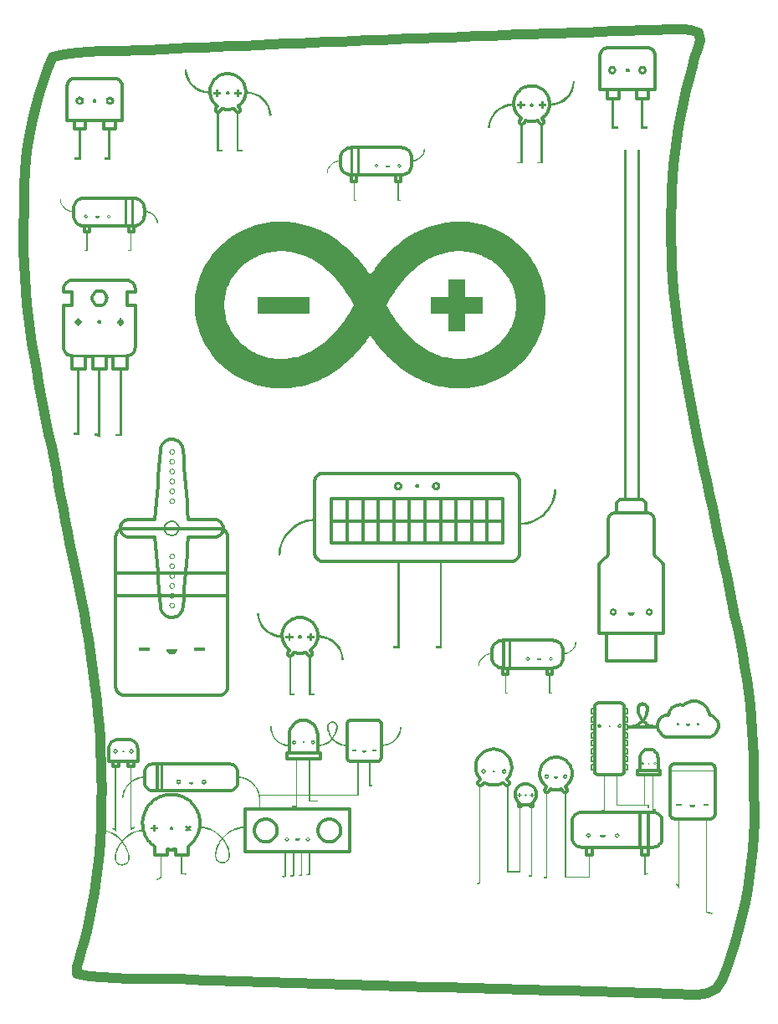
<source format=gto>
G04 #@! TF.GenerationSoftware,KiCad,Pcbnew,6.0.0-rc1-unknown-73a0cbf~66~ubuntu16.04.1*
G04 #@! TF.CreationDate,2019-02-06T09:24:36-07:00
G04 #@! TF.ProjectId,001,3030312e-6b69-4636-9164-5f7063625858,rev?*
G04 #@! TF.SameCoordinates,Original*
G04 #@! TF.FileFunction,Legend,Top*
G04 #@! TF.FilePolarity,Positive*
%FSLAX46Y46*%
G04 Gerber Fmt 4.6, Leading zero omitted, Abs format (unit mm)*
G04 Created by KiCad (PCBNEW 6.0.0-rc1-unknown-73a0cbf~66~ubuntu16.04.1) date 2019-02-06 09:24:36*
%MOMM*%
%LPD*%
G04 APERTURE LIST*
%ADD10C,0.100000*%
%ADD11C,0.375000*%
%ADD12C,0.121875*%
%ADD13C,0.187500*%
%ADD14C,1.031250*%
G04 APERTURE END LIST*
D10*
G36*
X134158651Y-64114543D02*
G01*
X134191683Y-63877185D01*
X134267917Y-63656733D01*
X134382826Y-63457733D01*
X134531879Y-63284728D01*
X134710543Y-63142267D01*
X134914287Y-63034902D01*
X135138581Y-62967174D01*
X135378896Y-62943637D01*
X135378896Y-62928764D01*
X135378896Y-62913890D01*
X135378896Y-62899017D01*
X135378896Y-62884144D01*
X135378896Y-62869271D01*
X135378896Y-62854398D01*
X135378896Y-62839525D01*
X135378896Y-62824652D01*
X135115574Y-62850532D01*
X134869626Y-62924954D01*
X134646072Y-63042903D01*
X134449930Y-63199355D01*
X134286224Y-63389288D01*
X134159969Y-63607677D01*
X134076186Y-63849499D01*
X134039895Y-64109731D01*
X134054740Y-64110295D01*
X134069585Y-64110860D01*
X134084430Y-64111424D01*
X134099275Y-64111989D01*
X134114120Y-64112553D01*
X134128964Y-64113118D01*
X134143809Y-64113682D01*
X134158651Y-64114543D01*
X134158651Y-64114543D01*
G37*
G36*
X143873231Y-61644729D02*
G01*
X143840197Y-61882083D01*
X143763960Y-62102535D01*
X143649051Y-62301539D01*
X143500004Y-62474541D01*
X143321340Y-62617001D01*
X143117593Y-62724367D01*
X142893299Y-62792095D01*
X142652981Y-62815632D01*
X142652981Y-62830505D01*
X142652981Y-62845378D01*
X142652981Y-62860251D01*
X142652981Y-62875124D01*
X142652981Y-62889997D01*
X142652981Y-62904871D01*
X142652981Y-62919744D01*
X142652981Y-62934617D01*
X142916309Y-62908737D01*
X143162254Y-62834315D01*
X143385808Y-62716366D01*
X143581947Y-62559913D01*
X143745655Y-62369980D01*
X143871910Y-62151591D01*
X143955691Y-61909769D01*
X143991985Y-61649535D01*
X143977140Y-61648970D01*
X143962295Y-61648406D01*
X143947450Y-61647842D01*
X143932605Y-61647277D01*
X143917760Y-61646713D01*
X143902915Y-61646148D01*
X143888070Y-61645584D01*
X143873231Y-61644729D01*
X143873231Y-61644729D01*
G37*
G36*
X140428356Y-63333989D02*
G01*
X140423897Y-63379983D01*
X140410717Y-63422779D01*
X140389748Y-63461489D01*
X140361893Y-63495217D01*
X140328063Y-63523073D01*
X140289190Y-63544183D01*
X140246187Y-63557645D01*
X140199985Y-63562556D01*
X140153802Y-63557871D01*
X140110859Y-63544493D01*
X140072059Y-63523355D01*
X140038294Y-63495387D01*
X140010467Y-63461517D01*
X139989470Y-63422655D01*
X139976233Y-63379718D01*
X139971633Y-63333625D01*
X140428356Y-63333989D01*
X140428356Y-63333989D01*
G37*
G36*
X139036256Y-63505564D02*
G01*
X138823079Y-63376913D01*
X138851722Y-63405550D01*
X138880356Y-63434190D01*
X138908999Y-63462830D01*
X138937633Y-63491467D01*
X138966276Y-63520107D01*
X138994913Y-63548744D01*
X139023553Y-63577384D01*
X139052190Y-63606021D01*
X139080830Y-63577384D01*
X139109467Y-63548744D01*
X139138107Y-63520107D01*
X139166744Y-63491467D01*
X139195384Y-63462830D01*
X139224021Y-63434190D01*
X139252661Y-63405550D01*
X139281304Y-63376913D01*
X139252661Y-63348295D01*
X139224021Y-63319681D01*
X139195384Y-63291063D01*
X139166744Y-63262449D01*
X139138107Y-63233832D01*
X139109467Y-63205217D01*
X139080830Y-63176600D01*
X139052190Y-63147985D01*
X139023553Y-63176600D01*
X138994913Y-63205217D01*
X138966276Y-63233832D01*
X138937633Y-63262449D01*
X138908999Y-63291063D01*
X138880356Y-63319681D01*
X138851722Y-63348295D01*
X138823079Y-63376913D01*
X139036256Y-63505564D01*
X139021947Y-63491283D01*
X139007638Y-63477003D01*
X138993330Y-63462722D01*
X138979021Y-63448442D01*
X138964712Y-63434161D01*
X138950404Y-63419881D01*
X138936095Y-63405601D01*
X138921786Y-63391320D01*
X138936095Y-63377040D01*
X138950404Y-63362759D01*
X138964712Y-63348479D01*
X138979021Y-63334198D01*
X138993330Y-63319918D01*
X139007638Y-63305637D01*
X139021947Y-63291357D01*
X139036256Y-63277077D01*
X139050536Y-63291357D01*
X139064845Y-63305637D01*
X139079125Y-63319918D01*
X139093406Y-63334198D01*
X139107714Y-63348479D01*
X139121995Y-63362759D01*
X139136303Y-63377040D01*
X139150584Y-63391320D01*
X139136303Y-63405601D01*
X139121995Y-63419881D01*
X139107714Y-63434161D01*
X139093406Y-63448442D01*
X139079125Y-63462722D01*
X139064845Y-63477003D01*
X139050536Y-63491283D01*
X139036256Y-63505564D01*
X139036256Y-63505564D01*
G37*
G36*
X141360440Y-63505564D02*
G01*
X141147814Y-63376913D01*
X141176383Y-63405550D01*
X141204956Y-63434190D01*
X141233525Y-63462830D01*
X141262092Y-63491467D01*
X141290667Y-63520107D01*
X141319233Y-63548744D01*
X141347805Y-63577384D01*
X141376375Y-63606021D01*
X141405014Y-63577384D01*
X141433652Y-63548744D01*
X141462291Y-63520107D01*
X141490929Y-63491467D01*
X141519568Y-63462830D01*
X141548206Y-63434190D01*
X141576845Y-63405550D01*
X141605483Y-63376913D01*
X141576845Y-63348295D01*
X141548206Y-63319681D01*
X141519568Y-63291063D01*
X141490929Y-63262449D01*
X141462291Y-63233832D01*
X141433652Y-63205217D01*
X141405014Y-63176600D01*
X141376375Y-63147985D01*
X141347805Y-63176600D01*
X141319233Y-63205217D01*
X141290667Y-63233832D01*
X141262092Y-63262449D01*
X141233525Y-63291063D01*
X141204956Y-63319681D01*
X141176383Y-63348295D01*
X141147814Y-63376913D01*
X141360440Y-63505564D01*
X141346160Y-63491283D01*
X141331851Y-63477003D01*
X141317571Y-63462722D01*
X141303262Y-63448442D01*
X141288982Y-63434161D01*
X141274701Y-63419881D01*
X141260421Y-63405601D01*
X141246140Y-63391320D01*
X141260421Y-63377040D01*
X141274701Y-63362759D01*
X141288982Y-63348479D01*
X141303262Y-63334198D01*
X141317571Y-63319918D01*
X141331851Y-63305637D01*
X141346160Y-63291357D01*
X141360440Y-63277077D01*
X141374721Y-63291357D01*
X141389029Y-63305637D01*
X141403310Y-63319918D01*
X141417590Y-63334198D01*
X141431899Y-63348479D01*
X141446179Y-63362759D01*
X141460488Y-63377040D01*
X141474769Y-63391320D01*
X141460488Y-63405601D01*
X141446179Y-63419881D01*
X141431899Y-63434161D01*
X141417590Y-63448442D01*
X141403310Y-63462722D01*
X141389029Y-63477003D01*
X141374721Y-63491283D01*
X141360440Y-63505564D01*
X141360440Y-63505564D01*
G37*
D11*
X141023309Y-64796135D02*
X141023309Y-64950115D01*
X141023309Y-64642154D02*
X141023309Y-64796135D01*
X141023309Y-64488177D02*
X141023309Y-64642154D01*
X141023309Y-64334199D02*
X141023309Y-64488177D01*
X141150213Y-64334199D02*
X141023309Y-64334199D01*
X141277114Y-64334199D02*
X141150213Y-64334199D01*
X141404013Y-64334199D02*
X141277114Y-64334199D01*
X141530917Y-64334199D02*
X141404013Y-64334199D01*
X141530917Y-64488177D02*
X141530917Y-64334199D01*
X141530917Y-64642154D02*
X141530917Y-64488177D01*
X141530917Y-64796135D02*
X141530917Y-64642154D01*
X141530917Y-64950115D02*
X141530917Y-64796135D01*
X141404013Y-64950115D02*
X141530917Y-64950115D01*
X141277114Y-64950115D02*
X141404013Y-64950115D01*
X141150213Y-64950115D02*
X141277114Y-64950115D01*
X141023309Y-64950115D02*
X141150213Y-64950115D01*
X137055739Y-64796135D02*
X137055739Y-64950115D01*
X137055739Y-64642154D02*
X137055739Y-64796135D01*
X137055739Y-64488177D02*
X137055739Y-64642154D01*
X137055739Y-64334199D02*
X137055739Y-64488177D01*
X136928840Y-64334199D02*
X137055739Y-64334199D01*
X136801942Y-64334199D02*
X136928840Y-64334199D01*
X136675035Y-64334199D02*
X136801942Y-64334199D01*
X136548137Y-64334199D02*
X136675035Y-64334199D01*
X136548137Y-64488177D02*
X136548137Y-64334199D01*
X136548137Y-64642154D02*
X136548137Y-64488177D01*
X136548137Y-64796135D02*
X136548137Y-64642154D01*
X136548137Y-64950115D02*
X136548137Y-64796135D01*
X136675035Y-64950115D02*
X136548137Y-64950115D01*
X136801942Y-64950115D02*
X136675035Y-64950115D01*
X136928840Y-64950115D02*
X136801942Y-64950115D01*
X137055739Y-64950115D02*
X136928840Y-64950115D01*
X136311434Y-64311819D02*
X136533523Y-64334199D01*
X136104557Y-64247596D02*
X136311434Y-64311819D01*
X135917333Y-64145979D02*
X136104557Y-64247596D01*
X135754195Y-64011405D02*
X135917333Y-64145979D01*
X135619586Y-63848300D02*
X135754195Y-64011405D01*
X135517938Y-63661105D02*
X135619586Y-63848300D01*
X135453699Y-63454247D02*
X135517938Y-63661105D01*
X135431290Y-63232169D02*
X135453699Y-63454247D01*
X135431290Y-63157474D02*
X135431290Y-63232169D01*
X135431290Y-63082778D02*
X135431290Y-63157474D01*
X135431290Y-63008085D02*
X135431290Y-63082778D01*
X135431290Y-62933389D02*
X135431290Y-63008085D01*
X135431290Y-62858693D02*
X135431290Y-62933389D01*
X135431290Y-62783998D02*
X135431290Y-62858693D01*
X135431290Y-62709305D02*
X135431290Y-62783998D01*
X135431290Y-62634609D02*
X135431290Y-62709305D01*
X135453699Y-62412523D02*
X135431290Y-62634609D01*
X135517938Y-62205645D02*
X135453699Y-62412523D01*
X135619586Y-62018419D02*
X135517938Y-62205645D01*
X135754195Y-61855280D02*
X135619586Y-62018419D01*
X135917333Y-61720672D02*
X135754195Y-61855280D01*
X136104557Y-61619027D02*
X135917333Y-61720672D01*
X136311434Y-61554784D02*
X136104557Y-61619027D01*
X136533523Y-61532376D02*
X136311434Y-61554784D01*
X136690157Y-61532376D02*
X136533523Y-61532376D01*
X136846793Y-61532376D02*
X136690157Y-61532376D01*
X137003429Y-61532376D02*
X136846793Y-61532376D01*
X137160065Y-61532376D02*
X137003429Y-61532376D01*
X137316701Y-61532376D02*
X137160065Y-61532376D01*
X137473334Y-61532376D02*
X137316701Y-61532376D01*
X137629971Y-61532376D02*
X137473334Y-61532376D01*
X137786607Y-61532376D02*
X137629971Y-61532376D01*
X137943240Y-61532376D02*
X137786607Y-61532376D01*
X138099876Y-61532376D02*
X137943240Y-61532376D01*
X138256512Y-61532376D02*
X138099876Y-61532376D01*
X138413151Y-61532376D02*
X138256512Y-61532376D01*
X138569785Y-61532376D02*
X138413151Y-61532376D01*
X138726418Y-61532376D02*
X138569785Y-61532376D01*
X138883054Y-61532376D02*
X138726418Y-61532376D01*
X139039693Y-61532376D02*
X138883054Y-61532376D01*
X139196326Y-61532376D02*
X139039693Y-61532376D01*
X139352960Y-61532376D02*
X139196326Y-61532376D01*
X139509596Y-61532376D02*
X139352960Y-61532376D01*
X139666235Y-61532376D02*
X139509596Y-61532376D01*
X139822868Y-61532376D02*
X139666235Y-61532376D01*
X139979502Y-61532376D02*
X139822868Y-61532376D01*
X140136138Y-61532376D02*
X139979502Y-61532376D01*
X140292777Y-61532376D02*
X140136138Y-61532376D01*
X140449410Y-61532376D02*
X140292777Y-61532376D01*
X140606043Y-61532376D02*
X140449410Y-61532376D01*
X140762680Y-61532376D02*
X140606043Y-61532376D01*
X140919319Y-61532376D02*
X140762680Y-61532376D01*
X141075952Y-61532376D02*
X140919319Y-61532376D01*
X141232588Y-61532376D02*
X141075952Y-61532376D01*
X141389221Y-61532376D02*
X141232588Y-61532376D01*
X141545860Y-61532376D02*
X141389221Y-61532376D01*
X141767941Y-61554784D02*
X141545860Y-61532376D01*
X141974793Y-61619027D02*
X141767941Y-61554784D01*
X142161991Y-61720672D02*
X141974793Y-61619027D01*
X142325093Y-61855280D02*
X142161991Y-61720672D01*
X142459670Y-62018419D02*
X142325093Y-61855280D01*
X142561287Y-62205645D02*
X142459670Y-62018419D01*
X142625507Y-62412523D02*
X142561287Y-62205645D01*
X142647887Y-62634609D02*
X142625507Y-62412523D01*
X142647887Y-62709305D02*
X142647887Y-62634609D01*
X142647887Y-62783998D02*
X142647887Y-62709305D01*
X142647887Y-62858693D02*
X142647887Y-62783998D01*
X142647887Y-62933389D02*
X142647887Y-62858693D01*
X142647887Y-63008085D02*
X142647887Y-62933389D01*
X142647887Y-63082778D02*
X142647887Y-63008085D01*
X142647887Y-63157474D02*
X142647887Y-63082778D01*
X142647887Y-63232167D02*
X142647887Y-63157474D01*
X142625507Y-63454244D02*
X142647887Y-63232167D01*
X142561287Y-63661102D02*
X142625507Y-63454244D01*
X142459670Y-63848297D02*
X142561287Y-63661102D01*
X142325093Y-64011402D02*
X142459670Y-63848297D01*
X142161991Y-64145979D02*
X142325093Y-64011402D01*
X141974793Y-64247596D02*
X142161991Y-64145979D01*
X141767941Y-64311819D02*
X141974793Y-64247596D01*
X141545860Y-64334199D02*
X141767941Y-64311819D01*
X141389221Y-64334199D02*
X141545860Y-64334199D01*
X141232588Y-64334199D02*
X141389221Y-64334199D01*
X141075952Y-64334199D02*
X141232588Y-64334199D01*
X140919319Y-64334199D02*
X141075952Y-64334199D01*
X140762680Y-64334199D02*
X140919319Y-64334199D01*
X140606043Y-64334199D02*
X140762680Y-64334199D01*
X140449410Y-64334199D02*
X140606043Y-64334199D01*
X140292777Y-64334199D02*
X140449410Y-64334199D01*
X140136138Y-64334199D02*
X140292777Y-64334199D01*
X139979502Y-64334199D02*
X140136138Y-64334199D01*
X139822868Y-64334199D02*
X139979502Y-64334199D01*
X139666235Y-64334199D02*
X139822868Y-64334199D01*
X139509596Y-64334199D02*
X139666235Y-64334199D01*
X139352960Y-64334199D02*
X139509596Y-64334199D01*
X139196326Y-64334199D02*
X139352960Y-64334199D01*
X139039693Y-64334199D02*
X139196326Y-64334199D01*
X138883054Y-64334199D02*
X139039693Y-64334199D01*
X138726418Y-64334199D02*
X138883054Y-64334199D01*
X138569785Y-64334199D02*
X138726418Y-64334199D01*
X138413151Y-64334199D02*
X138569785Y-64334199D01*
X138256512Y-64334199D02*
X138413151Y-64334199D01*
X138099876Y-64334199D02*
X138256512Y-64334199D01*
X137943240Y-64334199D02*
X138099876Y-64334199D01*
X137786607Y-64334199D02*
X137943240Y-64334199D01*
X137629971Y-64334199D02*
X137786607Y-64334199D01*
X137473334Y-64334199D02*
X137629971Y-64334199D01*
X137316701Y-64334199D02*
X137473334Y-64334199D01*
X137160065Y-64334199D02*
X137316701Y-64334199D01*
X137003429Y-64334199D02*
X137160065Y-64334199D01*
X136846793Y-64334199D02*
X137003429Y-64334199D01*
X136690157Y-64334199D02*
X136846793Y-64334199D01*
X136533523Y-64334199D02*
X136690157Y-64334199D01*
D10*
G36*
X141207736Y-64950138D02*
G01*
X141207736Y-65196645D01*
X141207736Y-65443155D01*
X141207736Y-65689663D01*
X141207736Y-65936173D01*
X141207736Y-66182682D01*
X141207736Y-66429192D01*
X141207736Y-66675699D01*
X141207736Y-66922209D01*
X141248613Y-66922209D01*
X141289484Y-66922209D01*
X141330361Y-66922209D01*
X141371238Y-66922209D01*
X141412115Y-66922209D01*
X141452992Y-66922209D01*
X141493867Y-66922209D01*
X141534744Y-66922209D01*
X141534744Y-66907336D01*
X141534744Y-66892463D01*
X141534744Y-66877590D01*
X141534744Y-66862717D01*
X141534744Y-66847844D01*
X141534744Y-66832970D01*
X141534744Y-66818097D01*
X141534744Y-66803224D01*
X141508751Y-66803224D01*
X141482758Y-66803224D01*
X141456766Y-66803224D01*
X141430773Y-66803224D01*
X141404780Y-66803224D01*
X141378788Y-66803224D01*
X141352795Y-66803224D01*
X141326802Y-66803224D01*
X141326802Y-66571587D01*
X141326802Y-66339959D01*
X141326802Y-66108331D01*
X141326802Y-65876703D01*
X141326802Y-65645072D01*
X141326802Y-65413442D01*
X141326802Y-65181814D01*
X141326802Y-64950186D01*
X141311929Y-64950186D01*
X141297056Y-64950186D01*
X141282183Y-64950186D01*
X141267310Y-64950186D01*
X141252437Y-64950186D01*
X141237564Y-64950186D01*
X141222690Y-64950186D01*
X141207736Y-64950138D01*
X141207736Y-64950138D01*
G37*
G36*
X136742684Y-64950138D02*
G01*
X136742684Y-65196645D01*
X136742684Y-65443155D01*
X136742684Y-65689663D01*
X136742684Y-65936173D01*
X136742684Y-66182682D01*
X136742684Y-66429192D01*
X136742684Y-66675699D01*
X136742684Y-66922209D01*
X136783561Y-66922209D01*
X136824432Y-66922209D01*
X136865306Y-66922209D01*
X136906184Y-66922209D01*
X136947058Y-66922209D01*
X136987935Y-66922209D01*
X137028809Y-66922209D01*
X137069686Y-66922209D01*
X137069686Y-66907336D01*
X137069686Y-66892463D01*
X137069686Y-66877590D01*
X137069686Y-66862717D01*
X137069686Y-66847844D01*
X137069686Y-66832970D01*
X137069686Y-66818097D01*
X137069686Y-66803224D01*
X137043665Y-66803224D01*
X137017644Y-66803224D01*
X136991623Y-66803224D01*
X136965603Y-66803224D01*
X136939582Y-66803224D01*
X136913561Y-66803224D01*
X136887540Y-66803224D01*
X136861519Y-66803224D01*
X136861519Y-66571587D01*
X136861519Y-66339959D01*
X136861519Y-66108331D01*
X136861519Y-65876703D01*
X136861519Y-65645072D01*
X136861519Y-65413442D01*
X136861519Y-65181814D01*
X136861519Y-64950186D01*
X136846674Y-64950186D01*
X136831829Y-64950186D01*
X136816984Y-64950186D01*
X136802139Y-64950186D01*
X136787295Y-64950186D01*
X136772450Y-64950186D01*
X136757605Y-64950186D01*
X136742684Y-64950138D01*
X136742684Y-64950138D01*
G37*
G36*
X137137165Y-61532362D02*
G01*
X137137165Y-61707481D01*
X137137165Y-61882600D01*
X137137165Y-62057721D01*
X137137165Y-62232840D01*
X137137165Y-62407959D01*
X137137165Y-62583081D01*
X137137165Y-62758200D01*
X137137165Y-62933319D01*
X137137165Y-63108437D01*
X137137165Y-63283559D01*
X137137165Y-63458678D01*
X137137165Y-63633797D01*
X137137165Y-63808919D01*
X137137165Y-63984038D01*
X137137165Y-64159156D01*
X137137165Y-64334278D01*
X137153845Y-64334278D01*
X137170524Y-64334278D01*
X137187203Y-64334278D01*
X137203883Y-64334278D01*
X137220562Y-64334278D01*
X137237241Y-64334278D01*
X137253921Y-64334278D01*
X137270600Y-64334278D01*
X137287279Y-64334278D01*
X137303959Y-64334278D01*
X137320638Y-64334278D01*
X137337317Y-64334278D01*
X137353997Y-64334278D01*
X137370676Y-64334278D01*
X137387355Y-64334278D01*
X137404035Y-64334278D01*
X137404035Y-64159156D01*
X137404035Y-63984038D01*
X137404035Y-63808919D01*
X137404035Y-63633797D01*
X137404035Y-63458678D01*
X137404035Y-63283559D01*
X137404035Y-63108437D01*
X137404035Y-62933319D01*
X137404035Y-62758200D01*
X137404035Y-62583081D01*
X137404035Y-62407959D01*
X137404035Y-62232840D01*
X137404035Y-62057721D01*
X137404035Y-61882600D01*
X137404035Y-61707481D01*
X137404035Y-61532362D01*
X137387355Y-61532362D01*
X137370676Y-61532362D01*
X137353997Y-61532362D01*
X137337317Y-61532362D01*
X137320638Y-61532362D01*
X137303959Y-61532362D01*
X137287279Y-61532362D01*
X137270600Y-61532362D01*
X137253921Y-61532362D01*
X137237241Y-61532362D01*
X137220562Y-61532362D01*
X137203883Y-61532362D01*
X137187203Y-61532362D01*
X137170524Y-61532362D01*
X137153845Y-61532362D01*
X137137165Y-61532362D01*
X137137165Y-61532362D01*
G37*
G36*
X136471324Y-61532362D02*
G01*
X136471324Y-61707481D01*
X136471324Y-61882600D01*
X136471324Y-62057721D01*
X136471324Y-62232840D01*
X136471324Y-62407959D01*
X136471324Y-62583081D01*
X136471324Y-62758200D01*
X136471324Y-62933319D01*
X136471324Y-63108437D01*
X136471324Y-63283559D01*
X136471324Y-63458678D01*
X136471324Y-63633797D01*
X136471324Y-63808919D01*
X136471324Y-63984038D01*
X136471324Y-64159156D01*
X136471324Y-64334278D01*
X136487411Y-64334278D01*
X136503498Y-64334278D01*
X136519584Y-64334278D01*
X136535671Y-64334278D01*
X136551758Y-64334278D01*
X136567844Y-64334278D01*
X136583931Y-64334278D01*
X136599989Y-64334278D01*
X136616076Y-64334278D01*
X136632163Y-64334278D01*
X136648249Y-64334278D01*
X136664336Y-64334278D01*
X136680423Y-64334278D01*
X136696509Y-64334278D01*
X136712596Y-64334278D01*
X136728683Y-64334278D01*
X136728683Y-64159156D01*
X136728683Y-63984038D01*
X136728683Y-63808919D01*
X136728683Y-63633797D01*
X136728683Y-63458678D01*
X136728683Y-63283559D01*
X136728683Y-63108437D01*
X136728683Y-62933319D01*
X136728683Y-62758200D01*
X136728683Y-62583081D01*
X136728683Y-62407959D01*
X136728683Y-62232840D01*
X136728683Y-62057721D01*
X136728683Y-61882600D01*
X136728683Y-61707481D01*
X136728683Y-61532362D01*
X136712596Y-61532362D01*
X136696509Y-61532362D01*
X136680423Y-61532362D01*
X136664336Y-61532362D01*
X136648249Y-61532362D01*
X136632163Y-61532362D01*
X136616076Y-61532362D01*
X136599989Y-61532362D01*
X136583931Y-61532362D01*
X136567844Y-61532362D01*
X136551758Y-61532362D01*
X136535671Y-61532362D01*
X136519584Y-61532362D01*
X136503498Y-61532362D01*
X136487411Y-61532362D01*
X136471324Y-61532362D01*
X136471324Y-61532362D01*
G37*
G36*
X135542443Y-113383750D02*
G01*
X135478969Y-112927637D01*
X135332473Y-112504007D01*
X135111659Y-112121599D01*
X134825235Y-111789147D01*
X134481909Y-111515394D01*
X134090385Y-111309072D01*
X133659372Y-111178926D01*
X133197575Y-111133688D01*
X133197575Y-111105093D01*
X133197575Y-111076499D01*
X133197575Y-111047907D01*
X133197575Y-111019312D01*
X133197575Y-110990717D01*
X133197575Y-110962123D01*
X133197575Y-110933528D01*
X133197575Y-110904933D01*
X133703585Y-110954652D01*
X134176208Y-111097663D01*
X134605799Y-111324318D01*
X134982709Y-111624964D01*
X135297297Y-111989945D01*
X135539912Y-112409609D01*
X135700911Y-112874305D01*
X135770648Y-113374377D01*
X135742124Y-113375506D01*
X135713597Y-113376635D01*
X135685073Y-113377764D01*
X135656546Y-113378893D01*
X135628022Y-113380022D01*
X135599495Y-113381151D01*
X135570970Y-113382280D01*
X135542443Y-113383750D01*
X135542443Y-113383750D01*
G37*
G36*
X130642055Y-110939985D02*
G01*
X130576966Y-110939985D01*
X130511880Y-110939985D01*
X130446794Y-110939985D01*
X130381705Y-110939985D01*
X130381705Y-110874721D01*
X130381705Y-110809457D01*
X130381705Y-110744193D01*
X130381705Y-110678929D01*
X130319704Y-110678929D01*
X130257705Y-110678929D01*
X130195705Y-110678929D01*
X130133704Y-110678929D01*
X130133704Y-110744193D01*
X130133704Y-110809457D01*
X130133704Y-110874721D01*
X130133704Y-110939985D01*
X130068262Y-110939985D01*
X130002823Y-110939985D01*
X129937385Y-110939985D01*
X129871943Y-110939985D01*
X129871943Y-111001896D01*
X129871943Y-111063810D01*
X129871943Y-111125721D01*
X129871943Y-111187635D01*
X129937385Y-111187635D01*
X130002823Y-111187635D01*
X130068262Y-111187635D01*
X130133704Y-111187635D01*
X130133704Y-111252986D01*
X130133704Y-111318338D01*
X130133704Y-111383692D01*
X130133704Y-111449043D01*
X130195705Y-111449043D01*
X130257705Y-111449043D01*
X130319704Y-111449043D01*
X130381705Y-111449043D01*
X130381705Y-111383692D01*
X130381705Y-111318338D01*
X130381705Y-111252986D01*
X130381705Y-111187635D01*
X130446794Y-111187635D01*
X130511880Y-111187635D01*
X130576966Y-111187635D01*
X130642055Y-111187635D01*
X130642055Y-111125721D01*
X130642055Y-111063810D01*
X130642055Y-111001896D01*
X130642055Y-110939985D01*
X130642055Y-110939985D01*
G37*
G36*
X132773186Y-110939985D02*
G01*
X132708009Y-110939985D01*
X132642833Y-110939985D01*
X132577660Y-110939985D01*
X132512483Y-110939985D01*
X132512483Y-110874721D01*
X132512483Y-110809457D01*
X132512483Y-110744193D01*
X132512483Y-110678929D01*
X132450394Y-110678929D01*
X132388305Y-110678929D01*
X132326216Y-110678929D01*
X132264128Y-110678929D01*
X132264128Y-110744193D01*
X132264128Y-110809457D01*
X132264128Y-110874721D01*
X132264128Y-110939985D01*
X132198776Y-110939985D01*
X132133422Y-110939985D01*
X132068071Y-110939985D01*
X132002719Y-110939985D01*
X132002719Y-111001896D01*
X132002719Y-111063810D01*
X132002719Y-111125721D01*
X132002719Y-111187635D01*
X132068071Y-111187635D01*
X132133422Y-111187635D01*
X132198776Y-111187635D01*
X132264128Y-111187635D01*
X132264128Y-111252986D01*
X132264128Y-111318338D01*
X132264128Y-111383692D01*
X132264128Y-111449043D01*
X132326216Y-111449043D01*
X132388305Y-111449043D01*
X132450394Y-111449043D01*
X132512483Y-111449043D01*
X132512483Y-111383692D01*
X132512483Y-111318338D01*
X132512483Y-111252986D01*
X132512483Y-111187635D01*
X132577660Y-111187635D01*
X132642833Y-111187635D01*
X132708009Y-111187635D01*
X132773186Y-111187635D01*
X132773186Y-111125721D01*
X132773186Y-111063810D01*
X132773186Y-111001896D01*
X132773186Y-110939985D01*
X132773186Y-110939985D01*
G37*
G36*
X131186710Y-111199418D02*
G01*
X131161751Y-111169355D01*
X131143997Y-111135984D01*
X131133411Y-111100397D01*
X131129957Y-111063687D01*
X131133597Y-111026943D01*
X131144294Y-110991257D01*
X131162011Y-110957721D01*
X131186710Y-110927426D01*
X131216774Y-110902886D01*
X131250144Y-110885357D01*
X131285731Y-110874840D01*
X131322442Y-110871334D01*
X131359186Y-110874840D01*
X131394871Y-110885357D01*
X131428407Y-110902886D01*
X131458702Y-110927426D01*
X131483242Y-110957721D01*
X131500771Y-110991257D01*
X131511288Y-111026943D01*
X131514794Y-111063687D01*
X131511288Y-111100397D01*
X131500771Y-111135984D01*
X131483242Y-111169355D01*
X131458702Y-111199418D01*
X131428509Y-111224305D01*
X131395020Y-111242082D01*
X131359341Y-111252748D01*
X131322574Y-111256303D01*
X131285824Y-111252748D01*
X131250194Y-111242082D01*
X131216788Y-111224305D01*
X131186710Y-111199418D01*
X131186710Y-111199418D01*
G37*
D11*
X130230618Y-112360596D02*
X130231069Y-112360762D01*
X130230615Y-112360596D02*
X130230618Y-112360596D01*
X130230612Y-112360596D02*
X130230615Y-112360596D01*
X130230609Y-112360596D02*
X130230612Y-112360596D01*
X130230606Y-112360596D02*
X130230609Y-112360596D01*
X130230604Y-112360596D02*
X130230606Y-112360596D01*
X130150496Y-112296376D02*
X130230604Y-112360596D01*
X130074203Y-112227793D02*
X130150496Y-112296376D01*
X130001915Y-112155042D02*
X130074203Y-112227793D01*
X129933814Y-112078309D02*
X130001915Y-112155042D01*
X129870089Y-111997776D02*
X129933814Y-112078309D01*
X129810929Y-111913640D02*
X129870089Y-111997776D01*
X129756517Y-111826084D02*
X129810929Y-111913640D01*
X129707038Y-111735296D02*
X129756517Y-111826084D01*
X129662684Y-111641468D02*
X129707038Y-111735296D01*
X129623638Y-111544784D02*
X129662684Y-111641468D01*
X129590088Y-111445434D02*
X129623638Y-111544784D01*
X129562232Y-111343602D02*
X129590088Y-111445434D01*
X129540219Y-111239485D02*
X129562232Y-111343602D01*
X129524273Y-111133262D02*
X129540219Y-111239485D01*
X129514565Y-111025126D02*
X129524273Y-111133262D01*
X129511291Y-110915265D02*
X129514565Y-111025126D01*
X129521197Y-110724836D02*
X129511291Y-110915265D01*
X129550224Y-110540102D02*
X129521197Y-110724836D01*
X129597391Y-110362050D02*
X129550224Y-110540102D01*
X129661704Y-110191678D02*
X129597391Y-110362050D01*
X129742169Y-110029974D02*
X129661704Y-110191678D01*
X129837791Y-109877926D02*
X129742169Y-110029974D01*
X129947578Y-109736527D02*
X129837791Y-109877926D01*
X130070540Y-109606767D02*
X129947578Y-109736527D01*
X130205679Y-109489639D02*
X130070540Y-109606767D01*
X130352004Y-109386129D02*
X130205679Y-109489639D01*
X130508522Y-109297229D02*
X130352004Y-109386129D01*
X130674240Y-109223933D02*
X130508522Y-109297229D01*
X130848165Y-109167229D02*
X130674240Y-109223933D01*
X131029301Y-109128107D02*
X130848165Y-109167229D01*
X131216660Y-109107561D02*
X131029301Y-109128107D01*
X131409243Y-109106715D02*
X131216660Y-109107561D01*
X131579236Y-109122745D02*
X131409243Y-109106715D01*
X131744489Y-109154345D02*
X131579236Y-109122745D01*
X131904224Y-109200748D02*
X131744489Y-109154345D01*
X132057682Y-109261195D02*
X131904224Y-109200748D01*
X132204088Y-109334928D02*
X132057682Y-109261195D01*
X132342681Y-109421186D02*
X132204088Y-109334928D01*
X132472687Y-109519211D02*
X132342681Y-109421186D01*
X132593340Y-109628244D02*
X132472687Y-109519211D01*
X132703875Y-109747526D02*
X132593340Y-109628244D01*
X132803522Y-109876295D02*
X132703875Y-109747526D01*
X132891510Y-110013797D02*
X132803522Y-109876295D01*
X132967075Y-110159268D02*
X132891510Y-110013797D01*
X133029449Y-110311953D02*
X132967075Y-110159268D01*
X133077865Y-110471090D02*
X133029449Y-110311953D01*
X133111551Y-110635919D02*
X133077865Y-110471090D01*
X133129726Y-110805684D02*
X133111551Y-110635919D01*
X133132943Y-110924006D02*
X133129726Y-110805684D01*
X133128710Y-111040566D02*
X133132943Y-110924006D01*
X133117251Y-111155140D02*
X133128710Y-111040566D01*
X133098794Y-111267504D02*
X133117251Y-111155140D01*
X133073563Y-111377432D02*
X133098794Y-111267504D01*
X133041768Y-111484699D02*
X133073563Y-111377432D01*
X133003643Y-111589085D02*
X133041768Y-111484699D01*
X132959410Y-111690363D02*
X133003643Y-111589085D01*
X132909293Y-111788308D02*
X132959410Y-111690363D01*
X132853518Y-111882698D02*
X132909293Y-111788308D01*
X132792309Y-111973305D02*
X132853518Y-111882698D01*
X132725885Y-112059908D02*
X132792309Y-111973305D01*
X132654478Y-112142283D02*
X132725885Y-112059908D01*
X132578303Y-112220204D02*
X132654478Y-112142283D01*
X132497590Y-112293447D02*
X132578303Y-112220204D01*
X132412560Y-112361787D02*
X132497590Y-112293447D01*
X132408665Y-112365032D02*
X132412560Y-112361787D01*
X132405165Y-112368588D02*
X132408665Y-112365032D01*
X132402089Y-112372398D02*
X132405165Y-112368588D01*
X132399549Y-112376434D02*
X132402089Y-112372398D01*
X132397291Y-112380639D02*
X132399549Y-112376434D01*
X132395598Y-112385014D02*
X132397291Y-112380639D01*
X132394187Y-112389529D02*
X132395598Y-112385014D01*
X132393340Y-112394129D02*
X132394187Y-112389529D01*
X132392776Y-112398814D02*
X132393340Y-112394129D01*
X132392688Y-112403527D02*
X132392776Y-112398814D01*
X132392970Y-112408240D02*
X132392688Y-112403527D01*
X132393817Y-112412954D02*
X132392970Y-112408240D01*
X132401522Y-112430959D02*
X132393817Y-112412954D01*
X132401527Y-112431126D02*
X132401522Y-112430959D01*
X132401556Y-112431242D02*
X132401527Y-112431126D01*
X132401640Y-112431357D02*
X132401556Y-112431242D01*
X132401804Y-112431524D02*
X132401640Y-112431357D01*
X132435493Y-112482589D02*
X132401804Y-112431524D01*
X132469185Y-112533652D02*
X132435493Y-112482589D01*
X132502873Y-112584717D02*
X132469185Y-112533652D01*
X132536565Y-112635782D02*
X132502873Y-112584717D01*
X132573861Y-112727863D02*
X132536565Y-112635782D01*
X132573014Y-112823680D02*
X132573861Y-112727863D01*
X132536294Y-112912157D02*
X132573014Y-112823680D01*
X132466035Y-112982210D02*
X132536294Y-112912157D01*
X132373757Y-113019297D02*
X132466035Y-112982210D01*
X132277872Y-113018168D02*
X132373757Y-113019297D01*
X132189463Y-112981304D02*
X132277872Y-113018168D01*
X132119607Y-112910836D02*
X132189463Y-112981304D01*
X132085916Y-112859683D02*
X132119607Y-112910836D01*
X132052227Y-112808530D02*
X132085916Y-112859683D01*
X132018535Y-112757378D02*
X132052227Y-112808530D01*
X131984846Y-112706225D02*
X132018535Y-112757378D01*
X131984801Y-112706061D02*
X131984846Y-112706225D01*
X131984705Y-112705976D02*
X131984801Y-112706061D01*
X131984609Y-112705948D02*
X131984705Y-112705976D01*
X131984564Y-112705943D02*
X131984609Y-112705948D01*
X131956624Y-112674819D02*
X131984564Y-112705943D01*
X131921637Y-112654386D02*
X131956624Y-112674819D01*
X131882219Y-112646061D02*
X131921637Y-112654386D01*
X131840983Y-112651282D02*
X131882219Y-112646061D01*
X131716049Y-112683709D02*
X131840983Y-112651282D01*
X131587644Y-112707246D02*
X131716049Y-112683709D01*
X131456264Y-112721583D02*
X131587644Y-112707246D01*
X131322400Y-112726438D02*
X131456264Y-112721583D01*
X131188587Y-112721583D02*
X131322400Y-112726438D01*
X131057286Y-112707246D02*
X131188587Y-112721583D01*
X130928898Y-112683709D02*
X131057286Y-112707246D01*
X130803817Y-112651282D02*
X130928898Y-112683709D01*
X130762784Y-112646089D02*
X130803817Y-112651282D01*
X130723471Y-112654414D02*
X130762784Y-112646089D01*
X130688523Y-112674847D02*
X130723471Y-112654414D01*
X130660583Y-112705962D02*
X130688523Y-112674847D01*
X130660538Y-112705968D02*
X130660583Y-112705962D01*
X130660442Y-112705996D02*
X130660538Y-112705968D01*
X130660346Y-112706081D02*
X130660442Y-112705996D01*
X130660301Y-112706245D02*
X130660346Y-112706081D01*
X130626612Y-112757397D02*
X130660301Y-112706245D01*
X130592920Y-112808550D02*
X130626612Y-112757397D01*
X130559232Y-112859703D02*
X130592920Y-112808550D01*
X130525540Y-112910856D02*
X130559232Y-112859703D01*
X130455487Y-112981324D02*
X130525540Y-112910856D01*
X130367010Y-113018188D02*
X130455487Y-112981324D01*
X130271193Y-113019317D02*
X130367010Y-113018188D01*
X130179114Y-112982230D02*
X130271193Y-113019317D01*
X130108702Y-112912176D02*
X130179114Y-112982230D01*
X130071957Y-112823700D02*
X130108702Y-112912176D01*
X130071110Y-112727883D02*
X130071957Y-112823700D01*
X130108250Y-112635802D02*
X130071110Y-112727883D01*
X130141942Y-112584737D02*
X130108250Y-112635802D01*
X130175631Y-112533671D02*
X130141942Y-112584737D01*
X130209323Y-112482609D02*
X130175631Y-112533671D01*
X130243010Y-112431544D02*
X130209323Y-112482609D01*
X130243081Y-112431402D02*
X130243010Y-112431544D01*
X130243151Y-112431261D02*
X130243081Y-112431402D01*
X130243222Y-112431120D02*
X130243151Y-112431261D01*
X130243292Y-112430979D02*
X130243222Y-112431120D01*
X130250856Y-112412973D02*
X130243292Y-112430979D01*
X130251703Y-112408204D02*
X130250856Y-112412973D01*
X130251968Y-112403378D02*
X130251703Y-112408204D01*
X130251784Y-112398552D02*
X130251968Y-112403378D01*
X130251220Y-112393754D02*
X130251784Y-112398552D01*
X130250091Y-112389041D02*
X130251220Y-112393754D01*
X130248680Y-112384412D02*
X130250091Y-112389041D01*
X130246704Y-112379925D02*
X130248680Y-112384412D01*
X130244447Y-112375607D02*
X130246704Y-112379925D01*
X130241624Y-112371487D02*
X130244447Y-112375607D01*
X130238492Y-112367620D02*
X130241624Y-112371487D01*
X130234964Y-112364036D02*
X130238492Y-112367620D01*
X130231069Y-112360762D02*
X130234964Y-112364036D01*
D10*
G36*
X132430390Y-113023682D02*
G01*
X132430390Y-113499289D01*
X132430390Y-113974898D01*
X132430390Y-114450505D01*
X132430390Y-114926114D01*
X132430390Y-115401721D01*
X132430390Y-115877330D01*
X132430390Y-116352937D01*
X132430390Y-116828546D01*
X132474555Y-116828546D01*
X132518723Y-116828546D01*
X132562888Y-116828546D01*
X132607056Y-116828546D01*
X132651221Y-116828546D01*
X132695386Y-116828546D01*
X132739553Y-116828546D01*
X132783718Y-116828546D01*
X132783718Y-116846693D01*
X132783718Y-116864840D01*
X132783718Y-116882987D01*
X132783718Y-116901134D01*
X132783718Y-116919280D01*
X132783718Y-116937427D01*
X132783718Y-116955574D01*
X132783718Y-116973721D01*
X132710959Y-116973721D01*
X132638196Y-116973721D01*
X132565436Y-116973721D01*
X132492677Y-116973721D01*
X132419917Y-116973721D01*
X132347155Y-116973721D01*
X132274395Y-116973721D01*
X132201635Y-116973721D01*
X132201635Y-116479971D01*
X132201635Y-115986220D01*
X132201635Y-115492469D01*
X132201635Y-114998716D01*
X132201635Y-114504965D01*
X132201635Y-114011215D01*
X132201635Y-113517464D01*
X132201635Y-113023714D01*
X132230230Y-113023714D01*
X132258825Y-113023714D01*
X132287419Y-113023714D01*
X132316014Y-113023714D01*
X132344606Y-113023714D01*
X132373201Y-113023714D01*
X132401796Y-113023714D01*
X132430390Y-113023682D01*
X132430390Y-113023682D01*
G37*
G36*
X130443808Y-113023682D02*
G01*
X130443808Y-113499289D01*
X130443808Y-113974898D01*
X130443808Y-114450505D01*
X130443808Y-114926114D01*
X130443808Y-115401721D01*
X130443808Y-115877330D01*
X130443808Y-116352937D01*
X130443808Y-116828546D01*
X130487906Y-116828546D01*
X130532003Y-116828546D01*
X130576100Y-116828546D01*
X130620197Y-116828546D01*
X130664294Y-116828546D01*
X130708392Y-116828546D01*
X130752489Y-116828546D01*
X130796586Y-116828546D01*
X130796586Y-116846693D01*
X130796586Y-116864840D01*
X130796586Y-116882987D01*
X130796586Y-116901134D01*
X130796586Y-116919280D01*
X130796586Y-116937427D01*
X130796586Y-116955574D01*
X130796586Y-116973721D01*
X130723894Y-116973721D01*
X130651205Y-116973721D01*
X130578513Y-116973721D01*
X130505821Y-116973721D01*
X130433129Y-116973721D01*
X130360440Y-116973721D01*
X130287748Y-116973721D01*
X130215057Y-116973721D01*
X130215057Y-116479971D01*
X130215057Y-115986220D01*
X130215057Y-115492469D01*
X130215057Y-114998716D01*
X130215057Y-114504965D01*
X130215057Y-114011215D01*
X130215057Y-113517464D01*
X130215057Y-113023714D01*
X130243651Y-113023714D01*
X130272245Y-113023714D01*
X130300837Y-113023714D01*
X130329432Y-113023714D01*
X130358027Y-113023714D01*
X130386622Y-113023714D01*
X130415214Y-113023714D01*
X130443808Y-113023682D01*
X130443808Y-113023682D01*
G37*
G36*
X127166837Y-108655300D02*
G01*
X127230312Y-109111414D01*
X127376808Y-109535043D01*
X127597621Y-109917452D01*
X127884046Y-110249904D01*
X128227372Y-110523656D01*
X128618896Y-110729978D01*
X129049909Y-110860125D01*
X129511706Y-110905362D01*
X129511706Y-110933954D01*
X129511706Y-110962549D01*
X129511706Y-110991143D01*
X129511706Y-111019738D01*
X129511706Y-111048333D01*
X129511706Y-111076928D01*
X129511706Y-111105522D01*
X129511706Y-111134114D01*
X129005696Y-111084398D01*
X128533072Y-110941385D01*
X128103482Y-110714732D01*
X127726571Y-110414086D01*
X127411984Y-110049105D01*
X127169369Y-109629441D01*
X127008370Y-109164745D01*
X126938632Y-108664670D01*
X126967157Y-108663541D01*
X126995684Y-108662412D01*
X127024208Y-108661283D01*
X127052735Y-108660154D01*
X127081262Y-108659026D01*
X127109786Y-108657897D01*
X127138313Y-108656768D01*
X127166837Y-108655300D01*
X127166837Y-108655300D01*
G37*
G36*
X116860511Y-69234003D02*
G01*
X116827479Y-68996646D01*
X116751244Y-68776193D01*
X116636335Y-68577192D01*
X116487283Y-68404188D01*
X116308620Y-68261730D01*
X116104875Y-68154362D01*
X115880580Y-68086635D01*
X115640266Y-68063095D01*
X115640266Y-68048214D01*
X115640266Y-68033332D01*
X115640266Y-68018453D01*
X115640266Y-68003572D01*
X115640266Y-67988690D01*
X115640266Y-67973809D01*
X115640266Y-67958927D01*
X115640266Y-67944045D01*
X115903588Y-67969920D01*
X116149536Y-68044341D01*
X116373091Y-68162290D01*
X116569231Y-68318743D01*
X116732939Y-68508675D01*
X116859193Y-68727064D01*
X116942976Y-68968886D01*
X116979266Y-69229119D01*
X116964421Y-69229712D01*
X116949576Y-69230304D01*
X116934734Y-69230897D01*
X116919889Y-69231490D01*
X116905044Y-69232082D01*
X116890200Y-69232675D01*
X116875355Y-69233268D01*
X116860511Y-69234003D01*
X116860511Y-69234003D01*
G37*
G36*
X107145935Y-66764188D02*
G01*
X107178966Y-67001545D01*
X107255201Y-67221997D01*
X107370110Y-67420998D01*
X107519162Y-67594003D01*
X107697826Y-67736461D01*
X107901571Y-67843829D01*
X108125865Y-67911555D01*
X108366180Y-67935096D01*
X108366180Y-67949974D01*
X108366180Y-67964856D01*
X108366180Y-67979738D01*
X108366180Y-67994619D01*
X108366180Y-68009498D01*
X108366180Y-68024379D01*
X108366180Y-68039261D01*
X108366180Y-68054140D01*
X108102857Y-68028268D01*
X107856909Y-67953846D01*
X107633355Y-67835898D01*
X107437214Y-67679445D01*
X107273507Y-67489513D01*
X107147252Y-67271124D01*
X107063470Y-67029301D01*
X107027179Y-66769068D01*
X107042024Y-66768475D01*
X107056869Y-66767882D01*
X107071714Y-66767290D01*
X107086559Y-66766697D01*
X107101404Y-66766104D01*
X107116249Y-66765512D01*
X107131094Y-66764919D01*
X107145935Y-66764188D01*
X107145935Y-66764188D01*
G37*
G36*
X110590805Y-68453449D02*
G01*
X110595255Y-68499443D01*
X110608429Y-68542240D01*
X110629410Y-68580949D01*
X110657274Y-68614680D01*
X110691104Y-68642541D01*
X110729978Y-68663645D01*
X110772979Y-68677099D01*
X110819184Y-68682004D01*
X110865366Y-68677305D01*
X110908308Y-68663925D01*
X110947110Y-68642797D01*
X110980874Y-68614841D01*
X111008701Y-68580970D01*
X111029690Y-68542108D01*
X111042938Y-68499171D01*
X111047549Y-68453079D01*
X110590805Y-68453449D01*
X110590805Y-68453449D01*
G37*
G36*
X111982905Y-68625025D02*
G01*
X112196074Y-68496365D01*
X112167435Y-68525003D01*
X112138797Y-68553642D01*
X112110158Y-68582281D01*
X112081519Y-68610920D01*
X112052881Y-68639558D01*
X112024242Y-68668197D01*
X111995603Y-68696836D01*
X111966964Y-68725474D01*
X111938325Y-68696836D01*
X111909687Y-68668197D01*
X111881048Y-68639558D01*
X111852409Y-68610920D01*
X111823770Y-68582281D01*
X111795132Y-68553642D01*
X111766493Y-68525003D01*
X111737854Y-68496365D01*
X111766493Y-68467748D01*
X111795132Y-68439133D01*
X111823770Y-68410517D01*
X111852409Y-68381901D01*
X111881048Y-68353285D01*
X111909687Y-68324668D01*
X111938325Y-68296053D01*
X111966964Y-68267438D01*
X111995603Y-68296053D01*
X112024242Y-68324668D01*
X112052881Y-68353285D01*
X112081519Y-68381901D01*
X112110158Y-68410517D01*
X112138797Y-68439133D01*
X112167435Y-68467748D01*
X112196074Y-68496365D01*
X111982905Y-68625025D01*
X111997225Y-68610736D01*
X112011545Y-68596447D01*
X112025865Y-68582158D01*
X112040185Y-68567869D01*
X112054505Y-68553580D01*
X112068825Y-68539291D01*
X112083145Y-68525002D01*
X112097465Y-68510714D01*
X112083145Y-68496425D01*
X112068825Y-68482136D01*
X112054505Y-68467847D01*
X112040185Y-68453558D01*
X112025865Y-68439269D01*
X112011545Y-68424980D01*
X111997225Y-68410691D01*
X111982905Y-68396402D01*
X111968616Y-68410691D01*
X111954311Y-68424980D01*
X111940022Y-68439269D01*
X111925733Y-68453558D01*
X111911427Y-68467847D01*
X111897138Y-68482136D01*
X111882832Y-68496425D01*
X111868543Y-68510714D01*
X111882832Y-68525002D01*
X111897138Y-68539291D01*
X111911427Y-68553580D01*
X111925733Y-68567869D01*
X111940022Y-68582158D01*
X111954311Y-68596447D01*
X111968616Y-68610736D01*
X111982905Y-68625025D01*
X111982905Y-68625025D01*
G37*
G36*
X109658723Y-68625025D02*
G01*
X109871341Y-68496365D01*
X109842772Y-68525003D01*
X109814202Y-68553642D01*
X109785632Y-68582281D01*
X109757062Y-68610920D01*
X109728491Y-68639558D01*
X109699921Y-68668197D01*
X109671352Y-68696836D01*
X109642782Y-68725474D01*
X109614143Y-68696836D01*
X109585504Y-68668197D01*
X109556866Y-68639558D01*
X109528227Y-68610920D01*
X109499588Y-68582281D01*
X109470949Y-68553642D01*
X109442311Y-68525003D01*
X109413672Y-68496365D01*
X109442311Y-68467748D01*
X109470949Y-68439133D01*
X109499588Y-68410517D01*
X109528227Y-68381901D01*
X109556866Y-68353285D01*
X109585504Y-68324668D01*
X109614143Y-68296053D01*
X109642782Y-68267438D01*
X109671352Y-68296053D01*
X109699921Y-68324668D01*
X109728491Y-68353285D01*
X109757062Y-68381901D01*
X109785632Y-68410517D01*
X109814202Y-68439133D01*
X109842772Y-68467748D01*
X109871341Y-68496365D01*
X109658723Y-68625025D01*
X109673012Y-68610736D01*
X109687318Y-68596447D01*
X109701607Y-68582158D01*
X109715913Y-68567869D01*
X109730202Y-68553580D01*
X109744491Y-68539291D01*
X109758779Y-68525002D01*
X109773068Y-68510714D01*
X109758779Y-68496425D01*
X109744491Y-68482136D01*
X109730202Y-68467847D01*
X109715913Y-68453558D01*
X109701607Y-68439269D01*
X109687318Y-68424980D01*
X109673012Y-68410691D01*
X109658723Y-68396402D01*
X109644434Y-68410691D01*
X109630128Y-68424980D01*
X109615840Y-68439269D01*
X109601551Y-68453558D01*
X109587245Y-68467847D01*
X109572956Y-68482136D01*
X109558650Y-68496425D01*
X109544361Y-68510714D01*
X109558650Y-68525002D01*
X109572956Y-68539291D01*
X109587245Y-68553580D01*
X109601551Y-68567869D01*
X109615840Y-68582158D01*
X109630128Y-68596447D01*
X109644434Y-68610736D01*
X109658723Y-68625025D01*
X109658723Y-68625025D01*
G37*
D11*
X109995853Y-69915596D02*
X109995853Y-70069576D01*
X109995853Y-69761617D02*
X109995853Y-69915596D01*
X109995853Y-69607637D02*
X109995853Y-69761617D01*
X109995853Y-69453659D02*
X109995853Y-69607637D01*
X109868952Y-69453659D02*
X109995853Y-69453659D01*
X109742052Y-69453659D02*
X109868952Y-69453659D01*
X109615149Y-69453659D02*
X109742052Y-69453659D01*
X109488249Y-69453659D02*
X109615149Y-69453659D01*
X109488249Y-69607637D02*
X109488249Y-69453659D01*
X109488249Y-69761617D02*
X109488249Y-69607637D01*
X109488249Y-69915596D02*
X109488249Y-69761617D01*
X109488249Y-70069576D02*
X109488249Y-69915596D01*
X109615149Y-70069576D02*
X109488249Y-70069576D01*
X109742052Y-70069576D02*
X109615149Y-70069576D01*
X109868952Y-70069576D02*
X109742052Y-70069576D01*
X109995853Y-70069576D02*
X109868952Y-70069576D01*
X113963423Y-69915596D02*
X113963423Y-70069576D01*
X113963423Y-69761617D02*
X113963423Y-69915596D01*
X113963423Y-69607637D02*
X113963423Y-69761617D01*
X113963423Y-69453659D02*
X113963423Y-69607637D01*
X114090323Y-69453659D02*
X113963423Y-69453659D01*
X114217224Y-69453659D02*
X114090323Y-69453659D01*
X114344126Y-69453659D02*
X114217224Y-69453659D01*
X114471026Y-69453659D02*
X114344126Y-69453659D01*
X114471026Y-69607637D02*
X114471026Y-69453659D01*
X114471026Y-69761617D02*
X114471026Y-69607637D01*
X114471026Y-69915596D02*
X114471026Y-69761617D01*
X114471026Y-70069576D02*
X114471026Y-69915596D01*
X114344126Y-70069576D02*
X114471026Y-70069576D01*
X114217224Y-70069576D02*
X114344126Y-70069576D01*
X114090323Y-70069576D02*
X114217224Y-70069576D01*
X113963423Y-70069576D02*
X114090323Y-70069576D01*
X114707728Y-69431268D02*
X114485639Y-69453659D01*
X114914604Y-69367046D02*
X114707728Y-69431268D01*
X115101829Y-69265430D02*
X114914604Y-69367046D01*
X115264968Y-69130854D02*
X115101829Y-69265430D01*
X115399577Y-68967750D02*
X115264968Y-69130854D01*
X115501223Y-68780554D02*
X115399577Y-68967750D01*
X115565465Y-68573698D02*
X115501223Y-68780554D01*
X115587865Y-68351618D02*
X115565465Y-68573698D01*
X115587865Y-68276923D02*
X115587865Y-68351618D01*
X115587865Y-68202228D02*
X115587865Y-68276923D01*
X115587865Y-68127534D02*
X115587865Y-68202228D01*
X115587865Y-68052838D02*
X115587865Y-68127534D01*
X115587865Y-67978144D02*
X115587865Y-68052838D01*
X115587865Y-67903448D02*
X115587865Y-67978144D01*
X115587865Y-67828754D02*
X115587865Y-67903448D01*
X115587865Y-67754060D02*
X115587865Y-67828754D01*
X115565465Y-67531971D02*
X115587865Y-67754060D01*
X115501223Y-67325095D02*
X115565465Y-67531971D01*
X115399577Y-67137868D02*
X115501223Y-67325095D01*
X115264968Y-66974732D02*
X115399577Y-67137868D01*
X115101829Y-66840122D02*
X115264968Y-66974732D01*
X114914604Y-66738476D02*
X115101829Y-66840122D01*
X114707728Y-66674234D02*
X114914604Y-66738476D01*
X114485639Y-66651834D02*
X114707728Y-66674234D01*
X114329004Y-66651834D02*
X114485639Y-66651834D01*
X114172368Y-66651834D02*
X114329004Y-66651834D01*
X114015733Y-66651834D02*
X114172368Y-66651834D01*
X113859098Y-66651834D02*
X114015733Y-66651834D01*
X113702462Y-66651834D02*
X113859098Y-66651834D01*
X113545827Y-66651834D02*
X113702462Y-66651834D01*
X113389192Y-66651834D02*
X113545827Y-66651834D01*
X113232555Y-66651834D02*
X113389192Y-66651834D01*
X113075921Y-66651834D02*
X113232555Y-66651834D01*
X112919286Y-66651834D02*
X113075921Y-66651834D01*
X112762649Y-66651834D02*
X112919286Y-66651834D01*
X112606014Y-66651834D02*
X112762649Y-66651834D01*
X112449379Y-66651834D02*
X112606014Y-66651834D01*
X112292743Y-66651834D02*
X112449379Y-66651834D01*
X112136108Y-66651834D02*
X112292743Y-66651834D01*
X111979472Y-66651834D02*
X112136108Y-66651834D01*
X111822837Y-66651834D02*
X111979472Y-66651834D01*
X111666202Y-66651834D02*
X111822837Y-66651834D01*
X111509565Y-66651834D02*
X111666202Y-66651834D01*
X111352931Y-66651834D02*
X111509565Y-66651834D01*
X111196295Y-66651834D02*
X111352931Y-66651834D01*
X111039659Y-66651834D02*
X111196295Y-66651834D01*
X110883024Y-66651834D02*
X111039659Y-66651834D01*
X110726389Y-66651834D02*
X110883024Y-66651834D01*
X110569753Y-66651834D02*
X110726389Y-66651834D01*
X110413118Y-66651834D02*
X110569753Y-66651834D01*
X110256483Y-66651834D02*
X110413118Y-66651834D01*
X110099847Y-66651834D02*
X110256483Y-66651834D01*
X109943212Y-66651834D02*
X110099847Y-66651834D01*
X109786577Y-66651834D02*
X109943212Y-66651834D01*
X109629940Y-66651834D02*
X109786577Y-66651834D01*
X109473305Y-66651834D02*
X109629940Y-66651834D01*
X109251224Y-66674234D02*
X109473305Y-66651834D01*
X109044369Y-66738476D02*
X109251224Y-66674234D01*
X108857173Y-66840122D02*
X109044369Y-66738476D01*
X108694070Y-66974732D02*
X108857173Y-66840122D01*
X108559492Y-67137868D02*
X108694070Y-66974732D01*
X108457878Y-67325095D02*
X108559492Y-67137868D01*
X108393656Y-67531971D02*
X108457878Y-67325095D01*
X108371265Y-67754060D02*
X108393656Y-67531971D01*
X108371265Y-67828754D02*
X108371265Y-67754060D01*
X108371265Y-67903448D02*
X108371265Y-67828754D01*
X108371265Y-67978144D02*
X108371265Y-67903448D01*
X108371265Y-68052838D02*
X108371265Y-67978144D01*
X108371265Y-68127534D02*
X108371265Y-68052838D01*
X108371265Y-68202228D02*
X108371265Y-68127534D01*
X108371265Y-68276923D02*
X108371265Y-68202228D01*
X108371265Y-68351618D02*
X108371265Y-68276923D01*
X108393656Y-68573698D02*
X108371265Y-68351618D01*
X108457878Y-68780554D02*
X108393656Y-68573698D01*
X108559492Y-68967750D02*
X108457878Y-68780554D01*
X108694070Y-69130854D02*
X108559492Y-68967750D01*
X108857173Y-69265430D02*
X108694070Y-69130854D01*
X109044369Y-69367046D02*
X108857173Y-69265430D01*
X109251224Y-69431268D02*
X109044369Y-69367046D01*
X109473305Y-69453659D02*
X109251224Y-69431268D01*
X109629940Y-69453659D02*
X109473305Y-69453659D01*
X109786577Y-69453659D02*
X109629940Y-69453659D01*
X109943212Y-69453659D02*
X109786577Y-69453659D01*
X110099847Y-69453659D02*
X109943212Y-69453659D01*
X110256483Y-69453659D02*
X110099847Y-69453659D01*
X110413118Y-69453659D02*
X110256483Y-69453659D01*
X110569753Y-69453659D02*
X110413118Y-69453659D01*
X110726389Y-69453659D02*
X110569753Y-69453659D01*
X110883024Y-69453659D02*
X110726389Y-69453659D01*
X111039659Y-69453659D02*
X110883024Y-69453659D01*
X111196295Y-69453659D02*
X111039659Y-69453659D01*
X111352931Y-69453659D02*
X111196295Y-69453659D01*
X111509565Y-69453659D02*
X111352931Y-69453659D01*
X111666202Y-69453659D02*
X111509565Y-69453659D01*
X111822837Y-69453659D02*
X111666202Y-69453659D01*
X111979472Y-69453659D02*
X111822837Y-69453659D01*
X112136108Y-69453659D02*
X111979472Y-69453659D01*
X112292743Y-69453659D02*
X112136108Y-69453659D01*
X112449379Y-69453659D02*
X112292743Y-69453659D01*
X112606014Y-69453659D02*
X112449379Y-69453659D01*
X112762649Y-69453659D02*
X112606014Y-69453659D01*
X112919286Y-69453659D02*
X112762649Y-69453659D01*
X113075921Y-69453659D02*
X112919286Y-69453659D01*
X113232555Y-69453659D02*
X113075921Y-69453659D01*
X113389192Y-69453659D02*
X113232555Y-69453659D01*
X113545827Y-69453659D02*
X113389192Y-69453659D01*
X113702462Y-69453659D02*
X113545827Y-69453659D01*
X113859098Y-69453659D02*
X113702462Y-69453659D01*
X114015733Y-69453659D02*
X113859098Y-69453659D01*
X114172368Y-69453659D02*
X114015733Y-69453659D01*
X114329004Y-69453659D02*
X114172368Y-69453659D01*
X114485639Y-69453659D02*
X114329004Y-69453659D01*
D10*
G36*
X109811428Y-70069598D02*
G01*
X109811428Y-70316107D01*
X109811428Y-70562616D01*
X109811428Y-70809124D01*
X109811428Y-71055634D01*
X109811428Y-71302143D01*
X109811428Y-71548652D01*
X109811428Y-71795160D01*
X109811428Y-72041669D01*
X109770552Y-72041669D01*
X109729677Y-72041669D01*
X109688801Y-72041669D01*
X109647926Y-72041669D01*
X109607049Y-72041669D01*
X109566173Y-72041669D01*
X109525297Y-72041669D01*
X109484422Y-72041669D01*
X109484422Y-72026788D01*
X109484422Y-72011906D01*
X109484422Y-71997024D01*
X109484422Y-71982143D01*
X109484422Y-71967264D01*
X109484422Y-71952382D01*
X109484422Y-71937501D01*
X109484422Y-71922619D01*
X109510417Y-71922619D01*
X109536413Y-71922619D01*
X109562408Y-71922619D01*
X109588404Y-71922619D01*
X109614399Y-71922619D01*
X109640395Y-71922619D01*
X109666390Y-71922619D01*
X109692386Y-71922619D01*
X109692386Y-71690991D01*
X109692386Y-71459362D01*
X109692386Y-71227734D01*
X109692386Y-70996106D01*
X109692386Y-70764477D01*
X109692386Y-70532848D01*
X109692386Y-70301219D01*
X109692386Y-70069590D01*
X109707267Y-70069590D01*
X109722149Y-70069590D01*
X109737030Y-70069590D01*
X109751912Y-70069590D01*
X109766791Y-70069590D01*
X109781672Y-70069590D01*
X109796554Y-70069590D01*
X109811428Y-70069598D01*
X109811428Y-70069598D01*
G37*
G36*
X114276481Y-70069598D02*
G01*
X114276481Y-70316107D01*
X114276481Y-70562616D01*
X114276481Y-70809124D01*
X114276481Y-71055634D01*
X114276481Y-71302143D01*
X114276481Y-71548652D01*
X114276481Y-71795160D01*
X114276481Y-72041669D01*
X114235605Y-72041669D01*
X114194730Y-72041669D01*
X114153854Y-72041669D01*
X114112979Y-72041669D01*
X114072103Y-72041669D01*
X114031227Y-72041669D01*
X113990352Y-72041669D01*
X113949476Y-72041669D01*
X113949476Y-72026788D01*
X113949476Y-72011906D01*
X113949476Y-71997024D01*
X113949476Y-71982143D01*
X113949476Y-71967264D01*
X113949476Y-71952382D01*
X113949476Y-71937501D01*
X113949476Y-71922619D01*
X113975508Y-71922619D01*
X114001538Y-71922619D01*
X114027570Y-71922619D01*
X114053602Y-71922619D01*
X114079631Y-71922619D01*
X114105664Y-71922619D01*
X114131693Y-71922619D01*
X114157725Y-71922619D01*
X114157725Y-71690991D01*
X114157725Y-71459362D01*
X114157725Y-71227734D01*
X114157725Y-70996106D01*
X114157725Y-70764477D01*
X114157725Y-70532848D01*
X114157725Y-70301219D01*
X114157725Y-70069590D01*
X114172570Y-70069590D01*
X114187415Y-70069590D01*
X114202260Y-70069590D01*
X114217102Y-70069590D01*
X114231947Y-70069590D01*
X114246792Y-70069590D01*
X114261637Y-70069590D01*
X114276481Y-70069598D01*
X114276481Y-70069598D01*
G37*
G36*
X113846414Y-66651822D02*
G01*
X113846414Y-66826941D01*
X113846414Y-67002062D01*
X113846414Y-67177181D01*
X113846414Y-67352301D01*
X113846414Y-67527420D01*
X113846414Y-67702541D01*
X113846414Y-67877660D01*
X113846414Y-68052780D01*
X113846414Y-68227899D01*
X113846414Y-68403020D01*
X113846414Y-68578140D01*
X113846414Y-68753259D01*
X113846414Y-68928380D01*
X113846414Y-69103499D01*
X113846414Y-69278619D01*
X113846414Y-69453738D01*
X113831956Y-69453738D01*
X113817497Y-69453738D01*
X113803039Y-69453738D01*
X113788581Y-69453738D01*
X113774123Y-69453738D01*
X113759661Y-69453738D01*
X113745203Y-69453738D01*
X113730745Y-69453738D01*
X113716287Y-69453738D01*
X113701826Y-69453738D01*
X113687367Y-69453738D01*
X113672909Y-69453738D01*
X113658451Y-69453738D01*
X113643993Y-69453738D01*
X113629534Y-69453738D01*
X113615076Y-69453738D01*
X113615076Y-69278619D01*
X113615076Y-69103499D01*
X113615076Y-68928380D01*
X113615076Y-68753259D01*
X113615076Y-68578140D01*
X113615076Y-68403020D01*
X113615076Y-68227899D01*
X113615076Y-68052780D01*
X113615076Y-67877660D01*
X113615076Y-67702541D01*
X113615076Y-67527420D01*
X113615076Y-67352301D01*
X113615076Y-67177181D01*
X113615076Y-67002062D01*
X113615076Y-66826941D01*
X113615076Y-66651822D01*
X113629534Y-66651822D01*
X113643993Y-66651822D01*
X113658451Y-66651822D01*
X113672909Y-66651822D01*
X113687367Y-66651822D01*
X113701826Y-66651822D01*
X113716287Y-66651822D01*
X113730745Y-66651822D01*
X113745203Y-66651822D01*
X113759661Y-66651822D01*
X113774123Y-66651822D01*
X113788581Y-66651822D01*
X113803039Y-66651822D01*
X113817497Y-66651822D01*
X113831956Y-66651822D01*
X113846414Y-66651822D01*
X113846414Y-66651822D01*
G37*
G36*
X114547838Y-66651822D02*
G01*
X114547838Y-66826941D01*
X114547838Y-67002062D01*
X114547838Y-67177181D01*
X114547838Y-67352301D01*
X114547838Y-67527420D01*
X114547838Y-67702541D01*
X114547838Y-67877660D01*
X114547838Y-68052780D01*
X114547838Y-68227899D01*
X114547838Y-68403020D01*
X114547838Y-68578140D01*
X114547838Y-68753259D01*
X114547838Y-68928380D01*
X114547838Y-69103499D01*
X114547838Y-69278619D01*
X114547838Y-69453738D01*
X114531757Y-69453738D01*
X114515676Y-69453738D01*
X114499595Y-69453738D01*
X114483514Y-69453738D01*
X114467433Y-69453738D01*
X114451352Y-69453738D01*
X114435271Y-69453738D01*
X114419190Y-69453738D01*
X114403109Y-69453738D01*
X114387028Y-69453738D01*
X114370947Y-69453738D01*
X114354866Y-69453738D01*
X114338785Y-69453738D01*
X114322704Y-69453738D01*
X114306623Y-69453738D01*
X114290542Y-69453738D01*
X114290542Y-69278619D01*
X114290542Y-69103499D01*
X114290542Y-68928380D01*
X114290542Y-68753259D01*
X114290542Y-68578140D01*
X114290542Y-68403020D01*
X114290542Y-68227899D01*
X114290542Y-68052780D01*
X114290542Y-67877660D01*
X114290542Y-67702541D01*
X114290542Y-67527420D01*
X114290542Y-67352301D01*
X114290542Y-67177181D01*
X114290542Y-67002062D01*
X114290542Y-66826941D01*
X114290542Y-66651822D01*
X114306623Y-66651822D01*
X114322704Y-66651822D01*
X114338785Y-66651822D01*
X114354866Y-66651822D01*
X114370947Y-66651822D01*
X114387028Y-66651822D01*
X114403109Y-66651822D01*
X114419190Y-66651822D01*
X114435271Y-66651822D01*
X114451352Y-66651822D01*
X114467433Y-66651822D01*
X114483514Y-66651822D01*
X114499595Y-66651822D01*
X114515676Y-66651822D01*
X114531757Y-66651822D01*
X114547838Y-66651822D01*
X114547838Y-66651822D01*
G37*
G36*
X128236830Y-58332258D02*
G01*
X128173355Y-57876145D01*
X128026859Y-57452515D01*
X127806046Y-57070107D01*
X127519621Y-56737655D01*
X127176295Y-56463902D01*
X126784771Y-56257581D01*
X126353758Y-56127434D01*
X125891961Y-56082197D01*
X125891961Y-56053602D01*
X125891961Y-56025007D01*
X125891961Y-55996415D01*
X125891961Y-55967820D01*
X125891961Y-55939226D01*
X125891961Y-55910631D01*
X125891961Y-55882036D01*
X125891961Y-55853441D01*
X126397971Y-55903160D01*
X126870595Y-56046171D01*
X127300185Y-56272826D01*
X127677095Y-56573472D01*
X127991683Y-56938453D01*
X128234298Y-57358118D01*
X128395297Y-57822813D01*
X128465034Y-58322886D01*
X128436510Y-58324015D01*
X128407983Y-58325144D01*
X128379459Y-58326272D01*
X128350932Y-58327401D01*
X128322408Y-58328530D01*
X128293881Y-58329659D01*
X128265357Y-58330788D01*
X128236830Y-58332258D01*
X128236830Y-58332258D01*
G37*
G36*
X123336441Y-55888493D02*
G01*
X123271353Y-55888493D01*
X123206266Y-55888493D01*
X123141180Y-55888493D01*
X123076091Y-55888493D01*
X123076091Y-55823229D01*
X123076091Y-55757966D01*
X123076091Y-55692702D01*
X123076091Y-55627438D01*
X123014090Y-55627438D01*
X122952091Y-55627438D01*
X122890090Y-55627438D01*
X122828089Y-55627438D01*
X122828089Y-55692702D01*
X122828089Y-55757966D01*
X122828089Y-55823229D01*
X122828089Y-55888493D01*
X122762647Y-55888493D01*
X122697208Y-55888493D01*
X122631769Y-55888493D01*
X122566328Y-55888493D01*
X122566328Y-55950404D01*
X122566328Y-56012318D01*
X122566328Y-56074229D01*
X122566328Y-56136143D01*
X122631769Y-56136143D01*
X122697208Y-56136143D01*
X122762647Y-56136143D01*
X122828089Y-56136143D01*
X122828089Y-56201495D01*
X122828089Y-56266846D01*
X122828089Y-56332200D01*
X122828089Y-56397552D01*
X122890090Y-56397552D01*
X122952091Y-56397552D01*
X123014090Y-56397552D01*
X123076091Y-56397552D01*
X123076091Y-56332200D01*
X123076091Y-56266846D01*
X123076091Y-56201495D01*
X123076091Y-56136143D01*
X123141180Y-56136143D01*
X123206266Y-56136143D01*
X123271353Y-56136143D01*
X123336441Y-56136143D01*
X123336441Y-56074229D01*
X123336441Y-56012318D01*
X123336441Y-55950404D01*
X123336441Y-55888493D01*
X123336441Y-55888493D01*
G37*
G36*
X125467572Y-55888493D02*
G01*
X125402396Y-55888493D01*
X125337219Y-55888493D01*
X125272046Y-55888493D01*
X125206869Y-55888493D01*
X125206869Y-55823229D01*
X125206869Y-55757966D01*
X125206869Y-55692702D01*
X125206869Y-55627438D01*
X125144780Y-55627438D01*
X125082691Y-55627438D01*
X125020603Y-55627438D01*
X124958514Y-55627438D01*
X124958514Y-55692702D01*
X124958514Y-55757966D01*
X124958514Y-55823229D01*
X124958514Y-55888493D01*
X124893162Y-55888493D01*
X124827808Y-55888493D01*
X124762457Y-55888493D01*
X124697105Y-55888493D01*
X124697105Y-55950404D01*
X124697105Y-56012318D01*
X124697105Y-56074229D01*
X124697105Y-56136143D01*
X124762457Y-56136143D01*
X124827808Y-56136143D01*
X124893162Y-56136143D01*
X124958514Y-56136143D01*
X124958514Y-56201495D01*
X124958514Y-56266846D01*
X124958514Y-56332200D01*
X124958514Y-56397552D01*
X125020603Y-56397552D01*
X125082691Y-56397552D01*
X125144780Y-56397552D01*
X125206869Y-56397552D01*
X125206869Y-56332200D01*
X125206869Y-56266846D01*
X125206869Y-56201495D01*
X125206869Y-56136143D01*
X125272046Y-56136143D01*
X125337219Y-56136143D01*
X125402396Y-56136143D01*
X125467572Y-56136143D01*
X125467572Y-56074229D01*
X125467572Y-56012318D01*
X125467572Y-55950404D01*
X125467572Y-55888493D01*
X125467572Y-55888493D01*
G37*
G36*
X123881096Y-56147926D02*
G01*
X123856137Y-56117863D01*
X123838383Y-56084492D01*
X123827797Y-56048906D01*
X123824343Y-56012195D01*
X123827983Y-55975451D01*
X123838680Y-55939765D01*
X123856397Y-55906229D01*
X123881096Y-55875934D01*
X123911160Y-55851394D01*
X123944530Y-55833866D01*
X123980117Y-55823349D01*
X124016828Y-55819843D01*
X124053572Y-55823349D01*
X124089257Y-55833866D01*
X124122793Y-55851394D01*
X124153088Y-55875934D01*
X124177628Y-55906229D01*
X124195157Y-55939765D01*
X124205674Y-55975451D01*
X124209180Y-56012195D01*
X124205674Y-56048906D01*
X124195157Y-56084492D01*
X124177628Y-56117863D01*
X124153088Y-56147926D01*
X124122895Y-56172814D01*
X124089406Y-56190590D01*
X124053727Y-56201256D01*
X124016960Y-56204812D01*
X123980210Y-56201256D01*
X123944580Y-56190590D01*
X123911174Y-56172814D01*
X123881096Y-56147926D01*
X123881096Y-56147926D01*
G37*
D11*
X122925004Y-57309104D02*
X122925455Y-57309271D01*
X122925001Y-57309104D02*
X122925004Y-57309104D01*
X122924998Y-57309104D02*
X122925001Y-57309104D01*
X122924995Y-57309104D02*
X122924998Y-57309104D01*
X122924993Y-57309104D02*
X122924995Y-57309104D01*
X122924990Y-57309104D02*
X122924993Y-57309104D01*
X122844881Y-57244884D02*
X122924990Y-57309104D01*
X122768588Y-57176302D02*
X122844881Y-57244884D01*
X122696299Y-57103550D02*
X122768588Y-57176302D01*
X122628199Y-57026817D02*
X122696299Y-57103550D01*
X122564473Y-56946285D02*
X122628199Y-57026817D01*
X122505314Y-56862149D02*
X122564473Y-56946285D01*
X122450902Y-56774592D02*
X122505314Y-56862149D01*
X122401422Y-56683804D02*
X122450902Y-56774592D01*
X122357068Y-56589976D02*
X122401422Y-56683804D01*
X122318023Y-56493293D02*
X122357068Y-56589976D01*
X122284472Y-56393942D02*
X122318023Y-56493293D01*
X122256617Y-56292111D02*
X122284472Y-56393942D01*
X122234604Y-56187993D02*
X122256617Y-56292111D01*
X122218658Y-56081770D02*
X122234604Y-56187993D01*
X122208950Y-55973634D02*
X122218658Y-56081770D01*
X122205676Y-55863774D02*
X122208950Y-55973634D01*
X122215582Y-55673344D02*
X122205676Y-55863774D01*
X122244608Y-55488610D02*
X122215582Y-55673344D01*
X122291776Y-55310559D02*
X122244608Y-55488610D01*
X122356089Y-55140187D02*
X122291776Y-55310559D01*
X122436553Y-54978482D02*
X122356089Y-55140187D01*
X122532176Y-54826435D02*
X122436553Y-54978482D01*
X122641963Y-54685036D02*
X122532176Y-54826435D01*
X122764925Y-54555276D02*
X122641963Y-54685036D01*
X122900064Y-54438148D02*
X122764925Y-54555276D01*
X123046390Y-54334637D02*
X122900064Y-54438148D01*
X123202908Y-54245737D02*
X123046390Y-54334637D01*
X123368626Y-54172441D02*
X123202908Y-54245737D01*
X123542551Y-54115737D02*
X123368626Y-54172441D01*
X123723687Y-54076615D02*
X123542551Y-54115737D01*
X123911046Y-54056070D02*
X123723687Y-54076615D01*
X124103629Y-54055223D02*
X123911046Y-54056070D01*
X124273622Y-54071253D02*
X124103629Y-54055223D01*
X124438875Y-54102854D02*
X124273622Y-54071253D01*
X124598610Y-54149257D02*
X124438875Y-54102854D01*
X124752068Y-54209703D02*
X124598610Y-54149257D01*
X124898474Y-54283436D02*
X124752068Y-54209703D01*
X125037067Y-54369695D02*
X124898474Y-54283436D01*
X125167073Y-54467719D02*
X125037067Y-54369695D01*
X125287726Y-54576753D02*
X125167073Y-54467719D01*
X125398261Y-54696034D02*
X125287726Y-54576753D01*
X125497908Y-54824803D02*
X125398261Y-54696034D01*
X125585896Y-54962305D02*
X125497908Y-54824803D01*
X125661461Y-55107776D02*
X125585896Y-54962305D01*
X125723835Y-55260461D02*
X125661461Y-55107776D01*
X125772251Y-55419598D02*
X125723835Y-55260461D01*
X125805937Y-55584427D02*
X125772251Y-55419598D01*
X125824112Y-55754192D02*
X125805937Y-55584427D01*
X125827329Y-55872514D02*
X125824112Y-55754192D01*
X125823096Y-55989075D02*
X125827329Y-55872514D01*
X125811638Y-56103648D02*
X125823096Y-55989075D01*
X125793180Y-56216012D02*
X125811638Y-56103648D01*
X125767950Y-56325941D02*
X125793180Y-56216012D01*
X125736154Y-56433208D02*
X125767950Y-56325941D01*
X125698029Y-56537593D02*
X125736154Y-56433208D01*
X125653796Y-56638871D02*
X125698029Y-56537593D01*
X125603679Y-56736817D02*
X125653796Y-56638871D01*
X125547904Y-56831206D02*
X125603679Y-56736817D01*
X125486695Y-56921813D02*
X125547904Y-56831206D01*
X125420272Y-57008416D02*
X125486695Y-56921813D01*
X125348864Y-57090791D02*
X125420272Y-57008416D01*
X125272689Y-57168713D02*
X125348864Y-57090791D01*
X125191976Y-57241955D02*
X125272689Y-57168713D01*
X125106946Y-57310295D02*
X125191976Y-57241955D01*
X125103051Y-57313541D02*
X125106946Y-57310295D01*
X125099551Y-57317097D02*
X125103051Y-57313541D01*
X125096475Y-57320907D02*
X125099551Y-57317097D01*
X125093935Y-57324942D02*
X125096475Y-57320907D01*
X125091677Y-57329148D02*
X125093935Y-57324942D01*
X125089984Y-57333522D02*
X125091677Y-57329148D01*
X125088573Y-57338038D02*
X125089984Y-57333522D01*
X125087726Y-57342638D02*
X125088573Y-57338038D01*
X125087162Y-57347323D02*
X125087726Y-57342638D01*
X125087074Y-57352036D02*
X125087162Y-57347323D01*
X125087357Y-57356749D02*
X125087074Y-57352036D01*
X125088203Y-57361462D02*
X125087357Y-57356749D01*
X125095908Y-57379468D02*
X125088203Y-57361462D01*
X125095914Y-57379634D02*
X125095908Y-57379468D01*
X125095942Y-57379750D02*
X125095914Y-57379634D01*
X125096026Y-57379866D02*
X125095942Y-57379750D01*
X125096190Y-57380032D02*
X125096026Y-57379866D01*
X125129879Y-57431097D02*
X125096190Y-57380032D01*
X125163571Y-57482160D02*
X125129879Y-57431097D01*
X125197260Y-57533225D02*
X125163571Y-57482160D01*
X125230951Y-57584291D02*
X125197260Y-57533225D01*
X125268247Y-57676371D02*
X125230951Y-57584291D01*
X125267400Y-57772188D02*
X125268247Y-57676371D01*
X125230680Y-57860665D02*
X125267400Y-57772188D01*
X125160421Y-57930718D02*
X125230680Y-57860665D01*
X125068143Y-57967805D02*
X125160421Y-57930718D01*
X124972258Y-57966676D02*
X125068143Y-57967805D01*
X124883849Y-57929812D02*
X124972258Y-57966676D01*
X124813993Y-57859344D02*
X124883849Y-57929812D01*
X124780302Y-57808192D02*
X124813993Y-57859344D01*
X124746613Y-57757039D02*
X124780302Y-57808192D01*
X124712921Y-57705886D02*
X124746613Y-57757039D01*
X124679232Y-57654733D02*
X124712921Y-57705886D01*
X124679187Y-57654569D02*
X124679232Y-57654733D01*
X124679091Y-57654485D02*
X124679187Y-57654569D01*
X124678995Y-57654457D02*
X124679091Y-57654485D01*
X124678950Y-57654451D02*
X124678995Y-57654457D01*
X124651010Y-57623327D02*
X124678950Y-57654451D01*
X124616023Y-57602895D02*
X124651010Y-57623327D01*
X124576605Y-57594569D02*
X124616023Y-57602895D01*
X124535369Y-57599790D02*
X124576605Y-57594569D01*
X124410435Y-57632217D02*
X124535369Y-57599790D01*
X124282030Y-57655755D02*
X124410435Y-57632217D01*
X124150650Y-57670092D02*
X124282030Y-57655755D01*
X124016786Y-57674946D02*
X124150650Y-57670092D01*
X123882973Y-57670092D02*
X124016786Y-57674946D01*
X123751672Y-57655755D02*
X123882973Y-57670092D01*
X123623284Y-57632217D02*
X123751672Y-57655755D01*
X123498203Y-57599790D02*
X123623284Y-57632217D01*
X123457170Y-57594597D02*
X123498203Y-57599790D01*
X123417857Y-57602923D02*
X123457170Y-57594597D01*
X123382909Y-57623356D02*
X123417857Y-57602923D01*
X123354969Y-57654471D02*
X123382909Y-57623356D01*
X123354924Y-57654476D02*
X123354969Y-57654471D01*
X123354828Y-57654505D02*
X123354924Y-57654476D01*
X123354732Y-57654589D02*
X123354828Y-57654505D01*
X123354687Y-57654753D02*
X123354732Y-57654589D01*
X123320998Y-57705906D02*
X123354687Y-57654753D01*
X123287307Y-57757058D02*
X123320998Y-57705906D01*
X123253618Y-57808211D02*
X123287307Y-57757058D01*
X123219926Y-57859364D02*
X123253618Y-57808211D01*
X123149873Y-57929832D02*
X123219926Y-57859364D01*
X123061396Y-57966696D02*
X123149873Y-57929832D01*
X122965579Y-57967825D02*
X123061396Y-57966696D01*
X122873498Y-57930738D02*
X122965579Y-57967825D01*
X122803087Y-57860685D02*
X122873498Y-57930738D01*
X122766341Y-57772208D02*
X122803087Y-57860685D01*
X122765495Y-57676391D02*
X122766341Y-57772208D01*
X122802635Y-57584310D02*
X122765495Y-57676391D01*
X122836327Y-57533245D02*
X122802635Y-57584310D01*
X122870016Y-57482180D02*
X122836327Y-57533245D01*
X122903707Y-57431117D02*
X122870016Y-57482180D01*
X122937396Y-57380052D02*
X122903707Y-57431117D01*
X122937467Y-57379911D02*
X122937396Y-57380052D01*
X122937537Y-57379770D02*
X122937467Y-57379911D01*
X122937608Y-57379629D02*
X122937537Y-57379770D01*
X122937678Y-57379487D02*
X122937608Y-57379629D01*
X122945242Y-57361482D02*
X122937678Y-57379487D01*
X122946089Y-57356712D02*
X122945242Y-57361482D01*
X122946354Y-57351886D02*
X122946089Y-57356712D01*
X122946170Y-57347060D02*
X122946354Y-57351886D01*
X122945606Y-57342262D02*
X122946170Y-57347060D01*
X122944477Y-57337549D02*
X122945606Y-57342262D01*
X122943066Y-57332921D02*
X122944477Y-57337549D01*
X122941090Y-57328433D02*
X122943066Y-57332921D01*
X122938833Y-57324115D02*
X122941090Y-57328433D01*
X122936010Y-57319995D02*
X122938833Y-57324115D01*
X122932878Y-57316129D02*
X122936010Y-57319995D01*
X122929350Y-57312544D02*
X122932878Y-57316129D01*
X122925455Y-57309271D02*
X122929350Y-57312544D01*
D10*
G36*
X125124776Y-57972191D02*
G01*
X125124776Y-58447797D01*
X125124776Y-58923407D01*
X125124776Y-59399013D01*
X125124776Y-59874623D01*
X125124776Y-60350229D01*
X125124776Y-60825839D01*
X125124776Y-61301445D01*
X125124776Y-61777054D01*
X125168941Y-61777054D01*
X125213109Y-61777054D01*
X125257274Y-61777054D01*
X125301442Y-61777054D01*
X125345607Y-61777054D01*
X125389772Y-61777054D01*
X125433940Y-61777054D01*
X125478105Y-61777054D01*
X125478105Y-61795201D01*
X125478105Y-61813348D01*
X125478105Y-61831495D01*
X125478105Y-61849642D01*
X125478105Y-61867789D01*
X125478105Y-61885936D01*
X125478105Y-61904083D01*
X125478105Y-61922230D01*
X125405345Y-61922230D01*
X125332582Y-61922230D01*
X125259823Y-61922230D01*
X125187063Y-61922230D01*
X125114303Y-61922230D01*
X125041541Y-61922230D01*
X124968781Y-61922230D01*
X124896021Y-61922230D01*
X124896021Y-61428479D01*
X124896021Y-60934728D01*
X124896021Y-60440978D01*
X124896021Y-59947224D01*
X124896021Y-59453474D01*
X124896021Y-58959723D01*
X124896021Y-58465972D01*
X124896021Y-57972222D01*
X124924616Y-57972222D01*
X124953211Y-57972222D01*
X124981805Y-57972222D01*
X125010400Y-57972222D01*
X125038992Y-57972222D01*
X125067587Y-57972222D01*
X125096182Y-57972222D01*
X125124776Y-57972191D01*
X125124776Y-57972191D01*
G37*
G36*
X123138194Y-57972191D02*
G01*
X123138194Y-58447797D01*
X123138194Y-58923407D01*
X123138194Y-59399013D01*
X123138194Y-59874623D01*
X123138194Y-60350229D01*
X123138194Y-60825839D01*
X123138194Y-61301445D01*
X123138194Y-61777054D01*
X123182292Y-61777054D01*
X123226389Y-61777054D01*
X123270486Y-61777054D01*
X123314583Y-61777054D01*
X123358681Y-61777054D01*
X123402778Y-61777054D01*
X123446875Y-61777054D01*
X123490972Y-61777054D01*
X123490972Y-61795201D01*
X123490972Y-61813348D01*
X123490972Y-61831495D01*
X123490972Y-61849642D01*
X123490972Y-61867789D01*
X123490972Y-61885936D01*
X123490972Y-61904083D01*
X123490972Y-61922230D01*
X123418280Y-61922230D01*
X123345591Y-61922230D01*
X123272899Y-61922230D01*
X123200207Y-61922230D01*
X123127515Y-61922230D01*
X123054826Y-61922230D01*
X122982134Y-61922230D01*
X122909442Y-61922230D01*
X122909442Y-61428479D01*
X122909442Y-60934728D01*
X122909442Y-60440978D01*
X122909442Y-59947224D01*
X122909442Y-59453474D01*
X122909442Y-58959723D01*
X122909442Y-58465972D01*
X122909442Y-57972222D01*
X122938037Y-57972222D01*
X122966632Y-57972222D01*
X122995224Y-57972222D01*
X123023818Y-57972222D01*
X123052413Y-57972222D01*
X123081008Y-57972222D01*
X123109600Y-57972222D01*
X123138194Y-57972191D01*
X123138194Y-57972191D01*
G37*
G36*
X119861222Y-53603809D02*
G01*
X119924697Y-54059922D01*
X120071192Y-54483552D01*
X120292006Y-54865960D01*
X120578430Y-55198412D01*
X120921757Y-55472165D01*
X121313281Y-55678486D01*
X121744293Y-55808633D01*
X122206091Y-55853870D01*
X122206091Y-55882462D01*
X122206091Y-55911057D01*
X122206091Y-55939652D01*
X122206091Y-55968247D01*
X122206091Y-55996841D01*
X122206091Y-56025436D01*
X122206091Y-56054031D01*
X122206091Y-56082623D01*
X121700080Y-56032906D01*
X121227457Y-55889893D01*
X120797867Y-55663241D01*
X120420956Y-55362595D01*
X120106369Y-54997614D01*
X119863754Y-54577949D01*
X119702754Y-54113254D01*
X119633017Y-53613178D01*
X119661541Y-53612049D01*
X119690068Y-53610921D01*
X119718593Y-53609792D01*
X119747120Y-53608663D01*
X119775647Y-53607534D01*
X119804171Y-53606405D01*
X119832698Y-53605276D01*
X119861222Y-53603809D01*
X119861222Y-53603809D01*
G37*
G36*
X149484890Y-113994894D02*
G01*
X149517921Y-113757536D01*
X149594155Y-113537084D01*
X149709065Y-113338084D01*
X149858117Y-113165079D01*
X150036781Y-113022619D01*
X150240526Y-112915253D01*
X150464819Y-112847525D01*
X150705134Y-112823988D01*
X150705134Y-112809115D01*
X150705134Y-112794241D01*
X150705134Y-112779368D01*
X150705134Y-112764495D01*
X150705134Y-112749622D01*
X150705134Y-112734749D01*
X150705134Y-112719876D01*
X150705134Y-112705003D01*
X150441812Y-112730883D01*
X150195864Y-112805305D01*
X149972310Y-112923254D01*
X149776169Y-113079706D01*
X149612463Y-113269639D01*
X149486208Y-113488028D01*
X149402424Y-113729850D01*
X149366134Y-113990082D01*
X149380978Y-113990646D01*
X149395823Y-113991211D01*
X149410668Y-113991775D01*
X149425513Y-113992340D01*
X149440358Y-113992904D01*
X149455203Y-113993469D01*
X149470048Y-113994033D01*
X149484890Y-113994894D01*
X149484890Y-113994894D01*
G37*
G36*
X159199467Y-111525080D02*
G01*
X159166435Y-111762434D01*
X159090199Y-111982886D01*
X158975289Y-112181890D01*
X158826239Y-112354892D01*
X158647576Y-112497352D01*
X158443831Y-112604718D01*
X158219535Y-112672446D01*
X157979220Y-112695983D01*
X157979220Y-112710856D01*
X157979220Y-112725729D01*
X157979220Y-112740602D01*
X157979220Y-112755475D01*
X157979220Y-112770349D01*
X157979220Y-112785222D01*
X157979220Y-112800095D01*
X157979220Y-112814968D01*
X158242544Y-112789088D01*
X158488493Y-112714666D01*
X158712046Y-112596717D01*
X158908185Y-112440264D01*
X159071894Y-112250332D01*
X159198149Y-112031942D01*
X159281929Y-111790120D01*
X159318220Y-111529886D01*
X159303375Y-111529321D01*
X159288530Y-111528757D01*
X159273686Y-111528193D01*
X159258841Y-111527628D01*
X159243996Y-111527064D01*
X159229151Y-111526499D01*
X159214306Y-111525935D01*
X159199467Y-111525080D01*
X159199467Y-111525080D01*
G37*
G36*
X150551309Y-59560181D02*
G01*
X150614783Y-59104068D01*
X150761279Y-58680438D01*
X150982093Y-58298030D01*
X151268517Y-57965578D01*
X151611843Y-57691825D01*
X152003368Y-57485504D01*
X152434380Y-57355357D01*
X152896177Y-57310120D01*
X152896177Y-57281525D01*
X152896177Y-57252930D01*
X152896177Y-57224338D01*
X152896177Y-57195743D01*
X152896177Y-57167149D01*
X152896177Y-57138554D01*
X152896177Y-57109959D01*
X152896177Y-57081364D01*
X152390167Y-57131083D01*
X151917544Y-57274094D01*
X151487954Y-57500749D01*
X151111043Y-57801395D01*
X150796455Y-58166376D01*
X150553840Y-58586041D01*
X150392841Y-59050736D01*
X150323104Y-59550809D01*
X150351628Y-59551938D01*
X150380155Y-59553067D01*
X150408679Y-59554195D01*
X150437206Y-59555324D01*
X150465731Y-59556453D01*
X150494258Y-59557582D01*
X150522782Y-59558711D01*
X150551309Y-59560181D01*
X150551309Y-59560181D01*
G37*
G36*
X155451697Y-57116416D02*
G01*
X155516786Y-57116416D01*
X155581872Y-57116416D01*
X155646958Y-57116416D01*
X155712047Y-57116416D01*
X155712047Y-57051152D01*
X155712047Y-56985889D01*
X155712047Y-56920625D01*
X155712047Y-56855361D01*
X155774048Y-56855361D01*
X155836047Y-56855361D01*
X155898048Y-56855361D01*
X155960050Y-56855361D01*
X155960050Y-56920625D01*
X155960050Y-56985889D01*
X155960050Y-57051152D01*
X155960050Y-57116416D01*
X156025491Y-57116416D01*
X156090930Y-57116416D01*
X156156369Y-57116416D01*
X156221811Y-57116416D01*
X156221811Y-57178327D01*
X156221811Y-57240241D01*
X156221811Y-57302152D01*
X156221811Y-57364066D01*
X156156369Y-57364066D01*
X156090930Y-57364066D01*
X156025491Y-57364066D01*
X155960050Y-57364066D01*
X155960050Y-57429418D01*
X155960050Y-57494769D01*
X155960050Y-57560123D01*
X155960050Y-57625475D01*
X155898048Y-57625475D01*
X155836047Y-57625475D01*
X155774048Y-57625475D01*
X155712047Y-57625475D01*
X155712047Y-57560123D01*
X155712047Y-57494769D01*
X155712047Y-57429418D01*
X155712047Y-57364066D01*
X155646958Y-57364066D01*
X155581872Y-57364066D01*
X155516786Y-57364066D01*
X155451697Y-57364066D01*
X155451697Y-57302152D01*
X155451697Y-57240241D01*
X155451697Y-57178327D01*
X155451697Y-57116416D01*
X155451697Y-57116416D01*
G37*
G36*
X153320566Y-57116416D02*
G01*
X153385743Y-57116416D01*
X153450919Y-57116416D01*
X153516093Y-57116416D01*
X153581269Y-57116416D01*
X153581269Y-57051152D01*
X153581269Y-56985889D01*
X153581269Y-56920625D01*
X153581269Y-56855361D01*
X153643358Y-56855361D01*
X153705447Y-56855361D01*
X153767536Y-56855361D01*
X153829625Y-56855361D01*
X153829625Y-56920625D01*
X153829625Y-56985889D01*
X153829625Y-57051152D01*
X153829625Y-57116416D01*
X153894976Y-57116416D01*
X153960330Y-57116416D01*
X154025682Y-57116416D01*
X154091033Y-57116416D01*
X154091033Y-57178327D01*
X154091033Y-57240241D01*
X154091033Y-57302152D01*
X154091033Y-57364066D01*
X154025682Y-57364066D01*
X153960330Y-57364066D01*
X153894976Y-57364066D01*
X153829625Y-57364066D01*
X153829625Y-57429418D01*
X153829625Y-57494769D01*
X153829625Y-57560123D01*
X153829625Y-57625475D01*
X153767536Y-57625475D01*
X153705447Y-57625475D01*
X153643358Y-57625475D01*
X153581269Y-57625475D01*
X153581269Y-57560123D01*
X153581269Y-57494769D01*
X153581269Y-57429418D01*
X153581269Y-57364066D01*
X153516093Y-57364066D01*
X153450919Y-57364066D01*
X153385743Y-57364066D01*
X153320566Y-57364066D01*
X153320566Y-57302152D01*
X153320566Y-57240241D01*
X153320566Y-57178327D01*
X153320566Y-57116416D01*
X153320566Y-57116416D01*
G37*
G36*
X154907042Y-57375849D02*
G01*
X154932002Y-57345786D01*
X154949755Y-57312415D01*
X154960341Y-57276829D01*
X154963795Y-57240118D01*
X154960155Y-57203374D01*
X154949458Y-57167688D01*
X154931741Y-57134152D01*
X154907042Y-57103857D01*
X154876979Y-57079317D01*
X154843608Y-57061789D01*
X154808022Y-57051271D01*
X154771311Y-57047766D01*
X154734567Y-57051271D01*
X154698881Y-57061789D01*
X154665345Y-57079317D01*
X154635050Y-57103857D01*
X154610510Y-57134152D01*
X154592981Y-57167688D01*
X154582464Y-57203374D01*
X154578959Y-57240118D01*
X154582464Y-57276829D01*
X154592981Y-57312415D01*
X154610510Y-57345786D01*
X154635050Y-57375849D01*
X154665244Y-57400736D01*
X154698732Y-57418513D01*
X154734412Y-57429179D01*
X154771178Y-57432735D01*
X154807928Y-57429179D01*
X154843558Y-57418513D01*
X154876964Y-57400736D01*
X154907042Y-57375849D01*
X154907042Y-57375849D01*
G37*
D11*
X155863135Y-58537027D02*
X155862683Y-58537194D01*
X155863137Y-58537027D02*
X155863135Y-58537027D01*
X155863140Y-58537027D02*
X155863137Y-58537027D01*
X155863143Y-58537027D02*
X155863140Y-58537027D01*
X155863146Y-58537027D02*
X155863143Y-58537027D01*
X155863149Y-58537027D02*
X155863146Y-58537027D01*
X155943257Y-58472807D02*
X155863149Y-58537027D01*
X156019551Y-58404225D02*
X155943257Y-58472807D01*
X156091839Y-58331473D02*
X156019551Y-58404225D01*
X156159939Y-58254740D02*
X156091839Y-58331473D01*
X156223665Y-58174208D02*
X156159939Y-58254740D01*
X156282824Y-58090072D02*
X156223665Y-58174208D01*
X156337237Y-58002515D02*
X156282824Y-58090072D01*
X156386716Y-57911727D02*
X156337237Y-58002515D01*
X156431070Y-57817899D02*
X156386716Y-57911727D01*
X156470115Y-57721216D02*
X156431070Y-57817899D01*
X156503666Y-57621865D02*
X156470115Y-57721216D01*
X156531521Y-57520034D02*
X156503666Y-57621865D01*
X156553535Y-57415916D02*
X156531521Y-57520034D01*
X156569480Y-57309693D02*
X156553535Y-57415916D01*
X156579189Y-57201557D02*
X156569480Y-57309693D01*
X156582462Y-57091696D02*
X156579189Y-57201557D01*
X156572556Y-56901267D02*
X156582462Y-57091696D01*
X156543530Y-56716533D02*
X156572556Y-56901267D01*
X156496362Y-56538482D02*
X156543530Y-56716533D01*
X156432049Y-56368110D02*
X156496362Y-56538482D01*
X156351585Y-56206405D02*
X156432049Y-56368110D01*
X156255962Y-56054358D02*
X156351585Y-56206405D01*
X156146175Y-55912959D02*
X156255962Y-56054358D01*
X156023214Y-55783199D02*
X156146175Y-55912959D01*
X155888074Y-55666071D02*
X156023214Y-55783199D01*
X155741748Y-55562560D02*
X155888074Y-55666071D01*
X155585230Y-55473660D02*
X155741748Y-55562560D01*
X155419512Y-55400364D02*
X155585230Y-55473660D01*
X155245587Y-55343660D02*
X155419512Y-55400364D01*
X155064451Y-55304538D02*
X155245587Y-55343660D01*
X154877092Y-55283993D02*
X155064451Y-55304538D01*
X154684510Y-55283146D02*
X154877092Y-55283993D01*
X154514516Y-55299176D02*
X154684510Y-55283146D01*
X154349263Y-55330777D02*
X154514516Y-55299176D01*
X154189529Y-55377180D02*
X154349263Y-55330777D01*
X154036070Y-55437626D02*
X154189529Y-55377180D01*
X153889665Y-55511359D02*
X154036070Y-55437626D01*
X153751071Y-55597618D02*
X153889665Y-55511359D01*
X153621065Y-55695642D02*
X153751071Y-55597618D01*
X153500412Y-55804676D02*
X153621065Y-55695642D01*
X153389877Y-55923957D02*
X153500412Y-55804676D01*
X153290230Y-56052726D02*
X153389877Y-55923957D01*
X153202242Y-56190228D02*
X153290230Y-56052726D01*
X153126677Y-56335699D02*
X153202242Y-56190228D01*
X153064303Y-56488384D02*
X153126677Y-56335699D01*
X153015888Y-56647521D02*
X153064303Y-56488384D01*
X152982202Y-56812350D02*
X153015888Y-56647521D01*
X152964027Y-56982115D02*
X152982202Y-56812350D01*
X152960809Y-57100437D02*
X152964027Y-56982115D01*
X152965043Y-57216997D02*
X152960809Y-57100437D01*
X152976501Y-57331571D02*
X152965043Y-57216997D01*
X152994958Y-57443935D02*
X152976501Y-57331571D01*
X153020189Y-57553864D02*
X152994958Y-57443935D01*
X153051984Y-57661131D02*
X153020189Y-57553864D01*
X153090109Y-57765516D02*
X153051984Y-57661131D01*
X153134342Y-57866794D02*
X153090109Y-57765516D01*
X153184459Y-57964740D02*
X153134342Y-57866794D01*
X153240235Y-58059129D02*
X153184459Y-57964740D01*
X153301443Y-58149736D02*
X153240235Y-58059129D01*
X153367867Y-58236339D02*
X153301443Y-58149736D01*
X153439275Y-58318714D02*
X153367867Y-58236339D01*
X153515449Y-58396636D02*
X153439275Y-58318714D01*
X153596162Y-58469878D02*
X153515449Y-58396636D01*
X153681193Y-58538218D02*
X153596162Y-58469878D01*
X153685087Y-58541464D02*
X153681193Y-58538218D01*
X153688587Y-58545020D02*
X153685087Y-58541464D01*
X153691663Y-58548830D02*
X153688587Y-58545020D01*
X153694203Y-58552865D02*
X153691663Y-58548830D01*
X153696461Y-58557070D02*
X153694203Y-58552865D01*
X153698154Y-58561445D02*
X153696461Y-58557070D01*
X153699565Y-58565960D02*
X153698154Y-58561445D01*
X153700412Y-58570561D02*
X153699565Y-58565960D01*
X153700976Y-58575246D02*
X153700412Y-58570561D01*
X153701064Y-58579959D02*
X153700976Y-58575246D01*
X153700782Y-58584672D02*
X153701064Y-58579959D01*
X153699935Y-58589385D02*
X153700782Y-58584672D01*
X153692230Y-58607391D02*
X153699935Y-58589385D01*
X153692225Y-58607557D02*
X153692230Y-58607391D01*
X153692197Y-58607673D02*
X153692225Y-58607557D01*
X153692112Y-58607789D02*
X153692197Y-58607673D01*
X153691948Y-58607955D02*
X153692112Y-58607789D01*
X153658259Y-58659020D02*
X153691948Y-58607955D01*
X153624568Y-58710083D02*
X153658259Y-58659020D01*
X153590879Y-58761148D02*
X153624568Y-58710083D01*
X153557187Y-58812213D02*
X153590879Y-58761148D01*
X153519891Y-58904294D02*
X153557187Y-58812213D01*
X153520738Y-59000111D02*
X153519891Y-58904294D01*
X153557458Y-59088588D02*
X153520738Y-59000111D01*
X153627717Y-59158641D02*
X153557458Y-59088588D01*
X153719995Y-59195728D02*
X153627717Y-59158641D01*
X153815880Y-59194599D02*
X153719995Y-59195728D01*
X153904289Y-59157735D02*
X153815880Y-59194599D01*
X153974145Y-59087267D02*
X153904289Y-59157735D01*
X154007837Y-59036114D02*
X153974145Y-59087267D01*
X154041526Y-58984962D02*
X154007837Y-59036114D01*
X154075217Y-58933809D02*
X154041526Y-58984962D01*
X154108906Y-58882656D02*
X154075217Y-58933809D01*
X154108951Y-58882492D02*
X154108906Y-58882656D01*
X154109047Y-58882408D02*
X154108951Y-58882492D01*
X154109143Y-58882380D02*
X154109047Y-58882408D01*
X154109188Y-58882374D02*
X154109143Y-58882380D01*
X154137128Y-58851250D02*
X154109188Y-58882374D01*
X154172115Y-58830818D02*
X154137128Y-58851250D01*
X154211533Y-58822492D02*
X154172115Y-58830818D01*
X154252769Y-58827713D02*
X154211533Y-58822492D01*
X154377703Y-58860140D02*
X154252769Y-58827713D01*
X154506108Y-58883678D02*
X154377703Y-58860140D01*
X154637489Y-58898015D02*
X154506108Y-58883678D01*
X154771352Y-58902869D02*
X154637489Y-58898015D01*
X154905165Y-58898015D02*
X154771352Y-58902869D01*
X155036466Y-58883678D02*
X154905165Y-58898015D01*
X155164855Y-58860140D02*
X155036466Y-58883678D01*
X155289936Y-58827713D02*
X155164855Y-58860140D01*
X155330968Y-58822520D02*
X155289936Y-58827713D01*
X155370281Y-58830846D02*
X155330968Y-58822520D01*
X155405229Y-58851279D02*
X155370281Y-58830846D01*
X155433169Y-58882394D02*
X155405229Y-58851279D01*
X155433214Y-58882399D02*
X155433169Y-58882394D01*
X155433310Y-58882428D02*
X155433214Y-58882399D01*
X155433406Y-58882512D02*
X155433310Y-58882428D01*
X155433451Y-58882676D02*
X155433406Y-58882512D01*
X155467140Y-58933829D02*
X155433451Y-58882676D01*
X155500832Y-58984981D02*
X155467140Y-58933829D01*
X155534521Y-59036134D02*
X155500832Y-58984981D01*
X155568212Y-59087287D02*
X155534521Y-59036134D01*
X155638265Y-59157755D02*
X155568212Y-59087287D01*
X155726742Y-59194619D02*
X155638265Y-59157755D01*
X155822559Y-59195748D02*
X155726742Y-59194619D01*
X155914640Y-59158661D02*
X155822559Y-59195748D01*
X155985052Y-59088608D02*
X155914640Y-59158661D01*
X156021797Y-59000131D02*
X155985052Y-59088608D01*
X156022644Y-58904314D02*
X156021797Y-59000131D01*
X155985503Y-58812233D02*
X156022644Y-58904314D01*
X155951812Y-58761168D02*
X155985503Y-58812233D01*
X155918123Y-58710103D02*
X155951812Y-58761168D01*
X155884431Y-58659040D02*
X155918123Y-58710103D01*
X155850742Y-58607975D02*
X155884431Y-58659040D01*
X155850672Y-58607834D02*
X155850742Y-58607975D01*
X155850601Y-58607693D02*
X155850672Y-58607834D01*
X155850530Y-58607552D02*
X155850601Y-58607693D01*
X155850460Y-58607410D02*
X155850530Y-58607552D01*
X155842896Y-58589405D02*
X155850460Y-58607410D01*
X155842050Y-58584635D02*
X155842896Y-58589405D01*
X155841784Y-58579809D02*
X155842050Y-58584635D01*
X155841968Y-58574983D02*
X155841784Y-58579809D01*
X155842532Y-58570185D02*
X155841968Y-58574983D01*
X155843661Y-58565472D02*
X155842532Y-58570185D01*
X155845072Y-58560844D02*
X155843661Y-58565472D01*
X155847048Y-58556356D02*
X155845072Y-58560844D01*
X155849306Y-58552038D02*
X155847048Y-58556356D01*
X155852128Y-58547918D02*
X155849306Y-58552038D01*
X155855261Y-58544052D02*
X155852128Y-58547918D01*
X155858788Y-58540467D02*
X155855261Y-58544052D01*
X155862683Y-58537194D02*
X155858788Y-58540467D01*
D10*
G36*
X153663362Y-59200114D02*
G01*
X153663362Y-59675720D01*
X153663362Y-60151330D01*
X153663362Y-60626936D01*
X153663362Y-61102546D01*
X153663362Y-61578152D01*
X153663362Y-62053761D01*
X153663362Y-62529368D01*
X153663362Y-63004977D01*
X153619197Y-63004977D01*
X153575029Y-63004977D01*
X153530864Y-63004977D01*
X153486696Y-63004977D01*
X153442531Y-63004977D01*
X153398367Y-63004977D01*
X153354199Y-63004977D01*
X153310034Y-63004977D01*
X153310034Y-63023124D01*
X153310034Y-63041271D01*
X153310034Y-63059418D01*
X153310034Y-63077565D01*
X153310034Y-63095712D01*
X153310034Y-63113859D01*
X153310034Y-63132006D01*
X153310034Y-63150152D01*
X153382794Y-63150152D01*
X153455556Y-63150152D01*
X153528316Y-63150152D01*
X153601075Y-63150152D01*
X153673835Y-63150152D01*
X153746598Y-63150152D01*
X153819357Y-63150152D01*
X153892117Y-63150152D01*
X153892117Y-62656402D01*
X153892117Y-62162651D01*
X153892117Y-61668901D01*
X153892117Y-61175147D01*
X153892117Y-60681397D01*
X153892117Y-60187646D01*
X153892117Y-59693895D01*
X153892117Y-59200145D01*
X153863522Y-59200145D01*
X153834928Y-59200145D01*
X153806333Y-59200145D01*
X153777738Y-59200145D01*
X153749146Y-59200145D01*
X153720551Y-59200145D01*
X153691957Y-59200145D01*
X153663362Y-59200114D01*
X153663362Y-59200114D01*
G37*
G36*
X155649944Y-59200114D02*
G01*
X155649944Y-59675720D01*
X155649944Y-60151330D01*
X155649944Y-60626936D01*
X155649944Y-61102546D01*
X155649944Y-61578152D01*
X155649944Y-62053761D01*
X155649944Y-62529368D01*
X155649944Y-63004977D01*
X155605847Y-63004977D01*
X155561749Y-63004977D01*
X155517652Y-63004977D01*
X155473555Y-63004977D01*
X155429458Y-63004977D01*
X155385361Y-63004977D01*
X155341263Y-63004977D01*
X155297166Y-63004977D01*
X155297166Y-63023124D01*
X155297166Y-63041271D01*
X155297166Y-63059418D01*
X155297166Y-63077565D01*
X155297166Y-63095712D01*
X155297166Y-63113859D01*
X155297166Y-63132006D01*
X155297166Y-63150152D01*
X155369858Y-63150152D01*
X155442547Y-63150152D01*
X155515239Y-63150152D01*
X155587931Y-63150152D01*
X155660623Y-63150152D01*
X155733312Y-63150152D01*
X155806004Y-63150152D01*
X155878696Y-63150152D01*
X155878696Y-62656402D01*
X155878696Y-62162651D01*
X155878696Y-61668901D01*
X155878696Y-61175147D01*
X155878696Y-60681397D01*
X155878696Y-60187646D01*
X155878696Y-59693895D01*
X155878696Y-59200145D01*
X155850101Y-59200145D01*
X155821507Y-59200145D01*
X155792915Y-59200145D01*
X155764320Y-59200145D01*
X155735725Y-59200145D01*
X155707131Y-59200145D01*
X155678539Y-59200145D01*
X155649944Y-59200114D01*
X155649944Y-59200114D01*
G37*
G36*
X155754595Y-113214341D02*
G01*
X155750136Y-113260334D01*
X155736956Y-113303130D01*
X155715987Y-113341840D01*
X155688131Y-113375568D01*
X155654301Y-113403424D01*
X155615428Y-113424534D01*
X155572426Y-113437996D01*
X155526223Y-113442907D01*
X155480040Y-113438222D01*
X155437097Y-113424844D01*
X155398298Y-113403706D01*
X155364533Y-113375738D01*
X155336705Y-113341868D01*
X155315708Y-113303006D01*
X155302472Y-113260069D01*
X155297872Y-113213976D01*
X155754595Y-113214341D01*
X155754595Y-113214341D01*
G37*
G36*
X154362494Y-113385915D02*
G01*
X154149318Y-113257264D01*
X154177957Y-113285901D01*
X154206595Y-113314541D01*
X154235234Y-113343181D01*
X154263872Y-113371818D01*
X154292511Y-113400458D01*
X154321151Y-113429095D01*
X154349788Y-113457735D01*
X154378428Y-113486372D01*
X154407065Y-113457735D01*
X154435705Y-113429095D01*
X154464345Y-113400458D01*
X154492982Y-113371818D01*
X154521622Y-113343181D01*
X154550259Y-113314541D01*
X154578899Y-113285901D01*
X154607539Y-113257264D01*
X154578899Y-113228646D01*
X154550259Y-113200032D01*
X154521622Y-113171415D01*
X154492982Y-113142800D01*
X154464345Y-113114183D01*
X154435705Y-113085568D01*
X154407065Y-113056951D01*
X154378428Y-113028336D01*
X154349788Y-113056951D01*
X154321151Y-113085568D01*
X154292511Y-113114183D01*
X154263872Y-113142800D01*
X154235234Y-113171415D01*
X154206595Y-113200032D01*
X154177957Y-113228646D01*
X154149318Y-113257264D01*
X154362494Y-113385915D01*
X154348185Y-113371634D01*
X154333877Y-113357354D01*
X154319568Y-113343073D01*
X154305259Y-113328793D01*
X154290951Y-113314512D01*
X154276642Y-113300232D01*
X154262333Y-113285952D01*
X154248025Y-113271671D01*
X154262333Y-113257391D01*
X154276642Y-113243110D01*
X154290951Y-113228830D01*
X154305259Y-113214549D01*
X154319568Y-113200269D01*
X154333877Y-113185988D01*
X154348185Y-113171708D01*
X154362494Y-113157428D01*
X154376775Y-113171708D01*
X154391083Y-113185988D01*
X154405364Y-113200269D01*
X154419644Y-113214549D01*
X154433953Y-113228830D01*
X154448233Y-113243110D01*
X154462542Y-113257391D01*
X154476822Y-113271671D01*
X154462542Y-113285952D01*
X154448233Y-113300232D01*
X154433953Y-113314512D01*
X154419644Y-113328793D01*
X154405364Y-113343073D01*
X154391083Y-113357354D01*
X154376775Y-113371634D01*
X154362494Y-113385915D01*
X154362494Y-113385915D01*
G37*
G36*
X156686676Y-113385915D02*
G01*
X156474050Y-113257264D01*
X156502619Y-113285901D01*
X156531191Y-113314541D01*
X156559761Y-113343181D01*
X156588330Y-113371818D01*
X156616902Y-113400458D01*
X156645471Y-113429095D01*
X156674041Y-113457735D01*
X156702610Y-113486372D01*
X156731250Y-113457735D01*
X156759887Y-113429095D01*
X156788527Y-113400458D01*
X156817164Y-113371818D01*
X156845804Y-113343181D01*
X156874441Y-113314541D01*
X156903081Y-113285901D01*
X156931721Y-113257264D01*
X156903081Y-113228646D01*
X156874441Y-113200032D01*
X156845804Y-113171415D01*
X156817164Y-113142800D01*
X156788527Y-113114183D01*
X156759887Y-113085568D01*
X156731250Y-113056951D01*
X156702610Y-113028336D01*
X156674041Y-113056951D01*
X156645471Y-113085568D01*
X156616902Y-113114183D01*
X156588330Y-113142800D01*
X156559761Y-113171415D01*
X156531191Y-113200032D01*
X156502619Y-113228646D01*
X156474050Y-113257264D01*
X156686676Y-113385915D01*
X156672395Y-113371634D01*
X156658087Y-113357354D01*
X156643806Y-113343073D01*
X156629498Y-113328793D01*
X156615217Y-113314512D01*
X156600937Y-113300232D01*
X156586656Y-113285952D01*
X156572376Y-113271671D01*
X156586656Y-113257391D01*
X156600937Y-113243110D01*
X156615217Y-113228830D01*
X156629498Y-113214549D01*
X156643806Y-113200269D01*
X156658087Y-113185988D01*
X156672395Y-113171708D01*
X156686676Y-113157428D01*
X156700956Y-113171708D01*
X156715265Y-113185988D01*
X156729545Y-113200269D01*
X156743826Y-113214549D01*
X156758135Y-113228830D01*
X156772415Y-113243110D01*
X156786724Y-113257391D01*
X156801004Y-113271671D01*
X156786724Y-113285952D01*
X156772415Y-113300232D01*
X156758135Y-113314512D01*
X156743826Y-113328793D01*
X156729545Y-113343073D01*
X156715265Y-113357354D01*
X156700956Y-113371634D01*
X156686676Y-113385915D01*
X156686676Y-113385915D01*
G37*
D11*
X156349547Y-114676486D02*
X156349547Y-114830466D01*
X156349547Y-114522505D02*
X156349547Y-114676486D01*
X156349547Y-114368528D02*
X156349547Y-114522505D01*
X156349547Y-114214550D02*
X156349547Y-114368528D01*
X156476449Y-114214550D02*
X156349547Y-114214550D01*
X156603350Y-114214550D02*
X156476449Y-114214550D01*
X156730251Y-114214550D02*
X156603350Y-114214550D01*
X156857152Y-114214550D02*
X156730251Y-114214550D01*
X156857152Y-114368528D02*
X156857152Y-114214550D01*
X156857152Y-114522505D02*
X156857152Y-114368528D01*
X156857152Y-114676486D02*
X156857152Y-114522505D01*
X156857152Y-114830466D02*
X156857152Y-114676486D01*
X156730251Y-114830466D02*
X156857152Y-114830466D01*
X156603350Y-114830466D02*
X156730251Y-114830466D01*
X156476449Y-114830466D02*
X156603350Y-114830466D01*
X156349547Y-114830466D02*
X156476449Y-114830466D01*
X152381977Y-114676486D02*
X152381977Y-114830466D01*
X152381977Y-114522505D02*
X152381977Y-114676486D01*
X152381977Y-114368528D02*
X152381977Y-114522505D01*
X152381977Y-114214550D02*
X152381977Y-114368528D01*
X152255079Y-114214550D02*
X152381977Y-114214550D01*
X152128177Y-114214550D02*
X152255079Y-114214550D01*
X152001273Y-114214550D02*
X152128177Y-114214550D01*
X151874375Y-114214550D02*
X152001273Y-114214550D01*
X151874375Y-114368528D02*
X151874375Y-114214550D01*
X151874375Y-114522505D02*
X151874375Y-114368528D01*
X151874375Y-114676486D02*
X151874375Y-114522505D01*
X151874375Y-114830466D02*
X151874375Y-114676486D01*
X152001273Y-114830466D02*
X151874375Y-114830466D01*
X152128177Y-114830466D02*
X152001273Y-114830466D01*
X152255079Y-114830466D02*
X152128177Y-114830466D01*
X152381977Y-114830466D02*
X152255079Y-114830466D01*
X151637672Y-114192170D02*
X151859762Y-114214550D01*
X151430795Y-114127947D02*
X151637672Y-114192170D01*
X151243572Y-114026331D02*
X151430795Y-114127947D01*
X151080433Y-113891756D02*
X151243572Y-114026331D01*
X150945824Y-113728651D02*
X151080433Y-113891756D01*
X150844176Y-113541456D02*
X150945824Y-113728651D01*
X150779937Y-113334598D02*
X150844176Y-113541456D01*
X150757529Y-113112520D02*
X150779937Y-113334598D01*
X150757529Y-113037825D02*
X150757529Y-113112520D01*
X150757529Y-112963129D02*
X150757529Y-113037825D01*
X150757529Y-112888436D02*
X150757529Y-112963129D01*
X150757529Y-112813740D02*
X150757529Y-112888436D01*
X150757529Y-112739044D02*
X150757529Y-112813740D01*
X150757529Y-112664349D02*
X150757529Y-112739044D01*
X150757529Y-112589656D02*
X150757529Y-112664349D01*
X150757529Y-112514960D02*
X150757529Y-112589656D01*
X150779937Y-112292874D02*
X150757529Y-112514960D01*
X150844176Y-112085996D02*
X150779937Y-112292874D01*
X150945824Y-111898770D02*
X150844176Y-112085996D01*
X151080433Y-111735632D02*
X150945824Y-111898770D01*
X151243572Y-111601023D02*
X151080433Y-111735632D01*
X151430795Y-111499378D02*
X151243572Y-111601023D01*
X151637672Y-111435135D02*
X151430795Y-111499378D01*
X151859762Y-111412727D02*
X151637672Y-111435135D01*
X152016395Y-111412727D02*
X151859762Y-111412727D01*
X152173031Y-111412727D02*
X152016395Y-111412727D01*
X152329667Y-111412727D02*
X152173031Y-111412727D01*
X152486303Y-111412727D02*
X152329667Y-111412727D01*
X152642939Y-111412727D02*
X152486303Y-111412727D01*
X152799573Y-111412727D02*
X152642939Y-111412727D01*
X152956209Y-111412727D02*
X152799573Y-111412727D01*
X153112845Y-111412727D02*
X152956209Y-111412727D01*
X153269478Y-111412727D02*
X153112845Y-111412727D01*
X153426115Y-111412727D02*
X153269478Y-111412727D01*
X153582751Y-111412727D02*
X153426115Y-111412727D01*
X153739387Y-111412727D02*
X153582751Y-111412727D01*
X153896020Y-111412727D02*
X153739387Y-111412727D01*
X154052656Y-111412727D02*
X153896020Y-111412727D01*
X154209293Y-111412727D02*
X154052656Y-111412727D01*
X154365929Y-111412727D02*
X154209293Y-111412727D01*
X154522565Y-111412727D02*
X154365929Y-111412727D01*
X154679198Y-111412727D02*
X154522565Y-111412727D01*
X154835834Y-111412727D02*
X154679198Y-111412727D01*
X154992470Y-111412727D02*
X154835834Y-111412727D01*
X155149104Y-111412727D02*
X154992470Y-111412727D01*
X155305740Y-111412727D02*
X155149104Y-111412727D01*
X155462376Y-111412727D02*
X155305740Y-111412727D01*
X155619012Y-111412727D02*
X155462376Y-111412727D01*
X155775648Y-111412727D02*
X155619012Y-111412727D01*
X155932282Y-111412727D02*
X155775648Y-111412727D01*
X156088918Y-111412727D02*
X155932282Y-111412727D01*
X156245554Y-111412727D02*
X156088918Y-111412727D01*
X156402187Y-111412727D02*
X156245554Y-111412727D01*
X156558824Y-111412727D02*
X156402187Y-111412727D01*
X156715460Y-111412727D02*
X156558824Y-111412727D01*
X156872096Y-111412727D02*
X156715460Y-111412727D01*
X157094177Y-111435135D02*
X156872096Y-111412727D01*
X157301031Y-111499378D02*
X157094177Y-111435135D01*
X157488226Y-111601023D02*
X157301031Y-111499378D01*
X157651331Y-111735632D02*
X157488226Y-111601023D01*
X157785909Y-111898770D02*
X157651331Y-111735632D01*
X157887523Y-112085996D02*
X157785909Y-111898770D01*
X157951743Y-112292874D02*
X157887523Y-112085996D01*
X157974123Y-112514960D02*
X157951743Y-112292874D01*
X157974123Y-112589656D02*
X157974123Y-112514960D01*
X157974123Y-112664349D02*
X157974123Y-112589656D01*
X157974123Y-112739044D02*
X157974123Y-112664349D01*
X157974123Y-112813740D02*
X157974123Y-112739044D01*
X157974123Y-112888436D02*
X157974123Y-112813740D01*
X157974123Y-112963129D02*
X157974123Y-112888436D01*
X157974123Y-113037825D02*
X157974123Y-112963129D01*
X157974123Y-113112520D02*
X157974123Y-113037825D01*
X157951743Y-113334598D02*
X157974123Y-113112520D01*
X157887523Y-113541456D02*
X157951743Y-113334598D01*
X157785909Y-113728651D02*
X157887523Y-113541456D01*
X157651331Y-113891756D02*
X157785909Y-113728651D01*
X157488226Y-114026331D02*
X157651331Y-113891756D01*
X157301031Y-114127947D02*
X157488226Y-114026331D01*
X157094177Y-114192170D02*
X157301031Y-114127947D01*
X156872096Y-114214550D02*
X157094177Y-114192170D01*
X156715460Y-114214550D02*
X156872096Y-114214550D01*
X156558824Y-114214550D02*
X156715460Y-114214550D01*
X156402187Y-114214550D02*
X156558824Y-114214550D01*
X156245554Y-114214550D02*
X156402187Y-114214550D01*
X156088918Y-114214550D02*
X156245554Y-114214550D01*
X155932282Y-114214550D02*
X156088918Y-114214550D01*
X155775648Y-114214550D02*
X155932282Y-114214550D01*
X155619012Y-114214550D02*
X155775648Y-114214550D01*
X155462376Y-114214550D02*
X155619012Y-114214550D01*
X155305740Y-114214550D02*
X155462376Y-114214550D01*
X155149104Y-114214550D02*
X155305740Y-114214550D01*
X154992470Y-114214550D02*
X155149104Y-114214550D01*
X154835834Y-114214550D02*
X154992470Y-114214550D01*
X154679198Y-114214550D02*
X154835834Y-114214550D01*
X154522565Y-114214550D02*
X154679198Y-114214550D01*
X154365929Y-114214550D02*
X154522565Y-114214550D01*
X154209293Y-114214550D02*
X154365929Y-114214550D01*
X154052656Y-114214550D02*
X154209293Y-114214550D01*
X153896020Y-114214550D02*
X154052656Y-114214550D01*
X153739387Y-114214550D02*
X153896020Y-114214550D01*
X153582751Y-114214550D02*
X153739387Y-114214550D01*
X153426115Y-114214550D02*
X153582751Y-114214550D01*
X153269478Y-114214550D02*
X153426115Y-114214550D01*
X153112845Y-114214550D02*
X153269478Y-114214550D01*
X152956209Y-114214550D02*
X153112845Y-114214550D01*
X152799573Y-114214550D02*
X152956209Y-114214550D01*
X152642939Y-114214550D02*
X152799573Y-114214550D01*
X152486303Y-114214550D02*
X152642939Y-114214550D01*
X152329667Y-114214550D02*
X152486303Y-114214550D01*
X152173031Y-114214550D02*
X152329667Y-114214550D01*
X152016395Y-114214550D02*
X152173031Y-114214550D01*
X151859762Y-114214550D02*
X152016395Y-114214550D01*
D10*
G36*
X156533971Y-114830489D02*
G01*
X156533971Y-115076996D01*
X156533971Y-115323506D01*
X156533971Y-115570013D01*
X156533971Y-115816523D01*
X156533971Y-116063032D01*
X156533971Y-116309542D01*
X156533971Y-116556049D01*
X156533971Y-116802559D01*
X156574848Y-116802559D01*
X156615722Y-116802559D01*
X156656599Y-116802559D01*
X156697474Y-116802559D01*
X156738351Y-116802559D01*
X156779228Y-116802559D01*
X156820102Y-116802559D01*
X156860979Y-116802559D01*
X156860979Y-116787686D01*
X156860979Y-116772813D01*
X156860979Y-116757940D01*
X156860979Y-116743067D01*
X156860979Y-116728193D01*
X156860979Y-116713320D01*
X156860979Y-116698447D01*
X156860979Y-116683574D01*
X156834986Y-116683574D01*
X156808994Y-116683574D01*
X156783001Y-116683574D01*
X156757008Y-116683574D01*
X156731016Y-116683574D01*
X156705023Y-116683574D01*
X156679030Y-116683574D01*
X156653038Y-116683574D01*
X156653038Y-116451946D01*
X156653038Y-116220318D01*
X156653038Y-115988689D01*
X156653038Y-115757061D01*
X156653038Y-115525430D01*
X156653038Y-115293802D01*
X156653038Y-115062174D01*
X156653038Y-114830545D01*
X156638165Y-114830545D01*
X156623292Y-114830545D01*
X156608418Y-114830545D01*
X156593545Y-114830545D01*
X156578672Y-114830545D01*
X156563799Y-114830545D01*
X156548926Y-114830545D01*
X156533971Y-114830489D01*
X156533971Y-114830489D01*
G37*
G36*
X152068919Y-114830489D02*
G01*
X152068919Y-115076996D01*
X152068919Y-115323506D01*
X152068919Y-115570013D01*
X152068919Y-115816523D01*
X152068919Y-116063032D01*
X152068919Y-116309542D01*
X152068919Y-116556049D01*
X152068919Y-116802559D01*
X152109796Y-116802559D01*
X152150671Y-116802559D01*
X152191545Y-116802559D01*
X152232422Y-116802559D01*
X152273296Y-116802559D01*
X152314173Y-116802559D01*
X152355047Y-116802559D01*
X152395924Y-116802559D01*
X152395924Y-116787686D01*
X152395924Y-116772813D01*
X152395924Y-116757940D01*
X152395924Y-116743067D01*
X152395924Y-116728193D01*
X152395924Y-116713320D01*
X152395924Y-116698447D01*
X152395924Y-116683574D01*
X152369904Y-116683574D01*
X152343883Y-116683574D01*
X152317862Y-116683574D01*
X152291841Y-116683574D01*
X152265820Y-116683574D01*
X152239799Y-116683574D01*
X152213778Y-116683574D01*
X152187757Y-116683574D01*
X152187757Y-116451946D01*
X152187757Y-116220318D01*
X152187757Y-115988689D01*
X152187757Y-115757061D01*
X152187757Y-115525430D01*
X152187757Y-115293802D01*
X152187757Y-115062174D01*
X152187757Y-114830545D01*
X152172913Y-114830545D01*
X152158068Y-114830545D01*
X152143223Y-114830545D01*
X152128378Y-114830545D01*
X152113533Y-114830545D01*
X152098688Y-114830545D01*
X152083843Y-114830545D01*
X152068919Y-114830489D01*
X152068919Y-114830489D01*
G37*
G36*
X152474447Y-111412713D02*
G01*
X152474447Y-111587832D01*
X152474447Y-111762951D01*
X152474447Y-111938072D01*
X152474447Y-112113191D01*
X152474447Y-112288310D01*
X152474447Y-112463432D01*
X152474447Y-112638551D01*
X152474447Y-112813670D01*
X152474447Y-112988789D01*
X152474447Y-113163910D01*
X152474447Y-113339029D01*
X152474447Y-113514148D01*
X152474447Y-113689270D01*
X152474447Y-113864389D01*
X152474447Y-114039508D01*
X152474447Y-114214629D01*
X152490449Y-114214629D01*
X152506451Y-114214629D01*
X152522453Y-114214629D01*
X152538455Y-114214629D01*
X152554457Y-114214629D01*
X152570459Y-114214629D01*
X152586433Y-114214629D01*
X152602435Y-114214629D01*
X152618437Y-114214629D01*
X152634439Y-114214629D01*
X152650441Y-114214629D01*
X152666443Y-114214629D01*
X152682417Y-114214629D01*
X152698419Y-114214629D01*
X152714421Y-114214629D01*
X152730423Y-114214629D01*
X152730423Y-114039508D01*
X152730423Y-113864389D01*
X152730423Y-113689270D01*
X152730423Y-113514148D01*
X152730423Y-113339029D01*
X152730423Y-113163910D01*
X152730423Y-112988789D01*
X152730423Y-112813670D01*
X152730423Y-112638551D01*
X152730423Y-112463432D01*
X152730423Y-112288310D01*
X152730423Y-112113191D01*
X152730423Y-111938072D01*
X152730423Y-111762951D01*
X152730423Y-111587832D01*
X152730423Y-111412713D01*
X152714421Y-111412713D01*
X152698419Y-111412713D01*
X152682417Y-111412713D01*
X152666443Y-111412713D01*
X152650441Y-111412713D01*
X152634439Y-111412713D01*
X152618437Y-111412713D01*
X152602435Y-111412713D01*
X152586433Y-111412713D01*
X152570459Y-111412713D01*
X152554457Y-111412713D01*
X152538455Y-111412713D01*
X152522453Y-111412713D01*
X152506451Y-111412713D01*
X152490449Y-111412713D01*
X152474447Y-111412713D01*
X152474447Y-111412713D01*
G37*
G36*
X151797563Y-111412713D02*
G01*
X151797563Y-111587832D01*
X151797563Y-111762951D01*
X151797563Y-111938072D01*
X151797563Y-112113191D01*
X151797563Y-112288310D01*
X151797563Y-112463432D01*
X151797563Y-112638551D01*
X151797563Y-112813670D01*
X151797563Y-112988789D01*
X151797563Y-113163910D01*
X151797563Y-113339029D01*
X151797563Y-113514148D01*
X151797563Y-113689270D01*
X151797563Y-113864389D01*
X151797563Y-114039508D01*
X151797563Y-114214629D01*
X151814327Y-114214629D01*
X151831091Y-114214629D01*
X151847855Y-114214629D01*
X151864619Y-114214629D01*
X151881383Y-114214629D01*
X151898147Y-114214629D01*
X151914911Y-114214629D01*
X151931675Y-114214629D01*
X151948439Y-114214629D01*
X151965203Y-114214629D01*
X151981967Y-114214629D01*
X151998731Y-114214629D01*
X152015495Y-114214629D01*
X152032259Y-114214629D01*
X152049023Y-114214629D01*
X152065787Y-114214629D01*
X152065787Y-114039508D01*
X152065787Y-113864389D01*
X152065787Y-113689270D01*
X152065787Y-113514148D01*
X152065787Y-113339029D01*
X152065787Y-113163910D01*
X152065787Y-112988789D01*
X152065787Y-112813670D01*
X152065787Y-112638551D01*
X152065787Y-112463432D01*
X152065787Y-112288310D01*
X152065787Y-112113191D01*
X152065787Y-111938072D01*
X152065787Y-111762951D01*
X152065787Y-111587832D01*
X152065787Y-111412713D01*
X152049023Y-111412713D01*
X152032259Y-111412713D01*
X152015495Y-111412713D01*
X151998731Y-111412713D01*
X151981967Y-111412713D01*
X151965203Y-111412713D01*
X151948439Y-111412713D01*
X151931675Y-111412713D01*
X151914911Y-111412713D01*
X151898147Y-111412713D01*
X151881383Y-111412713D01*
X151864619Y-111412713D01*
X151847855Y-111412713D01*
X151831091Y-111412713D01*
X151814327Y-111412713D01*
X151797563Y-111412713D01*
X151797563Y-111412713D01*
G37*
G36*
X158926916Y-54831731D02*
G01*
X158863442Y-55287845D01*
X158716946Y-55711475D01*
X158496132Y-56093883D01*
X158209708Y-56426335D01*
X157866382Y-56700088D01*
X157474858Y-56906409D01*
X157043845Y-57036556D01*
X156582048Y-57081793D01*
X156582048Y-57110385D01*
X156582048Y-57138980D01*
X156582048Y-57167575D01*
X156582048Y-57196169D01*
X156582048Y-57224764D01*
X156582048Y-57253359D01*
X156582048Y-57281954D01*
X156582048Y-57310546D01*
X157088058Y-57260829D01*
X157560681Y-57117816D01*
X157990272Y-56891163D01*
X158367182Y-56590518D01*
X158681770Y-56225537D01*
X158924385Y-55805872D01*
X159085384Y-55341176D01*
X159155121Y-54841101D01*
X159126597Y-54839972D01*
X159098070Y-54838843D01*
X159069546Y-54837715D01*
X159041019Y-54836586D01*
X159012492Y-54835457D01*
X158983968Y-54834328D01*
X158955441Y-54833199D01*
X158926916Y-54831731D01*
X158926916Y-54831731D01*
G37*
D11*
X166561899Y-56520984D02*
X166561899Y-56577759D01*
X166561899Y-56464210D02*
X166561899Y-56520984D01*
X166561899Y-56407432D02*
X166561899Y-56464210D01*
X166561899Y-56350658D02*
X166561899Y-56407432D01*
X166561899Y-56293883D02*
X166561899Y-56350658D01*
X166561899Y-56237108D02*
X166561899Y-56293883D01*
X166561899Y-56180334D02*
X166561899Y-56237108D01*
X166561899Y-56123556D02*
X166561899Y-56180334D01*
X166561899Y-56066782D02*
X166561899Y-56123556D01*
X166561899Y-56010007D02*
X166561899Y-56066782D01*
X166561899Y-55953232D02*
X166561899Y-56010007D01*
X166561899Y-55896458D02*
X166561899Y-55953232D01*
X166561899Y-55839683D02*
X166561899Y-55896458D01*
X166561899Y-55782906D02*
X166561899Y-55839683D01*
X166561899Y-55726131D02*
X166561899Y-55782906D01*
X166561899Y-55669356D02*
X166561899Y-55726131D01*
X166488191Y-55669356D02*
X166561899Y-55669356D01*
X166414483Y-55669356D02*
X166488191Y-55669356D01*
X166340773Y-55669356D02*
X166414483Y-55669356D01*
X166267065Y-55669356D02*
X166340773Y-55669356D01*
X166193357Y-55669356D02*
X166267065Y-55669356D01*
X166119649Y-55669356D02*
X166193357Y-55669356D01*
X166045941Y-55669356D02*
X166119649Y-55669356D01*
X165972230Y-55669356D02*
X166045941Y-55669356D01*
X165898522Y-55669356D02*
X165972230Y-55669356D01*
X165824814Y-55669356D02*
X165898522Y-55669356D01*
X165751106Y-55669356D02*
X165824814Y-55669356D01*
X165677398Y-55669356D02*
X165751106Y-55669356D01*
X165603690Y-55669356D02*
X165677398Y-55669356D01*
X165529979Y-55669356D02*
X165603690Y-55669356D01*
X165456271Y-55669356D02*
X165529979Y-55669356D01*
X165382563Y-55669356D02*
X165456271Y-55669356D01*
X165382563Y-55726131D02*
X165382563Y-55669356D01*
X165382563Y-55782906D02*
X165382563Y-55726131D01*
X165382563Y-55839683D02*
X165382563Y-55782906D01*
X165382563Y-55896458D02*
X165382563Y-55839683D01*
X165382563Y-55953232D02*
X165382563Y-55896458D01*
X165382563Y-56010007D02*
X165382563Y-55953232D01*
X165382563Y-56066782D02*
X165382563Y-56010007D01*
X165382563Y-56123556D02*
X165382563Y-56066782D01*
X165382563Y-56180334D02*
X165382563Y-56123556D01*
X165382563Y-56237108D02*
X165382563Y-56180334D01*
X165382563Y-56293883D02*
X165382563Y-56237108D01*
X165382563Y-56350658D02*
X165382563Y-56293883D01*
X165382563Y-56407432D02*
X165382563Y-56350658D01*
X165382563Y-56464210D02*
X165382563Y-56407432D01*
X165382563Y-56520984D02*
X165382563Y-56464210D01*
X165382563Y-56577759D02*
X165382563Y-56520984D01*
X165456271Y-56577759D02*
X165382563Y-56577759D01*
X165529979Y-56577759D02*
X165456271Y-56577759D01*
X165603690Y-56577759D02*
X165529979Y-56577759D01*
X165677398Y-56577759D02*
X165603690Y-56577759D01*
X165751106Y-56577759D02*
X165677398Y-56577759D01*
X165824814Y-56577759D02*
X165751106Y-56577759D01*
X165898522Y-56577759D02*
X165824814Y-56577759D01*
X165972230Y-56577759D02*
X165898522Y-56577759D01*
X166045941Y-56577759D02*
X165972230Y-56577759D01*
X166119649Y-56577759D02*
X166045941Y-56577759D01*
X166193357Y-56577759D02*
X166119649Y-56577759D01*
X166267065Y-56577759D02*
X166193357Y-56577759D01*
X166340773Y-56577759D02*
X166267065Y-56577759D01*
X166414483Y-56577759D02*
X166340773Y-56577759D01*
X166488191Y-56577759D02*
X166414483Y-56577759D01*
X166561899Y-56577759D02*
X166488191Y-56577759D01*
X162399122Y-56520984D02*
X162399122Y-56577759D01*
X162399122Y-56464210D02*
X162399122Y-56520984D01*
X162399122Y-56407432D02*
X162399122Y-56464210D01*
X162399122Y-56350658D02*
X162399122Y-56407432D01*
X162399122Y-56293883D02*
X162399122Y-56350658D01*
X162399122Y-56237108D02*
X162399122Y-56293883D01*
X162399122Y-56180334D02*
X162399122Y-56237108D01*
X162399122Y-56123556D02*
X162399122Y-56180334D01*
X162399122Y-56066782D02*
X162399122Y-56123556D01*
X162399122Y-56010007D02*
X162399122Y-56066782D01*
X162399122Y-55953232D02*
X162399122Y-56010007D01*
X162399122Y-55896458D02*
X162399122Y-55953232D01*
X162399122Y-55839683D02*
X162399122Y-55896458D01*
X162399122Y-55782906D02*
X162399122Y-55839683D01*
X162399122Y-55726131D02*
X162399122Y-55782906D01*
X162399122Y-55669356D02*
X162399122Y-55726131D01*
X162472830Y-55669356D02*
X162399122Y-55669356D01*
X162546538Y-55669356D02*
X162472830Y-55669356D01*
X162620248Y-55669356D02*
X162546538Y-55669356D01*
X162693956Y-55669356D02*
X162620248Y-55669356D01*
X162767664Y-55669356D02*
X162693956Y-55669356D01*
X162841372Y-55669356D02*
X162767664Y-55669356D01*
X162915080Y-55669356D02*
X162841372Y-55669356D01*
X162988791Y-55669356D02*
X162915080Y-55669356D01*
X163062499Y-55669356D02*
X162988791Y-55669356D01*
X163136207Y-55669356D02*
X163062499Y-55669356D01*
X163209915Y-55669356D02*
X163136207Y-55669356D01*
X163283623Y-55669356D02*
X163209915Y-55669356D01*
X163357331Y-55669356D02*
X163283623Y-55669356D01*
X163431042Y-55669356D02*
X163357331Y-55669356D01*
X163504750Y-55669356D02*
X163431042Y-55669356D01*
X163578458Y-55669356D02*
X163504750Y-55669356D01*
X163578458Y-55726131D02*
X163578458Y-55669356D01*
X163578458Y-55782906D02*
X163578458Y-55726131D01*
X163578458Y-55839683D02*
X163578458Y-55782906D01*
X163578458Y-55896458D02*
X163578458Y-55839683D01*
X163578458Y-55953232D02*
X163578458Y-55896458D01*
X163578458Y-56010007D02*
X163578458Y-55953232D01*
X163578458Y-56066782D02*
X163578458Y-56010007D01*
X163578458Y-56123556D02*
X163578458Y-56066782D01*
X163578458Y-56180334D02*
X163578458Y-56123556D01*
X163578458Y-56237108D02*
X163578458Y-56180334D01*
X163578458Y-56293883D02*
X163578458Y-56237108D01*
X163578458Y-56350658D02*
X163578458Y-56293883D01*
X163578458Y-56407432D02*
X163578458Y-56350658D01*
X163578458Y-56464210D02*
X163578458Y-56407432D01*
X163578458Y-56520984D02*
X163578458Y-56464210D01*
X163578458Y-56577759D02*
X163578458Y-56520984D01*
X163504750Y-56577759D02*
X163578458Y-56577759D01*
X163431042Y-56577759D02*
X163504750Y-56577759D01*
X163357331Y-56577759D02*
X163431042Y-56577759D01*
X163283623Y-56577759D02*
X163357331Y-56577759D01*
X163209915Y-56577759D02*
X163283623Y-56577759D01*
X163136207Y-56577759D02*
X163209915Y-56577759D01*
X163062499Y-56577759D02*
X163136207Y-56577759D01*
X162988791Y-56577759D02*
X163062499Y-56577759D01*
X162915080Y-56577759D02*
X162988791Y-56577759D01*
X162841372Y-56577759D02*
X162915080Y-56577759D01*
X162767664Y-56577759D02*
X162841372Y-56577759D01*
X162693956Y-56577759D02*
X162767664Y-56577759D01*
X162620248Y-56577759D02*
X162693956Y-56577759D01*
X162546538Y-56577759D02*
X162620248Y-56577759D01*
X162472830Y-56577759D02*
X162546538Y-56577759D01*
X162399122Y-56577759D02*
X162472830Y-56577759D01*
X161704827Y-55452869D02*
X161704821Y-55669145D01*
X161704827Y-55236594D02*
X161704827Y-55452869D01*
X161704827Y-55020321D02*
X161704827Y-55236594D01*
X161704827Y-54804046D02*
X161704827Y-55020321D01*
X161704827Y-54587771D02*
X161704827Y-54804046D01*
X161704827Y-54371495D02*
X161704827Y-54587771D01*
X161704827Y-54155220D02*
X161704827Y-54371495D01*
X161704827Y-53938945D02*
X161704827Y-54155220D01*
X161704827Y-53722672D02*
X161704827Y-53938945D01*
X161704827Y-53506397D02*
X161704827Y-53722672D01*
X161704827Y-53290121D02*
X161704827Y-53506397D01*
X161704827Y-53073846D02*
X161704827Y-53290121D01*
X161704827Y-52857571D02*
X161704827Y-53073846D01*
X161704827Y-52641298D02*
X161704827Y-52857571D01*
X161704827Y-52425023D02*
X161704827Y-52641298D01*
X161704827Y-52208747D02*
X161704827Y-52425023D01*
X161708806Y-52129793D02*
X161704827Y-52208747D01*
X161720490Y-52053127D02*
X161708806Y-52129793D01*
X161739512Y-51979137D02*
X161720490Y-52053127D01*
X161765448Y-51908209D02*
X161739512Y-51979137D01*
X161797940Y-51840730D02*
X161765448Y-51908209D01*
X161836591Y-51777091D02*
X161797940Y-51840730D01*
X161881012Y-51717672D02*
X161836591Y-51777091D01*
X161930819Y-51662868D02*
X161881012Y-51717672D01*
X161985624Y-51613061D02*
X161930819Y-51662868D01*
X162045043Y-51568639D02*
X161985624Y-51613061D01*
X162108681Y-51529989D02*
X162045043Y-51568639D01*
X162176160Y-51497497D02*
X162108681Y-51529989D01*
X162247089Y-51471560D02*
X162176160Y-51497497D01*
X162321079Y-51452539D02*
X162247089Y-51471560D01*
X162397744Y-51440855D02*
X162321079Y-51452539D01*
X162476699Y-51436875D02*
X162397744Y-51440855D01*
X162727194Y-51436875D02*
X162476699Y-51436875D01*
X162977688Y-51436875D02*
X162727194Y-51436875D01*
X163228180Y-51436875D02*
X162977688Y-51436875D01*
X163478675Y-51436875D02*
X163228180Y-51436875D01*
X163729170Y-51436875D02*
X163478675Y-51436875D01*
X163979665Y-51436875D02*
X163729170Y-51436875D01*
X164230160Y-51436875D02*
X163979665Y-51436875D01*
X164480654Y-51436875D02*
X164230160Y-51436875D01*
X164731146Y-51436875D02*
X164480654Y-51436875D01*
X164981641Y-51436875D02*
X164731146Y-51436875D01*
X165232136Y-51436875D02*
X164981641Y-51436875D01*
X165482631Y-51436875D02*
X165232136Y-51436875D01*
X165733126Y-51436875D02*
X165482631Y-51436875D01*
X165983618Y-51436875D02*
X165733126Y-51436875D01*
X166234112Y-51436875D02*
X165983618Y-51436875D01*
X166484607Y-51436875D02*
X166234112Y-51436875D01*
X166563500Y-51440855D02*
X166484607Y-51436875D01*
X166640112Y-51452539D02*
X166563500Y-51440855D01*
X166714054Y-51471560D02*
X166640112Y-51452539D01*
X166784942Y-51497497D02*
X166714054Y-51471560D01*
X166852385Y-51529989D02*
X166784942Y-51497497D01*
X166915998Y-51568639D02*
X166852385Y-51529989D01*
X166975392Y-51613061D02*
X166915998Y-51568639D01*
X167030179Y-51662868D02*
X166975392Y-51613061D01*
X167079972Y-51717672D02*
X167030179Y-51662868D01*
X167124382Y-51777091D02*
X167079972Y-51717672D01*
X167163024Y-51840730D02*
X167124382Y-51777091D01*
X167195511Y-51908209D02*
X167163024Y-51840730D01*
X167221447Y-51979137D02*
X167195511Y-51908209D01*
X167240469Y-52053127D02*
X167221447Y-51979137D01*
X167252153Y-52129793D02*
X167240469Y-52053127D01*
X167256132Y-52208747D02*
X167252153Y-52129793D01*
X167256132Y-52425023D02*
X167256132Y-52208747D01*
X167256132Y-52641298D02*
X167256132Y-52425023D01*
X167256132Y-52857571D02*
X167256132Y-52641298D01*
X167256132Y-53073846D02*
X167256132Y-52857571D01*
X167256132Y-53290121D02*
X167256132Y-53073846D01*
X167256132Y-53506397D02*
X167256132Y-53290121D01*
X167256132Y-53722672D02*
X167256132Y-53506397D01*
X167256132Y-53938945D02*
X167256132Y-53722672D01*
X167256132Y-54155220D02*
X167256132Y-53938945D01*
X167256132Y-54371495D02*
X167256132Y-54155220D01*
X167256132Y-54587771D02*
X167256132Y-54371495D01*
X167256132Y-54804046D02*
X167256132Y-54587771D01*
X167256132Y-55020321D02*
X167256132Y-54804046D01*
X167256132Y-55236594D02*
X167256132Y-55020321D01*
X167256132Y-55452869D02*
X167256132Y-55236594D01*
X167256132Y-55669145D02*
X167256132Y-55452869D01*
X166909177Y-55669145D02*
X167256132Y-55669145D01*
X166562218Y-55669145D02*
X166909177Y-55669145D01*
X166215263Y-55669145D02*
X166562218Y-55669145D01*
X165868304Y-55669145D02*
X166215263Y-55669145D01*
X165521349Y-55669145D02*
X165868304Y-55669145D01*
X165174391Y-55669145D02*
X165521349Y-55669145D01*
X164827435Y-55669145D02*
X165174391Y-55669145D01*
X164480477Y-55669145D02*
X164827435Y-55669145D01*
X164133521Y-55669145D02*
X164480477Y-55669145D01*
X163786563Y-55669145D02*
X164133521Y-55669145D01*
X163439607Y-55669145D02*
X163786563Y-55669145D01*
X163092649Y-55669145D02*
X163439607Y-55669145D01*
X162745693Y-55669145D02*
X163092649Y-55669145D01*
X162398735Y-55669145D02*
X162745693Y-55669145D01*
X162051779Y-55669145D02*
X162398735Y-55669145D01*
X161704821Y-55669145D02*
X162051779Y-55669145D01*
D10*
G36*
X166086533Y-56577889D02*
G01*
X166086533Y-56933836D01*
X166086533Y-57289783D01*
X166086533Y-57645730D01*
X166086533Y-58001677D01*
X166086533Y-58357625D01*
X166086533Y-58713572D01*
X166086533Y-59069519D01*
X166086533Y-59425466D01*
X166136486Y-59425466D01*
X166186439Y-59425466D01*
X166236393Y-59425466D01*
X166286349Y-59425466D01*
X166336302Y-59425466D01*
X166386256Y-59425466D01*
X166436209Y-59425466D01*
X166486162Y-59425466D01*
X166486162Y-59453990D01*
X166486162Y-59482517D01*
X166486162Y-59511041D01*
X166486162Y-59539566D01*
X166486162Y-59568093D01*
X166486162Y-59596617D01*
X166486162Y-59625144D01*
X166486162Y-59653668D01*
X166407614Y-59653668D01*
X166329066Y-59653668D01*
X166250518Y-59653668D01*
X166171970Y-59653668D01*
X166093422Y-59653668D01*
X166014874Y-59653668D01*
X165936326Y-59653668D01*
X165857778Y-59653668D01*
X165857778Y-59269197D01*
X165857778Y-58884723D01*
X165857778Y-58500251D01*
X165857778Y-58115777D01*
X165857778Y-57731306D01*
X165857778Y-57346834D01*
X165857778Y-56962360D01*
X165857778Y-56577889D01*
X165886372Y-56577889D01*
X165914967Y-56577889D01*
X165943562Y-56577889D01*
X165972154Y-56577889D01*
X166000748Y-56577889D01*
X166029343Y-56577889D01*
X166057938Y-56577889D01*
X166086533Y-56577889D01*
X166086533Y-56577889D01*
G37*
G36*
X163103354Y-56577889D02*
G01*
X163103354Y-56933836D01*
X163103354Y-57289783D01*
X163103354Y-57645730D01*
X163103354Y-58001677D01*
X163103354Y-58357625D01*
X163103354Y-58713572D01*
X163103354Y-59069519D01*
X163103354Y-59425466D01*
X163153307Y-59425466D01*
X163203263Y-59425466D01*
X163253216Y-59425466D01*
X163303170Y-59425466D01*
X163353123Y-59425466D01*
X163403076Y-59425466D01*
X163453033Y-59425466D01*
X163502986Y-59425466D01*
X163502986Y-59453990D01*
X163502986Y-59482517D01*
X163502986Y-59511041D01*
X163502986Y-59539566D01*
X163502986Y-59568093D01*
X163502986Y-59596617D01*
X163502986Y-59625144D01*
X163502986Y-59653668D01*
X163424438Y-59653668D01*
X163345890Y-59653668D01*
X163267342Y-59653668D01*
X163188794Y-59653668D01*
X163110245Y-59653668D01*
X163031697Y-59653668D01*
X162953149Y-59653668D01*
X162874601Y-59653668D01*
X162874601Y-59269197D01*
X162874601Y-58884723D01*
X162874601Y-58500251D01*
X162874601Y-58115777D01*
X162874601Y-57731306D01*
X162874601Y-57346834D01*
X162874601Y-56962360D01*
X162874601Y-56577889D01*
X162903196Y-56577889D01*
X162931791Y-56577889D01*
X162960383Y-56577889D01*
X162988977Y-56577889D01*
X163017572Y-56577889D01*
X163046167Y-56577889D01*
X163074759Y-56577889D01*
X163103354Y-56577889D01*
X163103354Y-56577889D01*
G37*
G36*
X162950550Y-53917321D02*
G01*
X163339850Y-53596341D01*
X163347555Y-53677734D01*
X163339850Y-53759110D01*
X163316736Y-53838045D01*
X163278204Y-53912108D01*
X163224263Y-53978873D01*
X163157560Y-54033740D01*
X163083677Y-54072932D01*
X163005022Y-54096442D01*
X162924004Y-54104287D01*
X162843040Y-54096442D01*
X162764535Y-54072932D01*
X162690897Y-54033740D01*
X162624541Y-53978873D01*
X162570078Y-53911702D01*
X162531275Y-53837449D01*
X162508076Y-53758489D01*
X162500456Y-53677203D01*
X162508330Y-53595968D01*
X162531670Y-53517158D01*
X162570422Y-53443154D01*
X162624538Y-53376329D01*
X162624541Y-53376329D01*
X162690855Y-53321462D01*
X162764385Y-53282270D01*
X162842761Y-53258761D01*
X162923609Y-53250915D01*
X163004556Y-53258761D01*
X163083228Y-53282270D01*
X163157255Y-53321462D01*
X163224263Y-53376329D01*
X163278204Y-53443210D01*
X163316736Y-53517358D01*
X163339850Y-53596341D01*
X162950550Y-53917321D01*
X162977107Y-53890679D01*
X163003664Y-53864037D01*
X163030221Y-53837395D01*
X163056778Y-53810754D01*
X163083336Y-53784112D01*
X163109893Y-53757470D01*
X163136450Y-53730828D01*
X163163007Y-53704187D01*
X163136450Y-53677517D01*
X163109893Y-53650847D01*
X163083336Y-53624177D01*
X163056778Y-53597507D01*
X163030221Y-53570837D01*
X163003664Y-53544167D01*
X162977107Y-53517497D01*
X162950550Y-53490827D01*
X162924049Y-53517497D01*
X162897549Y-53544167D01*
X162871048Y-53570837D01*
X162844547Y-53597507D01*
X162818047Y-53624177D01*
X162791546Y-53650847D01*
X162765045Y-53677517D01*
X162738545Y-53704187D01*
X162765045Y-53730828D01*
X162791546Y-53757470D01*
X162818047Y-53784112D01*
X162844547Y-53810754D01*
X162871048Y-53837395D01*
X162897549Y-53864037D01*
X162924049Y-53890679D01*
X162950550Y-53917321D01*
X162950550Y-53917321D01*
G37*
G36*
X166010155Y-53917321D02*
G01*
X166399864Y-53596341D01*
X166407569Y-53677734D01*
X166399864Y-53759110D01*
X166376750Y-53838045D01*
X166338218Y-53912108D01*
X166284277Y-53978873D01*
X166217690Y-54033740D01*
X166143900Y-54072932D01*
X166065321Y-54096442D01*
X165984371Y-54104287D01*
X165903475Y-54096442D01*
X165825043Y-54072932D01*
X165751498Y-54033740D01*
X165685261Y-53978873D01*
X165630580Y-53911702D01*
X165591648Y-53837449D01*
X165568392Y-53758489D01*
X165560772Y-53677203D01*
X165568703Y-53595968D01*
X165592127Y-53517158D01*
X165630998Y-53443154D01*
X165685244Y-53376329D01*
X165685261Y-53376329D01*
X165751442Y-53321462D01*
X165824845Y-53282270D01*
X165903102Y-53258761D01*
X165983843Y-53250915D01*
X166064700Y-53258761D01*
X166143305Y-53282270D01*
X166217286Y-53321462D01*
X166284277Y-53376329D01*
X166338218Y-53443210D01*
X166376750Y-53517358D01*
X166399864Y-53596341D01*
X166010155Y-53917321D01*
X166036712Y-53890679D01*
X166063269Y-53864037D01*
X166089826Y-53837395D01*
X166116383Y-53810754D01*
X166142940Y-53784112D01*
X166169498Y-53757470D01*
X166196055Y-53730828D01*
X166222612Y-53704187D01*
X166196055Y-53677517D01*
X166169498Y-53650847D01*
X166142940Y-53624177D01*
X166116383Y-53597507D01*
X166089826Y-53570837D01*
X166063269Y-53544167D01*
X166036712Y-53517497D01*
X166010155Y-53490827D01*
X165983711Y-53517497D01*
X165957266Y-53544167D01*
X165930822Y-53570837D01*
X165904378Y-53597507D01*
X165877934Y-53624177D01*
X165851490Y-53650847D01*
X165825045Y-53677517D01*
X165798601Y-53704187D01*
X165825045Y-53730828D01*
X165851490Y-53757470D01*
X165877934Y-53784112D01*
X165904378Y-53810754D01*
X165930822Y-53837395D01*
X165957266Y-53864037D01*
X165983711Y-53890679D01*
X166010155Y-53917321D01*
X166010155Y-53917321D01*
G37*
G36*
X164331003Y-53853925D02*
G01*
X164284321Y-53783883D01*
X164268968Y-53703949D01*
X164284631Y-53623688D01*
X164331017Y-53552653D01*
X164400938Y-53506021D01*
X164480550Y-53490471D01*
X164560362Y-53506021D01*
X164630879Y-53552653D01*
X164677115Y-53623739D01*
X164692524Y-53704082D01*
X164677115Y-53784030D01*
X164630879Y-53853925D01*
X164560509Y-53900955D01*
X164480683Y-53916646D01*
X164400989Y-53900955D01*
X164331017Y-53853925D01*
X164331003Y-53853925D01*
X164331003Y-53853925D01*
G37*
D11*
X108459330Y-59625429D02*
X108459330Y-59682204D01*
X108459330Y-59568654D02*
X108459330Y-59625429D01*
X108459330Y-59511877D02*
X108459330Y-59568654D01*
X108459330Y-59455102D02*
X108459330Y-59511877D01*
X108459330Y-59398327D02*
X108459330Y-59455102D01*
X108459330Y-59341553D02*
X108459330Y-59398327D01*
X108459330Y-59284778D02*
X108459330Y-59341553D01*
X108459330Y-59228001D02*
X108459330Y-59284778D01*
X108459330Y-59171226D02*
X108459330Y-59228001D01*
X108459330Y-59114451D02*
X108459330Y-59171226D01*
X108459330Y-59057677D02*
X108459330Y-59114451D01*
X108459330Y-59000902D02*
X108459330Y-59057677D01*
X108459330Y-58944128D02*
X108459330Y-59000902D01*
X108459330Y-58887350D02*
X108459330Y-58944128D01*
X108459330Y-58830575D02*
X108459330Y-58887350D01*
X108459330Y-58773801D02*
X108459330Y-58830575D01*
X108533038Y-58773801D02*
X108459330Y-58773801D01*
X108606746Y-58773801D02*
X108533038Y-58773801D01*
X108680457Y-58773801D02*
X108606746Y-58773801D01*
X108754165Y-58773801D02*
X108680457Y-58773801D01*
X108827873Y-58773801D02*
X108754165Y-58773801D01*
X108901581Y-58773801D02*
X108827873Y-58773801D01*
X108975289Y-58773801D02*
X108901581Y-58773801D01*
X109049000Y-58773801D02*
X108975289Y-58773801D01*
X109122708Y-58773801D02*
X109049000Y-58773801D01*
X109196416Y-58773801D02*
X109122708Y-58773801D01*
X109270123Y-58773801D02*
X109196416Y-58773801D01*
X109343831Y-58773801D02*
X109270123Y-58773801D01*
X109417539Y-58773801D02*
X109343831Y-58773801D01*
X109491250Y-58773801D02*
X109417539Y-58773801D01*
X109564958Y-58773801D02*
X109491250Y-58773801D01*
X109638666Y-58773801D02*
X109564958Y-58773801D01*
X109638666Y-58830575D02*
X109638666Y-58773801D01*
X109638666Y-58887350D02*
X109638666Y-58830575D01*
X109638666Y-58944128D02*
X109638666Y-58887350D01*
X109638666Y-59000902D02*
X109638666Y-58944128D01*
X109638666Y-59057677D02*
X109638666Y-59000902D01*
X109638666Y-59114451D02*
X109638666Y-59057677D01*
X109638666Y-59171226D02*
X109638666Y-59114451D01*
X109638666Y-59228001D02*
X109638666Y-59171226D01*
X109638666Y-59284778D02*
X109638666Y-59228001D01*
X109638666Y-59341553D02*
X109638666Y-59284778D01*
X109638666Y-59398327D02*
X109638666Y-59341553D01*
X109638666Y-59455102D02*
X109638666Y-59398327D01*
X109638666Y-59511877D02*
X109638666Y-59455102D01*
X109638666Y-59568654D02*
X109638666Y-59511877D01*
X109638666Y-59625429D02*
X109638666Y-59568654D01*
X109638666Y-59682204D02*
X109638666Y-59625429D01*
X109564958Y-59682204D02*
X109638666Y-59682204D01*
X109491250Y-59682204D02*
X109564958Y-59682204D01*
X109417539Y-59682204D02*
X109491250Y-59682204D01*
X109343831Y-59682204D02*
X109417539Y-59682204D01*
X109270123Y-59682204D02*
X109343831Y-59682204D01*
X109196416Y-59682204D02*
X109270123Y-59682204D01*
X109122708Y-59682204D02*
X109196416Y-59682204D01*
X109049000Y-59682204D02*
X109122708Y-59682204D01*
X108975289Y-59682204D02*
X109049000Y-59682204D01*
X108901581Y-59682204D02*
X108975289Y-59682204D01*
X108827873Y-59682204D02*
X108901581Y-59682204D01*
X108754165Y-59682204D02*
X108827873Y-59682204D01*
X108680457Y-59682204D02*
X108754165Y-59682204D01*
X108606746Y-59682204D02*
X108680457Y-59682204D01*
X108533038Y-59682204D02*
X108606746Y-59682204D01*
X108459330Y-59682204D02*
X108533038Y-59682204D01*
X112622108Y-59625429D02*
X112622108Y-59682204D01*
X112622108Y-59568654D02*
X112622108Y-59625429D01*
X112622108Y-59511877D02*
X112622108Y-59568654D01*
X112622108Y-59455102D02*
X112622108Y-59511877D01*
X112622108Y-59398327D02*
X112622108Y-59455102D01*
X112622108Y-59341553D02*
X112622108Y-59398327D01*
X112622108Y-59284778D02*
X112622108Y-59341553D01*
X112622108Y-59228001D02*
X112622108Y-59284778D01*
X112622108Y-59171226D02*
X112622108Y-59228001D01*
X112622108Y-59114451D02*
X112622108Y-59171226D01*
X112622108Y-59057677D02*
X112622108Y-59114451D01*
X112622108Y-59000902D02*
X112622108Y-59057677D01*
X112622108Y-58944128D02*
X112622108Y-59000902D01*
X112622108Y-58887350D02*
X112622108Y-58944128D01*
X112622108Y-58830575D02*
X112622108Y-58887350D01*
X112622108Y-58773801D02*
X112622108Y-58830575D01*
X112548400Y-58773801D02*
X112622108Y-58773801D01*
X112474692Y-58773801D02*
X112548400Y-58773801D01*
X112400981Y-58773801D02*
X112474692Y-58773801D01*
X112327273Y-58773801D02*
X112400981Y-58773801D01*
X112253565Y-58773801D02*
X112327273Y-58773801D01*
X112179857Y-58773801D02*
X112253565Y-58773801D01*
X112106149Y-58773801D02*
X112179857Y-58773801D01*
X112032438Y-58773801D02*
X112106149Y-58773801D01*
X111958730Y-58773801D02*
X112032438Y-58773801D01*
X111885022Y-58773801D02*
X111958730Y-58773801D01*
X111811314Y-58773801D02*
X111885022Y-58773801D01*
X111737606Y-58773801D02*
X111811314Y-58773801D01*
X111663898Y-58773801D02*
X111737606Y-58773801D01*
X111590188Y-58773801D02*
X111663898Y-58773801D01*
X111516480Y-58773801D02*
X111590188Y-58773801D01*
X111442772Y-58773801D02*
X111516480Y-58773801D01*
X111442772Y-58830575D02*
X111442772Y-58773801D01*
X111442772Y-58887350D02*
X111442772Y-58830575D01*
X111442772Y-58944128D02*
X111442772Y-58887350D01*
X111442772Y-59000902D02*
X111442772Y-58944128D01*
X111442772Y-59057677D02*
X111442772Y-59000902D01*
X111442772Y-59114451D02*
X111442772Y-59057677D01*
X111442772Y-59171226D02*
X111442772Y-59114451D01*
X111442772Y-59228001D02*
X111442772Y-59171226D01*
X111442772Y-59284778D02*
X111442772Y-59228001D01*
X111442772Y-59341553D02*
X111442772Y-59284778D01*
X111442772Y-59398327D02*
X111442772Y-59341553D01*
X111442772Y-59455102D02*
X111442772Y-59398327D01*
X111442772Y-59511877D02*
X111442772Y-59455102D01*
X111442772Y-59568654D02*
X111442772Y-59511877D01*
X111442772Y-59625429D02*
X111442772Y-59568654D01*
X111442772Y-59682204D02*
X111442772Y-59625429D01*
X111516480Y-59682204D02*
X111442772Y-59682204D01*
X111590188Y-59682204D02*
X111516480Y-59682204D01*
X111663898Y-59682204D02*
X111590188Y-59682204D01*
X111737606Y-59682204D02*
X111663898Y-59682204D01*
X111811314Y-59682204D02*
X111737606Y-59682204D01*
X111885022Y-59682204D02*
X111811314Y-59682204D01*
X111958730Y-59682204D02*
X111885022Y-59682204D01*
X112032438Y-59682204D02*
X111958730Y-59682204D01*
X112106149Y-59682204D02*
X112032438Y-59682204D01*
X112179857Y-59682204D02*
X112106149Y-59682204D01*
X112253565Y-59682204D02*
X112179857Y-59682204D01*
X112327273Y-59682204D02*
X112253565Y-59682204D01*
X112400981Y-59682204D02*
X112327273Y-59682204D01*
X112474692Y-59682204D02*
X112400981Y-59682204D01*
X112548400Y-59682204D02*
X112474692Y-59682204D01*
X112622108Y-59682204D02*
X112548400Y-59682204D01*
X113316403Y-58557314D02*
X113316408Y-58773589D01*
X113316403Y-58341038D02*
X113316403Y-58557314D01*
X113316403Y-58124766D02*
X113316403Y-58341038D01*
X113316403Y-57908490D02*
X113316403Y-58124766D01*
X113316403Y-57692215D02*
X113316403Y-57908490D01*
X113316403Y-57475940D02*
X113316403Y-57692215D01*
X113316403Y-57259664D02*
X113316403Y-57475940D01*
X113316403Y-57043389D02*
X113316403Y-57259664D01*
X113316403Y-56827117D02*
X113316403Y-57043389D01*
X113316403Y-56610841D02*
X113316403Y-56827117D01*
X113316403Y-56394566D02*
X113316403Y-56610841D01*
X113316403Y-56178290D02*
X113316403Y-56394566D01*
X113316403Y-55962015D02*
X113316403Y-56178290D01*
X113316403Y-55745743D02*
X113316403Y-55962015D01*
X113316403Y-55529467D02*
X113316403Y-55745743D01*
X113316403Y-55313192D02*
X113316403Y-55529467D01*
X113312423Y-55234237D02*
X113316403Y-55313192D01*
X113300739Y-55157572D02*
X113312423Y-55234237D01*
X113281718Y-55083581D02*
X113300739Y-55157572D01*
X113255781Y-55012653D02*
X113281718Y-55083581D01*
X113223289Y-54945174D02*
X113255781Y-55012653D01*
X113184639Y-54881536D02*
X113223289Y-54945174D01*
X113140217Y-54822117D02*
X113184639Y-54881536D01*
X113090410Y-54767312D02*
X113140217Y-54822117D01*
X113035606Y-54717505D02*
X113090410Y-54767312D01*
X112976187Y-54673084D02*
X113035606Y-54717505D01*
X112912548Y-54634433D02*
X112976187Y-54673084D01*
X112845069Y-54601941D02*
X112912548Y-54634433D01*
X112774141Y-54576005D02*
X112845069Y-54601941D01*
X112700151Y-54556983D02*
X112774141Y-54576005D01*
X112623485Y-54545299D02*
X112700151Y-54556983D01*
X112544531Y-54541320D02*
X112623485Y-54545299D01*
X112294036Y-54541320D02*
X112544531Y-54541320D01*
X112043541Y-54541320D02*
X112294036Y-54541320D01*
X111793049Y-54541320D02*
X112043541Y-54541320D01*
X111542554Y-54541320D02*
X111793049Y-54541320D01*
X111292059Y-54541320D02*
X111542554Y-54541320D01*
X111041565Y-54541320D02*
X111292059Y-54541320D01*
X110791070Y-54541320D02*
X111041565Y-54541320D01*
X110540575Y-54541320D02*
X110791070Y-54541320D01*
X110290083Y-54541320D02*
X110540575Y-54541320D01*
X110039588Y-54541320D02*
X110290083Y-54541320D01*
X109789093Y-54541320D02*
X110039588Y-54541320D01*
X109538599Y-54541320D02*
X109789093Y-54541320D01*
X109288104Y-54541320D02*
X109538599Y-54541320D01*
X109037612Y-54541320D02*
X109288104Y-54541320D01*
X108787117Y-54541320D02*
X109037612Y-54541320D01*
X108536622Y-54541320D02*
X108787117Y-54541320D01*
X108457730Y-54545299D02*
X108536622Y-54541320D01*
X108381118Y-54556983D02*
X108457730Y-54545299D01*
X108307176Y-54576005D02*
X108381118Y-54556983D01*
X108236287Y-54601941D02*
X108307176Y-54576005D01*
X108168844Y-54634433D02*
X108236287Y-54601941D01*
X108105232Y-54673084D02*
X108168844Y-54634433D01*
X108045838Y-54717505D02*
X108105232Y-54673084D01*
X107991050Y-54767312D02*
X108045838Y-54717505D01*
X107941258Y-54822117D02*
X107991050Y-54767312D01*
X107896847Y-54881536D02*
X107941258Y-54822117D01*
X107858205Y-54945174D02*
X107896847Y-54881536D01*
X107825719Y-55012653D02*
X107858205Y-54945174D01*
X107799782Y-55083581D02*
X107825719Y-55012653D01*
X107780761Y-55157572D02*
X107799782Y-55083581D01*
X107769077Y-55234237D02*
X107780761Y-55157572D01*
X107765097Y-55313192D02*
X107769077Y-55234237D01*
X107765097Y-55529467D02*
X107765097Y-55313192D01*
X107765097Y-55745743D02*
X107765097Y-55529467D01*
X107765097Y-55962015D02*
X107765097Y-55745743D01*
X107765097Y-56178290D02*
X107765097Y-55962015D01*
X107765097Y-56394566D02*
X107765097Y-56178290D01*
X107765097Y-56610841D02*
X107765097Y-56394566D01*
X107765097Y-56827117D02*
X107765097Y-56610841D01*
X107765097Y-57043389D02*
X107765097Y-56827117D01*
X107765097Y-57259664D02*
X107765097Y-57043389D01*
X107765097Y-57475940D02*
X107765097Y-57259664D01*
X107765097Y-57692215D02*
X107765097Y-57475940D01*
X107765097Y-57908490D02*
X107765097Y-57692215D01*
X107765097Y-58124766D02*
X107765097Y-57908490D01*
X107765097Y-58341038D02*
X107765097Y-58124766D01*
X107765097Y-58557314D02*
X107765097Y-58341038D01*
X107765097Y-58773589D02*
X107765097Y-58557314D01*
X108112053Y-58773589D02*
X107765097Y-58773589D01*
X108459011Y-58773589D02*
X108112053Y-58773589D01*
X108805967Y-58773589D02*
X108459011Y-58773589D01*
X109152925Y-58773589D02*
X108805967Y-58773589D01*
X109499881Y-58773589D02*
X109152925Y-58773589D01*
X109846839Y-58773589D02*
X109499881Y-58773589D01*
X110193794Y-58773589D02*
X109846839Y-58773589D01*
X110540753Y-58773589D02*
X110193794Y-58773589D01*
X110887708Y-58773589D02*
X110540753Y-58773589D01*
X111234667Y-58773589D02*
X110887708Y-58773589D01*
X111581622Y-58773589D02*
X111234667Y-58773589D01*
X111928581Y-58773589D02*
X111581622Y-58773589D01*
X112275536Y-58773589D02*
X111928581Y-58773589D01*
X112622494Y-58773589D02*
X112275536Y-58773589D01*
X112969450Y-58773589D02*
X112622494Y-58773589D01*
X113316408Y-58773589D02*
X112969450Y-58773589D01*
D10*
G36*
X108934697Y-59682333D02*
G01*
X108934697Y-60038280D01*
X108934697Y-60394228D01*
X108934697Y-60750175D01*
X108934697Y-61106122D01*
X108934697Y-61462069D01*
X108934697Y-61818016D01*
X108934697Y-62173963D01*
X108934697Y-62529910D01*
X108884743Y-62529910D01*
X108834790Y-62529910D01*
X108784837Y-62529910D01*
X108734881Y-62529910D01*
X108684927Y-62529910D01*
X108634974Y-62529910D01*
X108585021Y-62529910D01*
X108535067Y-62529910D01*
X108535067Y-62558435D01*
X108535067Y-62586962D01*
X108535067Y-62615486D01*
X108535067Y-62644010D01*
X108535067Y-62672537D01*
X108535067Y-62701061D01*
X108535067Y-62729588D01*
X108535067Y-62758112D01*
X108613615Y-62758112D01*
X108692163Y-62758112D01*
X108770712Y-62758112D01*
X108849260Y-62758112D01*
X108927808Y-62758112D01*
X109006356Y-62758112D01*
X109084904Y-62758112D01*
X109163452Y-62758112D01*
X109163452Y-62373641D01*
X109163452Y-61989167D01*
X109163452Y-61604696D01*
X109163452Y-61220222D01*
X109163452Y-60835750D01*
X109163452Y-60451279D01*
X109163452Y-60066805D01*
X109163452Y-59682333D01*
X109134857Y-59682333D01*
X109106262Y-59682333D01*
X109077668Y-59682333D01*
X109049076Y-59682333D01*
X109020481Y-59682333D01*
X108991886Y-59682333D01*
X108963292Y-59682333D01*
X108934697Y-59682333D01*
X108934697Y-59682333D01*
G37*
G36*
X111917876Y-59682333D02*
G01*
X111917876Y-60038280D01*
X111917876Y-60394228D01*
X111917876Y-60750175D01*
X111917876Y-61106122D01*
X111917876Y-61462069D01*
X111917876Y-61818016D01*
X111917876Y-62173963D01*
X111917876Y-62529910D01*
X111867923Y-62529910D01*
X111817966Y-62529910D01*
X111768013Y-62529910D01*
X111718060Y-62529910D01*
X111668106Y-62529910D01*
X111618153Y-62529910D01*
X111568197Y-62529910D01*
X111518244Y-62529910D01*
X111518244Y-62558435D01*
X111518244Y-62586962D01*
X111518244Y-62615486D01*
X111518244Y-62644010D01*
X111518244Y-62672537D01*
X111518244Y-62701061D01*
X111518244Y-62729588D01*
X111518244Y-62758112D01*
X111596792Y-62758112D01*
X111675340Y-62758112D01*
X111753888Y-62758112D01*
X111832436Y-62758112D01*
X111910984Y-62758112D01*
X111989532Y-62758112D01*
X112068080Y-62758112D01*
X112146628Y-62758112D01*
X112146628Y-62373641D01*
X112146628Y-61989167D01*
X112146628Y-61604696D01*
X112146628Y-61220222D01*
X112146628Y-60835750D01*
X112146628Y-60451279D01*
X112146628Y-60066805D01*
X112146628Y-59682333D01*
X112118034Y-59682333D01*
X112089439Y-59682333D01*
X112060847Y-59682333D01*
X112032252Y-59682333D01*
X112003657Y-59682333D01*
X111975063Y-59682333D01*
X111946471Y-59682333D01*
X111917876Y-59682333D01*
X111917876Y-59682333D01*
G37*
G36*
X112070679Y-57021765D02*
G01*
X111681379Y-56700785D01*
X111673675Y-56782178D01*
X111681379Y-56863554D01*
X111704493Y-56942489D01*
X111743025Y-57016553D01*
X111796966Y-57083318D01*
X111863669Y-57138185D01*
X111937552Y-57177377D01*
X112016208Y-57200886D01*
X112097225Y-57208732D01*
X112178189Y-57200886D01*
X112256695Y-57177377D01*
X112330332Y-57138185D01*
X112396688Y-57083318D01*
X112451152Y-57016146D01*
X112489954Y-56941893D01*
X112513153Y-56862933D01*
X112520773Y-56781648D01*
X112512899Y-56700413D01*
X112489559Y-56621602D01*
X112450807Y-56547598D01*
X112396691Y-56480773D01*
X112396688Y-56480773D01*
X112330375Y-56425907D01*
X112256845Y-56386714D01*
X112178469Y-56363205D01*
X112097620Y-56355359D01*
X112016673Y-56363205D01*
X111938001Y-56386714D01*
X111863974Y-56425907D01*
X111796966Y-56480773D01*
X111743025Y-56547654D01*
X111704493Y-56621803D01*
X111681379Y-56700785D01*
X112070679Y-57021765D01*
X112044122Y-56995123D01*
X112017565Y-56968482D01*
X111991008Y-56941840D01*
X111964451Y-56915198D01*
X111937894Y-56888556D01*
X111911337Y-56861915D01*
X111884780Y-56835273D01*
X111858223Y-56808631D01*
X111884780Y-56781961D01*
X111911337Y-56755291D01*
X111937894Y-56728621D01*
X111964451Y-56701951D01*
X111991008Y-56675281D01*
X112017565Y-56648611D01*
X112044122Y-56621941D01*
X112070679Y-56595271D01*
X112097180Y-56621941D01*
X112123681Y-56648611D01*
X112150181Y-56675281D01*
X112176682Y-56701951D01*
X112203183Y-56728621D01*
X112229683Y-56755291D01*
X112256184Y-56781961D01*
X112282685Y-56808631D01*
X112256184Y-56835273D01*
X112229683Y-56861915D01*
X112203183Y-56888556D01*
X112176682Y-56915198D01*
X112150181Y-56941840D01*
X112123681Y-56968482D01*
X112097180Y-56995123D01*
X112070679Y-57021765D01*
X112070679Y-57021765D01*
G37*
G36*
X109011075Y-57021765D02*
G01*
X108621365Y-56700785D01*
X108613661Y-56782178D01*
X108621365Y-56863554D01*
X108644479Y-56942489D01*
X108683011Y-57016553D01*
X108736952Y-57083318D01*
X108803540Y-57138185D01*
X108877329Y-57177377D01*
X108955909Y-57200886D01*
X109036858Y-57208732D01*
X109117755Y-57200886D01*
X109196187Y-57177377D01*
X109269731Y-57138185D01*
X109335969Y-57083318D01*
X109390649Y-57016146D01*
X109429582Y-56941893D01*
X109452837Y-56862933D01*
X109460457Y-56781648D01*
X109452527Y-56700413D01*
X109429102Y-56621602D01*
X109390232Y-56547598D01*
X109335986Y-56480773D01*
X109335969Y-56480773D01*
X109269788Y-56425907D01*
X109196384Y-56386714D01*
X109118127Y-56363205D01*
X109037386Y-56355359D01*
X108956529Y-56363205D01*
X108877925Y-56386714D01*
X108803943Y-56425907D01*
X108736952Y-56480773D01*
X108683011Y-56547654D01*
X108644479Y-56621803D01*
X108621365Y-56700785D01*
X109011075Y-57021765D01*
X108984517Y-56995123D01*
X108957960Y-56968482D01*
X108931403Y-56941840D01*
X108904846Y-56915198D01*
X108878289Y-56888556D01*
X108851732Y-56861915D01*
X108825175Y-56835273D01*
X108798618Y-56808631D01*
X108825175Y-56781961D01*
X108851732Y-56755291D01*
X108878289Y-56728621D01*
X108904846Y-56701951D01*
X108931403Y-56675281D01*
X108957960Y-56648611D01*
X108984517Y-56621941D01*
X109011075Y-56595271D01*
X109037519Y-56621941D01*
X109063963Y-56648611D01*
X109090407Y-56675281D01*
X109116851Y-56701951D01*
X109143296Y-56728621D01*
X109169740Y-56755291D01*
X109196184Y-56781961D01*
X109222628Y-56808631D01*
X109196184Y-56835273D01*
X109169740Y-56861915D01*
X109143296Y-56888556D01*
X109116851Y-56915198D01*
X109090407Y-56941840D01*
X109063963Y-56968482D01*
X109037519Y-56995123D01*
X109011075Y-57021765D01*
X109011075Y-57021765D01*
G37*
G36*
X110690226Y-56958370D02*
G01*
X110736909Y-56888328D01*
X110752261Y-56808394D01*
X110736598Y-56728133D01*
X110690212Y-56657097D01*
X110620292Y-56610466D01*
X110540679Y-56594915D01*
X110460867Y-56610466D01*
X110390351Y-56657097D01*
X110344115Y-56728184D01*
X110328705Y-56808527D01*
X110344115Y-56888474D01*
X110390351Y-56958370D01*
X110460720Y-57005399D01*
X110540547Y-57021091D01*
X110620241Y-57005399D01*
X110690212Y-56958370D01*
X110690226Y-56958370D01*
X110690226Y-56958370D01*
G37*
G36*
X111236117Y-79186533D02*
G01*
X111231799Y-79143607D01*
X111219438Y-79103746D01*
X111199880Y-79067763D01*
X111173972Y-79036470D01*
X111142555Y-79010675D01*
X111106476Y-78991202D01*
X111066586Y-78978869D01*
X111023734Y-78974494D01*
X110981259Y-78978784D01*
X110941703Y-78991089D01*
X110905900Y-79010590D01*
X110874684Y-79036442D01*
X110848889Y-79067797D01*
X110829359Y-79103817D01*
X110816913Y-79143667D01*
X110812397Y-79186505D01*
X110816772Y-79229330D01*
X110829161Y-79269137D01*
X110848691Y-79305103D01*
X110874514Y-79336391D01*
X110905776Y-79362186D01*
X110941630Y-79381631D01*
X110981231Y-79393907D01*
X111023723Y-79398197D01*
X111066589Y-79393907D01*
X111106515Y-79381631D01*
X111142637Y-79362186D01*
X111174093Y-79336391D01*
X111200030Y-79305103D01*
X111219588Y-79269137D01*
X111231892Y-79229330D01*
X111236098Y-79186505D01*
X111236117Y-79186533D01*
X111236117Y-79186533D01*
G37*
G36*
X113587381Y-79186533D02*
G01*
X113534332Y-79239538D01*
X113481283Y-79292542D01*
X113428233Y-79345549D01*
X113375184Y-79398553D01*
X113322137Y-79451557D01*
X113269088Y-79504561D01*
X113216039Y-79557568D01*
X113162990Y-79610572D01*
X113110028Y-79557568D01*
X113057069Y-79504561D01*
X113004107Y-79451557D01*
X112951145Y-79398553D01*
X112898186Y-79345549D01*
X112845224Y-79292542D01*
X112792265Y-79239538D01*
X112739303Y-79186533D01*
X112792265Y-79133572D01*
X112845224Y-79080613D01*
X112898186Y-79027651D01*
X112951145Y-78974689D01*
X113004107Y-78921730D01*
X113057069Y-78868768D01*
X113110028Y-78815809D01*
X113162990Y-78762847D01*
X113216039Y-78815809D01*
X113269088Y-78868768D01*
X113322137Y-78921730D01*
X113375184Y-78974689D01*
X113428233Y-79027651D01*
X113481283Y-79080613D01*
X113534332Y-79133572D01*
X113587381Y-79186533D01*
X113587381Y-79186533D01*
G37*
G36*
X109309599Y-79186533D02*
G01*
X109256595Y-79239538D01*
X109203588Y-79292542D01*
X109150583Y-79345549D01*
X109097579Y-79398553D01*
X109044575Y-79451557D01*
X108991568Y-79504561D01*
X108938564Y-79557568D01*
X108885560Y-79610572D01*
X108832556Y-79557568D01*
X108779552Y-79504561D01*
X108726545Y-79451557D01*
X108673540Y-79398553D01*
X108620536Y-79345549D01*
X108567532Y-79292542D01*
X108514525Y-79239538D01*
X108461521Y-79186533D01*
X108514525Y-79133572D01*
X108567532Y-79080613D01*
X108620536Y-79027651D01*
X108673540Y-78974689D01*
X108726545Y-78921730D01*
X108779552Y-78868768D01*
X108832556Y-78815809D01*
X108885560Y-78762847D01*
X108938564Y-78815809D01*
X108991568Y-78868768D01*
X109044575Y-78921730D01*
X109097579Y-78974689D01*
X109150583Y-79027651D01*
X109203588Y-79080613D01*
X109256595Y-79133572D01*
X109309599Y-79186533D01*
X109309599Y-79186533D01*
G37*
D11*
X111749536Y-76930553D02*
X111764578Y-76781012D01*
X111706418Y-77069759D02*
X111749536Y-76930553D01*
X111638177Y-77195673D02*
X111706418Y-77069759D01*
X111547787Y-77305328D02*
X111638177Y-77195673D01*
X111438217Y-77395768D02*
X111547787Y-77305328D01*
X111312430Y-77464035D02*
X111438217Y-77395768D01*
X111173399Y-77507164D02*
X111312430Y-77464035D01*
X111024089Y-77522207D02*
X111173399Y-77507164D01*
X110874867Y-77507164D02*
X111024089Y-77522207D01*
X110735842Y-77464035D02*
X110874867Y-77507164D01*
X110610007Y-77395768D02*
X110735842Y-77464035D01*
X110500347Y-77305328D02*
X110610007Y-77395768D01*
X110409853Y-77195673D02*
X110500347Y-77305328D01*
X110341515Y-77069759D02*
X110409853Y-77195673D01*
X110298318Y-76930553D02*
X110341515Y-77069759D01*
X110283248Y-76781012D02*
X110298318Y-76930553D01*
X110298318Y-76632123D02*
X110283248Y-76781012D01*
X110341515Y-76493321D02*
X110298318Y-76632123D01*
X110409853Y-76367616D02*
X110341515Y-76493321D01*
X110500347Y-76258018D02*
X110409853Y-76367616D01*
X110610007Y-76167537D02*
X110500347Y-76258018D01*
X110735842Y-76099180D02*
X110610007Y-76167537D01*
X110874867Y-76055961D02*
X110735842Y-76099180D01*
X111024089Y-76040890D02*
X110874867Y-76055961D01*
X111173399Y-76055961D02*
X111024089Y-76040890D01*
X111312430Y-76099180D02*
X111173399Y-76055961D01*
X111438217Y-76167537D02*
X111312430Y-76099180D01*
X111547787Y-76258018D02*
X111438217Y-76167537D01*
X111638177Y-76367616D02*
X111547787Y-76258018D01*
X111706418Y-76493321D02*
X111638177Y-76367616D01*
X111749536Y-76632123D02*
X111706418Y-76493321D01*
X111764578Y-76781012D02*
X111749536Y-76632123D01*
D10*
G36*
X108231250Y-82497437D02*
G01*
X108231250Y-82526032D01*
X108231250Y-82554627D01*
X108231250Y-82583219D01*
X108231250Y-82611814D01*
X108231250Y-82640408D01*
X108231250Y-82669003D01*
X108231250Y-82697598D01*
X108231250Y-82726193D01*
X108929502Y-82726193D01*
X109627754Y-82726193D01*
X110326004Y-82726193D01*
X111024256Y-82726193D01*
X111722508Y-82726193D01*
X112420759Y-82726193D01*
X113119011Y-82726193D01*
X113817262Y-82726193D01*
X113817262Y-82697598D01*
X113817262Y-82669003D01*
X113817262Y-82640408D01*
X113817262Y-82611814D01*
X113817262Y-82583219D01*
X113817262Y-82554627D01*
X113817262Y-82526032D01*
X113817262Y-82497437D01*
X113119011Y-82497437D01*
X112420759Y-82497437D01*
X111722508Y-82497437D01*
X111024256Y-82497437D01*
X110326004Y-82497437D01*
X109627754Y-82497437D01*
X108929502Y-82497437D01*
X108231250Y-82497437D01*
X108231250Y-82497437D01*
G37*
D11*
X114535462Y-76180373D02*
X114641938Y-76180373D01*
X114428965Y-76180373D02*
X114535462Y-76180373D01*
X114322471Y-76180373D02*
X114428965Y-76180373D01*
X114215975Y-76180373D02*
X114322471Y-76180373D01*
X114109481Y-76180373D02*
X114215975Y-76180373D01*
X114002987Y-76180373D02*
X114109481Y-76180373D01*
X113896491Y-76180373D02*
X114002987Y-76180373D01*
X113789997Y-76180373D02*
X113896491Y-76180373D01*
X113789997Y-76348075D02*
X113789997Y-76180373D01*
X113789997Y-76515777D02*
X113789997Y-76348075D01*
X113789997Y-76683479D02*
X113789997Y-76515777D01*
X113789997Y-76851178D02*
X113789997Y-76683479D01*
X113789997Y-77018880D02*
X113789997Y-76851178D01*
X113789997Y-77186583D02*
X113789997Y-77018880D01*
X113789997Y-77354285D02*
X113789997Y-77186583D01*
X113789997Y-77521987D02*
X113789997Y-77354285D01*
X113896491Y-77521987D02*
X113789997Y-77521987D01*
X114002987Y-77521987D02*
X113896491Y-77521987D01*
X114109481Y-77521987D02*
X114002987Y-77521987D01*
X114215975Y-77521987D02*
X114109481Y-77521987D01*
X114322471Y-77521987D02*
X114215975Y-77521987D01*
X114428965Y-77521987D02*
X114322471Y-77521987D01*
X114535462Y-77521987D02*
X114428965Y-77521987D01*
X114641955Y-77521987D02*
X114535462Y-77521987D01*
X114641955Y-78053005D02*
X114641955Y-77521987D01*
X114641955Y-78584023D02*
X114641955Y-78053005D01*
X114641955Y-79115044D02*
X114641955Y-78584023D01*
X114641955Y-79646062D02*
X114641955Y-79115044D01*
X114641955Y-80177080D02*
X114641955Y-79646062D01*
X114641955Y-80708098D02*
X114641955Y-80177080D01*
X114641955Y-81239119D02*
X114641955Y-80708098D01*
X114641955Y-81770137D02*
X114641955Y-81239119D01*
X114625248Y-81937658D02*
X114641955Y-81770137D01*
X114577326Y-82093843D02*
X114625248Y-81937658D01*
X114501457Y-82235459D02*
X114577326Y-82093843D01*
X114400915Y-82359276D02*
X114501457Y-82235459D01*
X114278975Y-82462055D02*
X114400915Y-82359276D01*
X114138911Y-82540570D02*
X114278975Y-82462055D01*
X113983997Y-82591584D02*
X114138911Y-82540570D01*
X113817508Y-82611876D02*
X113983997Y-82591584D01*
X113817508Y-82772875D02*
X113817508Y-82611876D01*
X113817508Y-82933874D02*
X113817508Y-82772875D01*
X113817508Y-83094874D02*
X113817508Y-82933874D01*
X113817508Y-83255870D02*
X113817508Y-83094874D01*
X113817508Y-83416870D02*
X113817508Y-83255870D01*
X113817508Y-83577869D02*
X113817508Y-83416870D01*
X113817508Y-83738868D02*
X113817508Y-83577869D01*
X113817508Y-83899867D02*
X113817508Y-83738868D01*
X113641559Y-83899867D02*
X113817508Y-83899867D01*
X113465611Y-83899867D02*
X113641559Y-83899867D01*
X113289665Y-83899867D02*
X113465611Y-83899867D01*
X113113716Y-83899867D02*
X113289665Y-83899867D01*
X112937768Y-83899867D02*
X113113716Y-83899867D01*
X112761819Y-83899867D02*
X112937768Y-83899867D01*
X112585873Y-83899867D02*
X112761819Y-83899867D01*
X112409925Y-83899867D02*
X112585873Y-83899867D01*
X112409925Y-83746497D02*
X112409925Y-83899867D01*
X112409925Y-83593126D02*
X112409925Y-83746497D01*
X112409925Y-83439758D02*
X112409925Y-83593126D01*
X112409925Y-83286387D02*
X112409925Y-83439758D01*
X112409925Y-83133016D02*
X112409925Y-83286387D01*
X112409925Y-82979645D02*
X112409925Y-83133016D01*
X112409925Y-82826277D02*
X112409925Y-82979645D01*
X112409925Y-82672906D02*
X112409925Y-82826277D01*
X112324685Y-82672906D02*
X112409925Y-82672906D01*
X112239446Y-82672906D02*
X112324685Y-82672906D01*
X112154206Y-82672906D02*
X112239446Y-82672906D01*
X112068964Y-82672906D02*
X112154206Y-82672906D01*
X111983724Y-82672906D02*
X112068964Y-82672906D01*
X111898484Y-82672906D02*
X111983724Y-82672906D01*
X111813245Y-82672906D02*
X111898484Y-82672906D01*
X111728005Y-82672906D02*
X111813245Y-82672906D01*
X111728005Y-82826277D02*
X111728005Y-82672906D01*
X111728005Y-82979645D02*
X111728005Y-82826277D01*
X111728005Y-83133016D02*
X111728005Y-82979645D01*
X111728005Y-83286387D02*
X111728005Y-83133016D01*
X111728005Y-83439758D02*
X111728005Y-83286387D01*
X111728005Y-83593126D02*
X111728005Y-83439758D01*
X111728005Y-83746497D02*
X111728005Y-83593126D01*
X111728005Y-83899867D02*
X111728005Y-83746497D01*
X111552057Y-83899867D02*
X111728005Y-83899867D01*
X111376108Y-83899867D02*
X111552057Y-83899867D01*
X111200162Y-83899867D02*
X111376108Y-83899867D01*
X111024214Y-83899867D02*
X111200162Y-83899867D01*
X110848265Y-83899867D02*
X111024214Y-83899867D01*
X110672316Y-83899867D02*
X110848265Y-83899867D01*
X110496371Y-83899867D02*
X110672316Y-83899867D01*
X110320422Y-83899867D02*
X110496371Y-83899867D01*
X110320422Y-83746497D02*
X110320422Y-83899867D01*
X110320422Y-83593126D02*
X110320422Y-83746497D01*
X110320422Y-83439758D02*
X110320422Y-83593126D01*
X110320422Y-83286387D02*
X110320422Y-83439758D01*
X110320422Y-83133016D02*
X110320422Y-83286387D01*
X110320422Y-82979645D02*
X110320422Y-83133016D01*
X110320422Y-82826277D02*
X110320422Y-82979645D01*
X110320422Y-82672906D02*
X110320422Y-82826277D01*
X110235182Y-82672906D02*
X110320422Y-82672906D01*
X110149943Y-82672906D02*
X110235182Y-82672906D01*
X110064703Y-82672906D02*
X110149943Y-82672906D01*
X109979461Y-82672906D02*
X110064703Y-82672906D01*
X109894221Y-82672906D02*
X109979461Y-82672906D01*
X109808982Y-82672906D02*
X109894221Y-82672906D01*
X109723742Y-82672906D02*
X109808982Y-82672906D01*
X109638503Y-82672906D02*
X109723742Y-82672906D01*
X109638503Y-82826277D02*
X109638503Y-82672906D01*
X109638503Y-82979645D02*
X109638503Y-82826277D01*
X109638503Y-83133016D02*
X109638503Y-82979645D01*
X109638503Y-83286387D02*
X109638503Y-83133016D01*
X109638503Y-83439758D02*
X109638503Y-83286387D01*
X109638503Y-83593126D02*
X109638503Y-83439758D01*
X109638503Y-83746497D02*
X109638503Y-83593126D01*
X109638503Y-83899867D02*
X109638503Y-83746497D01*
X109462600Y-83899867D02*
X109638503Y-83899867D01*
X109286696Y-83899867D02*
X109462600Y-83899867D01*
X109110793Y-83899867D02*
X109286696Y-83899867D01*
X108934887Y-83899867D02*
X109110793Y-83899867D01*
X108758983Y-83899867D02*
X108934887Y-83899867D01*
X108583080Y-83899867D02*
X108758983Y-83899867D01*
X108407176Y-83899867D02*
X108583080Y-83899867D01*
X108231273Y-83899867D02*
X108407176Y-83899867D01*
X108231273Y-83738868D02*
X108231273Y-83899867D01*
X108231273Y-83577869D02*
X108231273Y-83738868D01*
X108231273Y-83416870D02*
X108231273Y-83577869D01*
X108231273Y-83255870D02*
X108231273Y-83416870D01*
X108231273Y-83094874D02*
X108231273Y-83255870D01*
X108231273Y-82933874D02*
X108231273Y-83094874D01*
X108231273Y-82772875D02*
X108231273Y-82933874D01*
X108231273Y-82611876D02*
X108231273Y-82772875D01*
X108064652Y-82591584D02*
X108231273Y-82611876D01*
X107909610Y-82540570D02*
X108064652Y-82591584D01*
X107769427Y-82462055D02*
X107909610Y-82540570D01*
X107647380Y-82359276D02*
X107769427Y-82462055D01*
X107546748Y-82235459D02*
X107647380Y-82359276D01*
X107470811Y-82093843D02*
X107546748Y-82235459D01*
X107422844Y-81937658D02*
X107470811Y-82093843D01*
X107406137Y-81770137D02*
X107422844Y-81937658D01*
X107406137Y-81239119D02*
X107406137Y-81770137D01*
X107406137Y-80708098D02*
X107406137Y-81239119D01*
X107406137Y-80177080D02*
X107406137Y-80708098D01*
X107406137Y-79646062D02*
X107406137Y-80177080D01*
X107406137Y-79115044D02*
X107406137Y-79646062D01*
X107406137Y-78584023D02*
X107406137Y-79115044D01*
X107406137Y-78053005D02*
X107406137Y-78584023D01*
X107406137Y-77521987D02*
X107406137Y-78053005D01*
X107512631Y-77521987D02*
X107406137Y-77521987D01*
X107619127Y-77521987D02*
X107512631Y-77521987D01*
X107725621Y-77521987D02*
X107619127Y-77521987D01*
X107832115Y-77521987D02*
X107725621Y-77521987D01*
X107938611Y-77521987D02*
X107832115Y-77521987D01*
X108045105Y-77521987D02*
X107938611Y-77521987D01*
X108151601Y-77521987D02*
X108045105Y-77521987D01*
X108258095Y-77521987D02*
X108151601Y-77521987D01*
X108258095Y-77354285D02*
X108258095Y-77521987D01*
X108258095Y-77186583D02*
X108258095Y-77354285D01*
X108258095Y-77018880D02*
X108258095Y-77186583D01*
X108258095Y-76851178D02*
X108258095Y-77018880D01*
X108258095Y-76683479D02*
X108258095Y-76851178D01*
X108258095Y-76515777D02*
X108258095Y-76683479D01*
X108258095Y-76348075D02*
X108258095Y-76515777D01*
X108258095Y-76180373D02*
X108258095Y-76348075D01*
X108151601Y-76180373D02*
X108258095Y-76180373D01*
X108045105Y-76180373D02*
X108151601Y-76180373D01*
X107938611Y-76180373D02*
X108045105Y-76180373D01*
X107832115Y-76180373D02*
X107938611Y-76180373D01*
X107725621Y-76180373D02*
X107832115Y-76180373D01*
X107619127Y-76180373D02*
X107725621Y-76180373D01*
X107512631Y-76180373D02*
X107619127Y-76180373D01*
X107406137Y-76180373D02*
X107512631Y-76180373D01*
X107406137Y-76135039D02*
X107406137Y-76180373D01*
X107406137Y-76089709D02*
X107406137Y-76135039D01*
X107406137Y-76044376D02*
X107406137Y-76089709D01*
X107406137Y-75999045D02*
X107406137Y-76044376D01*
X107406137Y-75953712D02*
X107406137Y-75999045D01*
X107406137Y-75908381D02*
X107406137Y-75953712D01*
X107406137Y-75863048D02*
X107406137Y-75908381D01*
X107406137Y-75817717D02*
X107406137Y-75863048D01*
X107423268Y-75648040D02*
X107406137Y-75817717D01*
X107472425Y-75489987D02*
X107423268Y-75648040D01*
X107550192Y-75346948D02*
X107472425Y-75489987D01*
X107653158Y-75222316D02*
X107550192Y-75346948D01*
X107777920Y-75119480D02*
X107653158Y-75222316D01*
X107921071Y-75041826D02*
X107777920Y-75119480D01*
X108079203Y-74992748D02*
X107921071Y-75041826D01*
X108248912Y-74975645D02*
X108079203Y-74992748D01*
X108942738Y-74975645D02*
X108248912Y-74975645D01*
X109636562Y-74975645D02*
X108942738Y-74975645D01*
X110330387Y-74975645D02*
X109636562Y-74975645D01*
X111024214Y-74975645D02*
X110330387Y-74975645D01*
X111718040Y-74975645D02*
X111024214Y-74975645D01*
X112411864Y-74975645D02*
X111718040Y-74975645D01*
X113105690Y-74975645D02*
X112411864Y-74975645D01*
X113799516Y-74975645D02*
X113105690Y-74975645D01*
X113969310Y-74992748D02*
X113799516Y-74975645D01*
X114127450Y-75041826D02*
X113969310Y-74992748D01*
X114270551Y-75119480D02*
X114127450Y-75041826D01*
X114395225Y-75222316D02*
X114270551Y-75119480D01*
X114498090Y-75346948D02*
X114395225Y-75222316D01*
X114575754Y-75489987D02*
X114498090Y-75346948D01*
X114624836Y-75648040D02*
X114575754Y-75489987D01*
X114641938Y-75817717D02*
X114624836Y-75648040D01*
X114641938Y-75863048D02*
X114641938Y-75817717D01*
X114641938Y-75908381D02*
X114641938Y-75863048D01*
X114641938Y-75953712D02*
X114641938Y-75908381D01*
X114641938Y-75999045D02*
X114641938Y-75953712D01*
X114641938Y-76044376D02*
X114641938Y-75999045D01*
X114641938Y-76089709D02*
X114641938Y-76044376D01*
X114641938Y-76135039D02*
X114641938Y-76089709D01*
X114641938Y-76180373D02*
X114641938Y-76135039D01*
D10*
G36*
X113083044Y-83916818D02*
G01*
X113083044Y-84741161D01*
X113083044Y-85565503D01*
X113083044Y-86389846D01*
X113083044Y-87214186D01*
X113083044Y-88038529D01*
X113083044Y-88862872D01*
X113083044Y-89687215D01*
X113083044Y-90511558D01*
X113026476Y-90511558D01*
X112969907Y-90511558D01*
X112913339Y-90511558D01*
X112856770Y-90511558D01*
X112800204Y-90511558D01*
X112743636Y-90511558D01*
X112687067Y-90511558D01*
X112630498Y-90511558D01*
X112630498Y-90540221D01*
X112630498Y-90568883D01*
X112630498Y-90597548D01*
X112630498Y-90626211D01*
X112630498Y-90654873D01*
X112630498Y-90683536D01*
X112630498Y-90712201D01*
X112630498Y-90740864D01*
X112715729Y-90740864D01*
X112800961Y-90740864D01*
X112886192Y-90740864D01*
X112971426Y-90740864D01*
X113056657Y-90740864D01*
X113141888Y-90740864D01*
X113227119Y-90740864D01*
X113312350Y-90740864D01*
X113312350Y-89887858D01*
X113312350Y-89034853D01*
X113312350Y-88181847D01*
X113312350Y-87328839D01*
X113312350Y-86475834D01*
X113312350Y-85622828D01*
X113312350Y-84769823D01*
X113312350Y-83916818D01*
X113283687Y-83916818D01*
X113255025Y-83916818D01*
X113226360Y-83916818D01*
X113197697Y-83916818D01*
X113169035Y-83916818D01*
X113140372Y-83916818D01*
X113111707Y-83916818D01*
X113083044Y-83916818D01*
X113083044Y-83916818D01*
G37*
G36*
X110909603Y-83899729D02*
G01*
X110909603Y-84729652D01*
X110909603Y-85559577D01*
X110909603Y-86389499D01*
X110909603Y-87219424D01*
X110909603Y-88049347D01*
X110909603Y-88879269D01*
X110909603Y-89709195D01*
X110909603Y-90539117D01*
X110864817Y-90521760D01*
X110820031Y-90504404D01*
X110775246Y-90487047D01*
X110730457Y-90469690D01*
X110685671Y-90452334D01*
X110640885Y-90434977D01*
X110596099Y-90417620D01*
X110551314Y-90400264D01*
X110540984Y-90426990D01*
X110530655Y-90453717D01*
X110520326Y-90480443D01*
X110509996Y-90507169D01*
X110499667Y-90533896D01*
X110489338Y-90560622D01*
X110479008Y-90587349D01*
X110468679Y-90614075D01*
X110552465Y-90646460D01*
X110636248Y-90678842D01*
X110720034Y-90711227D01*
X110803818Y-90743610D01*
X110887604Y-90775995D01*
X110971387Y-90808377D01*
X111055173Y-90840762D01*
X111138957Y-90873144D01*
X111138957Y-90001467D01*
X111138957Y-89129790D01*
X111138957Y-88258110D01*
X111138957Y-87386432D01*
X111138957Y-86514755D01*
X111138957Y-85643078D01*
X111138957Y-84771398D01*
X111138957Y-83899721D01*
X111110294Y-83899721D01*
X111081632Y-83899721D01*
X111052966Y-83899721D01*
X111024304Y-83899721D01*
X110995641Y-83899721D01*
X110966979Y-83899721D01*
X110938314Y-83899721D01*
X110909603Y-83899729D01*
X110909603Y-83899729D01*
G37*
G36*
X108769236Y-83899729D02*
G01*
X108769236Y-84711395D01*
X108769236Y-85523057D01*
X108769236Y-86334723D01*
X108769236Y-87146388D01*
X108769236Y-87958051D01*
X108769236Y-88769716D01*
X108769236Y-89581379D01*
X108769236Y-90393044D01*
X108723141Y-90393044D01*
X108677046Y-90393044D01*
X108630950Y-90393044D01*
X108584855Y-90393044D01*
X108538760Y-90393044D01*
X108492664Y-90393044D01*
X108446569Y-90393044D01*
X108400474Y-90393044D01*
X108400474Y-90421571D01*
X108400474Y-90450096D01*
X108400474Y-90478620D01*
X108400474Y-90507147D01*
X108400474Y-90535671D01*
X108400474Y-90564198D01*
X108400474Y-90592722D01*
X108400474Y-90621249D01*
X108475164Y-90621249D01*
X108549851Y-90621249D01*
X108624541Y-90621249D01*
X108699231Y-90621249D01*
X108773921Y-90621249D01*
X108848611Y-90621249D01*
X108923299Y-90621249D01*
X108997989Y-90621249D01*
X108997989Y-89781060D01*
X108997989Y-88940870D01*
X108997989Y-88100680D01*
X108997989Y-87260491D01*
X108997989Y-86420298D01*
X108997989Y-85580108D01*
X108997989Y-84739919D01*
X108997989Y-83899729D01*
X108969394Y-83899729D01*
X108940799Y-83899729D01*
X108912207Y-83899729D01*
X108883613Y-83899729D01*
X108855018Y-83899729D01*
X108826423Y-83899729D01*
X108797831Y-83899729D01*
X108769236Y-83899729D01*
X108769236Y-83899729D01*
G37*
D12*
X118583651Y-92347219D02*
X118588589Y-92298301D01*
X118569483Y-92392781D02*
X118583651Y-92347219D01*
X118547075Y-92434008D02*
X118569483Y-92392781D01*
X118517399Y-92469929D02*
X118547075Y-92434008D01*
X118481455Y-92499565D02*
X118517399Y-92469929D01*
X118440234Y-92521945D02*
X118481455Y-92499565D01*
X118394720Y-92536085D02*
X118440234Y-92521945D01*
X118345904Y-92541024D02*
X118394720Y-92536085D01*
X118296870Y-92536085D02*
X118345904Y-92541024D01*
X118251221Y-92521945D02*
X118296870Y-92536085D01*
X118209932Y-92499565D02*
X118251221Y-92521945D01*
X118173968Y-92469929D02*
X118209932Y-92499565D01*
X118144307Y-92434008D02*
X118173968Y-92469929D01*
X118121927Y-92392781D02*
X118144307Y-92434008D01*
X118107787Y-92347219D02*
X118121927Y-92392781D01*
X118102848Y-92298301D02*
X118107787Y-92347219D01*
X118107787Y-92249370D02*
X118102848Y-92298301D01*
X118121927Y-92203768D02*
X118107787Y-92249370D01*
X118144307Y-92162485D02*
X118121927Y-92203768D01*
X118173968Y-92126498D02*
X118144307Y-92162485D01*
X118209932Y-92096797D02*
X118173968Y-92126498D01*
X118251221Y-92074361D02*
X118209932Y-92096797D01*
X118296870Y-92060165D02*
X118251221Y-92074361D01*
X118345904Y-92055226D02*
X118296870Y-92060165D01*
X118394720Y-92060165D02*
X118345904Y-92055226D01*
X118440234Y-92074361D02*
X118394720Y-92060165D01*
X118481455Y-92096797D02*
X118440234Y-92074361D01*
X118517399Y-92126498D02*
X118481455Y-92096797D01*
X118547075Y-92162485D02*
X118517399Y-92126498D01*
X118569483Y-92203768D02*
X118547075Y-92162485D01*
X118583651Y-92249370D02*
X118569483Y-92203768D01*
X118588589Y-92298301D02*
X118583651Y-92249370D01*
X118583651Y-93343709D02*
X118588589Y-93294791D01*
X118569483Y-93389271D02*
X118583651Y-93343709D01*
X118547075Y-93430498D02*
X118569483Y-93389271D01*
X118517399Y-93466419D02*
X118547075Y-93430498D01*
X118481455Y-93496055D02*
X118517399Y-93466419D01*
X118440234Y-93518435D02*
X118481455Y-93496055D01*
X118394720Y-93532575D02*
X118440234Y-93518435D01*
X118345904Y-93537514D02*
X118394720Y-93532575D01*
X118296870Y-93532575D02*
X118345904Y-93537514D01*
X118251221Y-93518435D02*
X118296870Y-93532575D01*
X118209932Y-93496055D02*
X118251221Y-93518435D01*
X118173968Y-93466419D02*
X118209932Y-93496055D01*
X118144307Y-93430498D02*
X118173968Y-93466419D01*
X118121927Y-93389271D02*
X118144307Y-93430498D01*
X118107787Y-93343709D02*
X118121927Y-93389271D01*
X118102848Y-93294791D02*
X118107787Y-93343709D01*
X118107787Y-93245860D02*
X118102848Y-93294791D01*
X118121927Y-93200258D02*
X118107787Y-93245860D01*
X118144307Y-93158975D02*
X118121927Y-93200258D01*
X118173968Y-93122988D02*
X118144307Y-93158975D01*
X118209932Y-93093287D02*
X118173968Y-93122988D01*
X118251221Y-93070851D02*
X118209932Y-93093287D01*
X118296870Y-93056655D02*
X118251221Y-93070851D01*
X118345904Y-93051716D02*
X118296870Y-93056655D01*
X118394720Y-93056655D02*
X118345904Y-93051716D01*
X118440234Y-93070851D02*
X118394720Y-93056655D01*
X118481455Y-93093287D02*
X118440234Y-93070851D01*
X118517399Y-93122988D02*
X118481455Y-93093287D01*
X118547075Y-93158975D02*
X118517399Y-93122988D01*
X118569483Y-93200258D02*
X118547075Y-93158975D01*
X118583651Y-93245860D02*
X118569483Y-93200258D01*
X118588589Y-93294791D02*
X118583651Y-93245860D01*
X118583651Y-94340235D02*
X118588589Y-94291318D01*
X118569483Y-94385797D02*
X118583651Y-94340235D01*
X118547075Y-94427024D02*
X118569483Y-94385797D01*
X118517399Y-94462946D02*
X118547075Y-94427024D01*
X118481455Y-94492582D02*
X118517399Y-94462946D01*
X118440234Y-94514962D02*
X118481455Y-94492582D01*
X118394720Y-94529101D02*
X118440234Y-94514962D01*
X118345904Y-94534040D02*
X118394720Y-94529101D01*
X118296870Y-94529101D02*
X118345904Y-94534040D01*
X118251221Y-94514962D02*
X118296870Y-94529101D01*
X118209932Y-94492582D02*
X118251221Y-94514962D01*
X118173968Y-94462946D02*
X118209932Y-94492582D01*
X118144307Y-94427024D02*
X118173968Y-94462946D01*
X118121927Y-94385797D02*
X118144307Y-94427024D01*
X118107787Y-94340235D02*
X118121927Y-94385797D01*
X118102848Y-94291318D02*
X118107787Y-94340235D01*
X118107787Y-94242386D02*
X118102848Y-94291318D01*
X118121927Y-94196785D02*
X118107787Y-94242386D01*
X118144307Y-94155501D02*
X118121927Y-94196785D01*
X118173968Y-94119515D02*
X118144307Y-94155501D01*
X118209932Y-94089814D02*
X118173968Y-94119515D01*
X118251221Y-94067377D02*
X118209932Y-94089814D01*
X118296870Y-94053182D02*
X118251221Y-94067377D01*
X118345904Y-94048243D02*
X118296870Y-94053182D01*
X118394720Y-94053182D02*
X118345904Y-94048243D01*
X118440234Y-94067377D02*
X118394720Y-94053182D01*
X118481455Y-94089814D02*
X118440234Y-94067377D01*
X118517399Y-94119515D02*
X118481455Y-94089814D01*
X118547075Y-94155501D02*
X118517399Y-94119515D01*
X118569483Y-94196785D02*
X118547075Y-94155501D01*
X118583651Y-94242386D02*
X118569483Y-94196785D01*
X118588589Y-94291318D02*
X118583651Y-94242386D01*
X118583651Y-95336728D02*
X118588589Y-95287811D01*
X118569483Y-95382290D02*
X118583651Y-95336728D01*
X118547075Y-95423517D02*
X118569483Y-95382290D01*
X118517399Y-95459439D02*
X118547075Y-95423517D01*
X118481455Y-95489075D02*
X118517399Y-95459439D01*
X118440234Y-95511455D02*
X118481455Y-95489075D01*
X118394720Y-95525594D02*
X118440234Y-95511455D01*
X118345904Y-95530533D02*
X118394720Y-95525594D01*
X118296870Y-95525594D02*
X118345904Y-95530533D01*
X118251221Y-95511455D02*
X118296870Y-95525594D01*
X118209932Y-95489075D02*
X118251221Y-95511455D01*
X118173968Y-95459439D02*
X118209932Y-95489075D01*
X118144307Y-95423517D02*
X118173968Y-95459439D01*
X118121927Y-95382290D02*
X118144307Y-95423517D01*
X118107787Y-95336728D02*
X118121927Y-95382290D01*
X118102848Y-95287811D02*
X118107787Y-95336728D01*
X118107787Y-95238879D02*
X118102848Y-95287811D01*
X118121927Y-95193278D02*
X118107787Y-95238879D01*
X118144307Y-95151994D02*
X118121927Y-95193278D01*
X118173968Y-95116008D02*
X118144307Y-95151994D01*
X118209932Y-95086307D02*
X118173968Y-95116008D01*
X118251221Y-95063870D02*
X118209932Y-95086307D01*
X118296870Y-95049674D02*
X118251221Y-95063870D01*
X118345904Y-95044736D02*
X118296870Y-95049674D01*
X118394720Y-95049674D02*
X118345904Y-95044736D01*
X118440234Y-95063870D02*
X118394720Y-95049674D01*
X118481455Y-95086307D02*
X118440234Y-95063870D01*
X118517399Y-95116008D02*
X118481455Y-95086307D01*
X118547075Y-95151994D02*
X118517399Y-95116008D01*
X118569483Y-95193278D02*
X118547075Y-95151994D01*
X118583651Y-95238879D02*
X118569483Y-95193278D01*
X118588589Y-95287811D02*
X118583651Y-95238879D01*
X118583651Y-96333396D02*
X118588589Y-96284478D01*
X118569483Y-96378958D02*
X118583651Y-96333396D01*
X118547075Y-96420185D02*
X118569483Y-96378958D01*
X118517399Y-96456106D02*
X118547075Y-96420185D01*
X118481455Y-96485742D02*
X118517399Y-96456106D01*
X118440234Y-96508123D02*
X118481455Y-96485742D01*
X118394720Y-96522262D02*
X118440234Y-96508123D01*
X118345904Y-96527201D02*
X118394720Y-96522262D01*
X118296870Y-96522262D02*
X118345904Y-96527201D01*
X118251221Y-96508123D02*
X118296870Y-96522262D01*
X118209932Y-96485742D02*
X118251221Y-96508123D01*
X118173968Y-96456106D02*
X118209932Y-96485742D01*
X118144307Y-96420185D02*
X118173968Y-96456106D01*
X118121927Y-96378958D02*
X118144307Y-96420185D01*
X118107787Y-96333396D02*
X118121927Y-96378958D01*
X118102848Y-96284478D02*
X118107787Y-96333396D01*
X118107787Y-96235445D02*
X118102848Y-96284478D01*
X118121927Y-96189796D02*
X118107787Y-96235445D01*
X118144307Y-96148507D02*
X118121927Y-96189796D01*
X118173968Y-96112543D02*
X118144307Y-96148507D01*
X118209932Y-96082882D02*
X118173968Y-96112543D01*
X118251221Y-96060501D02*
X118209932Y-96082882D01*
X118296870Y-96046362D02*
X118251221Y-96060501D01*
X118345904Y-96041423D02*
X118296870Y-96046362D01*
X118394720Y-96046362D02*
X118345904Y-96041423D01*
X118440234Y-96060501D02*
X118394720Y-96046362D01*
X118481455Y-96082882D02*
X118440234Y-96060501D01*
X118517399Y-96112543D02*
X118481455Y-96082882D01*
X118547075Y-96148507D02*
X118517399Y-96112543D01*
X118569483Y-96189796D02*
X118547075Y-96148507D01*
X118583651Y-96235445D02*
X118569483Y-96189796D01*
X118588589Y-96284478D02*
X118583651Y-96235445D01*
X118583651Y-97329813D02*
X118588589Y-97280793D01*
X118569483Y-97375420D02*
X118583651Y-97329813D01*
X118547075Y-97416655D02*
X118569483Y-97375420D01*
X118517399Y-97452551D02*
X118547075Y-97416655D01*
X118481455Y-97482148D02*
X118517399Y-97452551D01*
X118440234Y-97504472D02*
X118481455Y-97482148D01*
X118394720Y-97518583D02*
X118440234Y-97504472D01*
X118345904Y-97523493D02*
X118394720Y-97518583D01*
X118296870Y-97518583D02*
X118345904Y-97523493D01*
X118251221Y-97504472D02*
X118296870Y-97518583D01*
X118209932Y-97482148D02*
X118251221Y-97504472D01*
X118173968Y-97452551D02*
X118209932Y-97482148D01*
X118144307Y-97416655D02*
X118173968Y-97452551D01*
X118121927Y-97375420D02*
X118144307Y-97416655D01*
X118107787Y-97329813D02*
X118121927Y-97375420D01*
X118102848Y-97280793D02*
X118107787Y-97329813D01*
X118107787Y-97231876D02*
X118102848Y-97280793D01*
X118121927Y-97186314D02*
X118107787Y-97231876D01*
X118144307Y-97145087D02*
X118121927Y-97186314D01*
X118173968Y-97109169D02*
X118144307Y-97145087D01*
X118209932Y-97079532D02*
X118173968Y-97109169D01*
X118251221Y-97057152D02*
X118209932Y-97079532D01*
X118296870Y-97043013D02*
X118251221Y-97057152D01*
X118345904Y-97038074D02*
X118296870Y-97043013D01*
X118394720Y-97043013D02*
X118345904Y-97038074D01*
X118440234Y-97057152D02*
X118394720Y-97043013D01*
X118481455Y-97079532D02*
X118440234Y-97057152D01*
X118517399Y-97109169D02*
X118481455Y-97079532D01*
X118547075Y-97145087D02*
X118517399Y-97109169D01*
X118569483Y-97186314D02*
X118547075Y-97145087D01*
X118583651Y-97231876D02*
X118569483Y-97186314D01*
X118588589Y-97280793D02*
X118583651Y-97231876D01*
X118583651Y-107802120D02*
X118588589Y-107851037D01*
X118569483Y-107756558D02*
X118583651Y-107802120D01*
X118547075Y-107715331D02*
X118569483Y-107756558D01*
X118517399Y-107679412D02*
X118547075Y-107715331D01*
X118481455Y-107649776D02*
X118517399Y-107679412D01*
X118440234Y-107627396D02*
X118481455Y-107649776D01*
X118394720Y-107613257D02*
X118440234Y-107627396D01*
X118345904Y-107608318D02*
X118394720Y-107613257D01*
X118296870Y-107613257D02*
X118345904Y-107608318D01*
X118251221Y-107627396D02*
X118296870Y-107613257D01*
X118209932Y-107649776D02*
X118251221Y-107627396D01*
X118173968Y-107679412D02*
X118209932Y-107649776D01*
X118144307Y-107715331D02*
X118173968Y-107679412D01*
X118121927Y-107756558D02*
X118144307Y-107715331D01*
X118107787Y-107802120D02*
X118121927Y-107756558D01*
X118102848Y-107851037D02*
X118107787Y-107802120D01*
X118107787Y-107900071D02*
X118102848Y-107851037D01*
X118121927Y-107945720D02*
X118107787Y-107900071D01*
X118144307Y-107987009D02*
X118121927Y-107945720D01*
X118173968Y-108022973D02*
X118144307Y-107987009D01*
X118209932Y-108052634D02*
X118173968Y-108022973D01*
X118251221Y-108075015D02*
X118209932Y-108052634D01*
X118296870Y-108089154D02*
X118251221Y-108075015D01*
X118345904Y-108094093D02*
X118296870Y-108089154D01*
X118394720Y-108089154D02*
X118345904Y-108094093D01*
X118440234Y-108075015D02*
X118394720Y-108089154D01*
X118481455Y-108052634D02*
X118440234Y-108075015D01*
X118517399Y-108022973D02*
X118481455Y-108052634D01*
X118547075Y-107987009D02*
X118517399Y-108022973D01*
X118569483Y-107945720D02*
X118547075Y-107987009D01*
X118583651Y-107900071D02*
X118569483Y-107945720D01*
X118588589Y-107851037D02*
X118583651Y-107900071D01*
X118583651Y-106805669D02*
X118588589Y-106854689D01*
X118569483Y-106760062D02*
X118583651Y-106805669D01*
X118547075Y-106718827D02*
X118569483Y-106760062D01*
X118517399Y-106682931D02*
X118547075Y-106718827D01*
X118481455Y-106653334D02*
X118517399Y-106682931D01*
X118440234Y-106631010D02*
X118481455Y-106653334D01*
X118394720Y-106616899D02*
X118440234Y-106631010D01*
X118345904Y-106611989D02*
X118394720Y-106616899D01*
X118296870Y-106616899D02*
X118345904Y-106611989D01*
X118251221Y-106631010D02*
X118296870Y-106616899D01*
X118209932Y-106653334D02*
X118251221Y-106631010D01*
X118173968Y-106682931D02*
X118209932Y-106653334D01*
X118144307Y-106718827D02*
X118173968Y-106682931D01*
X118121927Y-106760062D02*
X118144307Y-106718827D01*
X118107787Y-106805669D02*
X118121927Y-106760062D01*
X118102848Y-106854689D02*
X118107787Y-106805669D01*
X118107787Y-106903606D02*
X118102848Y-106854689D01*
X118121927Y-106949168D02*
X118107787Y-106903606D01*
X118144307Y-106990395D02*
X118121927Y-106949168D01*
X118173968Y-107026316D02*
X118144307Y-106990395D01*
X118209932Y-107055952D02*
X118173968Y-107026316D01*
X118251221Y-107078333D02*
X118209932Y-107055952D01*
X118296870Y-107092472D02*
X118251221Y-107078333D01*
X118345904Y-107097411D02*
X118296870Y-107092472D01*
X118394720Y-107092472D02*
X118345904Y-107097411D01*
X118440234Y-107078333D02*
X118394720Y-107092472D01*
X118481455Y-107055952D02*
X118440234Y-107078333D01*
X118517399Y-107026316D02*
X118481455Y-107055952D01*
X118547075Y-106990395D02*
X118517399Y-107026316D01*
X118569483Y-106949168D02*
X118547075Y-106990395D01*
X118583651Y-106903606D02*
X118569483Y-106949168D01*
X118588589Y-106854689D02*
X118583651Y-106903606D01*
X118583651Y-105809137D02*
X118588589Y-105858055D01*
X118569483Y-105763575D02*
X118583651Y-105809137D01*
X118547075Y-105722348D02*
X118569483Y-105763575D01*
X118517399Y-105686430D02*
X118547075Y-105722348D01*
X118481455Y-105656793D02*
X118517399Y-105686430D01*
X118440234Y-105634413D02*
X118481455Y-105656793D01*
X118394720Y-105620274D02*
X118440234Y-105634413D01*
X118345904Y-105615335D02*
X118394720Y-105620274D01*
X118296870Y-105620274D02*
X118345904Y-105615335D01*
X118251221Y-105634413D02*
X118296870Y-105620274D01*
X118209932Y-105656793D02*
X118251221Y-105634413D01*
X118173968Y-105686430D02*
X118209932Y-105656793D01*
X118144307Y-105722348D02*
X118173968Y-105686430D01*
X118121927Y-105763575D02*
X118144307Y-105722348D01*
X118107787Y-105809137D02*
X118121927Y-105763575D01*
X118102848Y-105858055D02*
X118107787Y-105809137D01*
X118107787Y-105907088D02*
X118102848Y-105858055D01*
X118121927Y-105952737D02*
X118107787Y-105907088D01*
X118144307Y-105994026D02*
X118121927Y-105952737D01*
X118173968Y-106029990D02*
X118144307Y-105994026D01*
X118209932Y-106059652D02*
X118173968Y-106029990D01*
X118251221Y-106082032D02*
X118209932Y-106059652D01*
X118296870Y-106096171D02*
X118251221Y-106082032D01*
X118345904Y-106101110D02*
X118296870Y-106096171D01*
X118394720Y-106096171D02*
X118345904Y-106101110D01*
X118440234Y-106082032D02*
X118394720Y-106096171D01*
X118481455Y-106059652D02*
X118440234Y-106082032D01*
X118517399Y-106029990D02*
X118481455Y-106059652D01*
X118547075Y-105994026D02*
X118517399Y-106029990D01*
X118569483Y-105952737D02*
X118547075Y-105994026D01*
X118583651Y-105907088D02*
X118569483Y-105952737D01*
X118588589Y-105858055D02*
X118583651Y-105907088D01*
X118583651Y-104812687D02*
X118588589Y-104861706D01*
X118569483Y-104767079D02*
X118583651Y-104812687D01*
X118547075Y-104725844D02*
X118569483Y-104767079D01*
X118517399Y-104689948D02*
X118547075Y-104725844D01*
X118481455Y-104660351D02*
X118517399Y-104689948D01*
X118440234Y-104638028D02*
X118481455Y-104660351D01*
X118394720Y-104623917D02*
X118440234Y-104638028D01*
X118345904Y-104619006D02*
X118394720Y-104623917D01*
X118296870Y-104623917D02*
X118345904Y-104619006D01*
X118251221Y-104638028D02*
X118296870Y-104623917D01*
X118209932Y-104660351D02*
X118251221Y-104638028D01*
X118173968Y-104689948D02*
X118209932Y-104660351D01*
X118144307Y-104725844D02*
X118173968Y-104689948D01*
X118121927Y-104767079D02*
X118144307Y-104725844D01*
X118107787Y-104812687D02*
X118121927Y-104767079D01*
X118102848Y-104861706D02*
X118107787Y-104812687D01*
X118107787Y-104910623D02*
X118102848Y-104861706D01*
X118121927Y-104956185D02*
X118107787Y-104910623D01*
X118144307Y-104997412D02*
X118121927Y-104956185D01*
X118173968Y-105033334D02*
X118144307Y-104997412D01*
X118209932Y-105062970D02*
X118173968Y-105033334D01*
X118251221Y-105085350D02*
X118209932Y-105062970D01*
X118296870Y-105099489D02*
X118251221Y-105085350D01*
X118345904Y-105104428D02*
X118296870Y-105099489D01*
X118394720Y-105099489D02*
X118345904Y-105104428D01*
X118440234Y-105085350D02*
X118394720Y-105099489D01*
X118481455Y-105062970D02*
X118440234Y-105085350D01*
X118517399Y-105033334D02*
X118481455Y-105062970D01*
X118547075Y-104997412D02*
X118517399Y-105033334D01*
X118569483Y-104956185D02*
X118547075Y-104997412D01*
X118583651Y-104910623D02*
X118569483Y-104956185D01*
X118588589Y-104861706D02*
X118583651Y-104910623D01*
X118583651Y-103816120D02*
X118588589Y-103865038D01*
X118569483Y-103770558D02*
X118583651Y-103816120D01*
X118547075Y-103729331D02*
X118569483Y-103770558D01*
X118517399Y-103693413D02*
X118547075Y-103729331D01*
X118481455Y-103663777D02*
X118517399Y-103693413D01*
X118440234Y-103641397D02*
X118481455Y-103663777D01*
X118394720Y-103627257D02*
X118440234Y-103641397D01*
X118345904Y-103622318D02*
X118394720Y-103627257D01*
X118296870Y-103627257D02*
X118345904Y-103622318D01*
X118251221Y-103641397D02*
X118296870Y-103627257D01*
X118209932Y-103663777D02*
X118251221Y-103641397D01*
X118173968Y-103693413D02*
X118209932Y-103663777D01*
X118144307Y-103729331D02*
X118173968Y-103693413D01*
X118121927Y-103770558D02*
X118144307Y-103729331D01*
X118107787Y-103816120D02*
X118121927Y-103770558D01*
X118102848Y-103865038D02*
X118107787Y-103816120D01*
X118107787Y-103914057D02*
X118102848Y-103865038D01*
X118121927Y-103959664D02*
X118107787Y-103914057D01*
X118144307Y-104000900D02*
X118121927Y-103959664D01*
X118173968Y-104036796D02*
X118144307Y-104000900D01*
X118209932Y-104066392D02*
X118173968Y-104036796D01*
X118251221Y-104088716D02*
X118209932Y-104066392D01*
X118296870Y-104102827D02*
X118251221Y-104088716D01*
X118345904Y-104107738D02*
X118296870Y-104102827D01*
X118394720Y-104102827D02*
X118345904Y-104107738D01*
X118440234Y-104088716D02*
X118394720Y-104102827D01*
X118481455Y-104066392D02*
X118440234Y-104088716D01*
X118517399Y-104036796D02*
X118481455Y-104066392D01*
X118547075Y-104000900D02*
X118517399Y-104036796D01*
X118569483Y-103959664D02*
X118547075Y-104000900D01*
X118583651Y-103914057D02*
X118569483Y-103959664D01*
X118588589Y-103865038D02*
X118583651Y-103914057D01*
X118583651Y-102819690D02*
X118588589Y-102868723D01*
X118569483Y-102774040D02*
X118583651Y-102819690D01*
X118547075Y-102732751D02*
X118569483Y-102774040D01*
X118517399Y-102696788D02*
X118547075Y-102732751D01*
X118481455Y-102667126D02*
X118517399Y-102696788D01*
X118440234Y-102644746D02*
X118481455Y-102667126D01*
X118394720Y-102630606D02*
X118440234Y-102644746D01*
X118345904Y-102625668D02*
X118394720Y-102630606D01*
X118296870Y-102630606D02*
X118345904Y-102625668D01*
X118251221Y-102644746D02*
X118296870Y-102630606D01*
X118209932Y-102667126D02*
X118251221Y-102644746D01*
X118173968Y-102696788D02*
X118209932Y-102667126D01*
X118144307Y-102732751D02*
X118173968Y-102696788D01*
X118121927Y-102774040D02*
X118144307Y-102732751D01*
X118107787Y-102819690D02*
X118121927Y-102774040D01*
X118102848Y-102868723D02*
X118107787Y-102819690D01*
X118107787Y-102917641D02*
X118102848Y-102868723D01*
X118121927Y-102963202D02*
X118107787Y-102917641D01*
X118144307Y-103004430D02*
X118121927Y-102963202D01*
X118173968Y-103040351D02*
X118144307Y-103004430D01*
X118209932Y-103069987D02*
X118173968Y-103040351D01*
X118251221Y-103092367D02*
X118209932Y-103069987D01*
X118296870Y-103106506D02*
X118251221Y-103092367D01*
X118345904Y-103111445D02*
X118296870Y-103106506D01*
X118394720Y-103106506D02*
X118345904Y-103111445D01*
X118440234Y-103092367D02*
X118394720Y-103106506D01*
X118481455Y-103069987D02*
X118440234Y-103092367D01*
X118517399Y-103040351D02*
X118481455Y-103069987D01*
X118547075Y-103004430D02*
X118517399Y-103040351D01*
X118569483Y-102963202D02*
X118547075Y-103004430D01*
X118583651Y-102917641D02*
X118569483Y-102963202D01*
X118588589Y-102868723D02*
X118583651Y-102917641D01*
D13*
X119055820Y-99928648D02*
X119070552Y-100074757D01*
X119013579Y-99792563D02*
X119055820Y-99928648D01*
X118946744Y-99669418D02*
X119013579Y-99792563D01*
X118858222Y-99562126D02*
X118946744Y-99669418D01*
X118750929Y-99473604D02*
X118858222Y-99562126D01*
X118627784Y-99406768D02*
X118750929Y-99473604D01*
X118491700Y-99364528D02*
X118627784Y-99406768D01*
X118345590Y-99349796D02*
X118491700Y-99364528D01*
X118199713Y-99364528D02*
X118345590Y-99349796D01*
X118063803Y-99406768D02*
X118199713Y-99364528D01*
X117940785Y-99473604D02*
X118063803Y-99406768D01*
X117833577Y-99562126D02*
X117940785Y-99473604D01*
X117745106Y-99669418D02*
X117833577Y-99562126D01*
X117678296Y-99792563D02*
X117745106Y-99669418D01*
X117636064Y-99928648D02*
X117678296Y-99792563D01*
X117621332Y-100074757D02*
X117636064Y-99928648D01*
X117636064Y-100220852D02*
X117621332Y-100074757D01*
X117678296Y-100356897D02*
X117636064Y-100220852D01*
X117745106Y-100479986D02*
X117678296Y-100356897D01*
X117833577Y-100587210D02*
X117745106Y-100479986D01*
X117940785Y-100675667D02*
X117833577Y-100587210D01*
X118063803Y-100742449D02*
X117940785Y-100675667D01*
X118199713Y-100784650D02*
X118063803Y-100742449D01*
X118345590Y-100799354D02*
X118199713Y-100784650D01*
X118491700Y-100784650D02*
X118345590Y-100799354D01*
X118627784Y-100742449D02*
X118491700Y-100784650D01*
X118750929Y-100675667D02*
X118627784Y-100742449D01*
X118858222Y-100587210D02*
X118750929Y-100675667D01*
X118946744Y-100479986D02*
X118858222Y-100587210D01*
X119013579Y-100356897D02*
X118946744Y-100479986D01*
X119055820Y-100220852D02*
X119013579Y-100356897D01*
X119070552Y-100074757D02*
X119055820Y-100220852D01*
D11*
X123562341Y-100074771D02*
X123562296Y-100074757D01*
X123544476Y-99897248D02*
X123562341Y-100074771D01*
X123493264Y-99731899D02*
X123544476Y-99897248D01*
X123412216Y-99582268D02*
X123493264Y-99731899D01*
X123304844Y-99451898D02*
X123412216Y-99582268D01*
X123174667Y-99344332D02*
X123304844Y-99451898D01*
X123025207Y-99263111D02*
X123174667Y-99344332D01*
X122859978Y-99211781D02*
X123025207Y-99263111D01*
X122682499Y-99193888D02*
X122859978Y-99211781D01*
X122350403Y-99193888D02*
X122682499Y-99193888D01*
X122018306Y-99193888D02*
X122350403Y-99193888D01*
X121686210Y-99193888D02*
X122018306Y-99193888D01*
X121354116Y-99193888D02*
X121686210Y-99193888D01*
X121022019Y-99193888D02*
X121354116Y-99193888D01*
X120689923Y-99193888D02*
X121022019Y-99193888D01*
X120357826Y-99193888D02*
X120689923Y-99193888D01*
X120025730Y-99193888D02*
X120357826Y-99193888D01*
X119957909Y-98314150D02*
X120025730Y-99193888D01*
X119890088Y-97434410D02*
X119957909Y-98314150D01*
X119822265Y-96554670D02*
X119890088Y-97434410D01*
X119754444Y-95674929D02*
X119822265Y-96554670D01*
X119686623Y-94795192D02*
X119754444Y-95674929D01*
X119618799Y-93915452D02*
X119686623Y-94795192D01*
X119550978Y-93035711D02*
X119618799Y-93915452D01*
X119483158Y-92155971D02*
X119550978Y-93035711D01*
X119473449Y-92042690D02*
X119483158Y-92155971D01*
X119452960Y-91932863D02*
X119473449Y-92042690D01*
X119422234Y-91827038D02*
X119452960Y-91932863D01*
X119381857Y-91725760D02*
X119422234Y-91827038D01*
X119332403Y-91629576D02*
X119381857Y-91725760D01*
X119274443Y-91539030D02*
X119332403Y-91629576D01*
X119208553Y-91454668D02*
X119274443Y-91539030D01*
X119135310Y-91377038D02*
X119208553Y-91454668D01*
X119054818Y-91306366D02*
X119135310Y-91377038D01*
X118967961Y-91243403D02*
X119054818Y-91306366D01*
X118875282Y-91188671D02*
X118967961Y-91243403D01*
X118777328Y-91142706D02*
X118875282Y-91188671D01*
X118674645Y-91106034D02*
X118777328Y-91142706D01*
X118567778Y-91079194D02*
X118674645Y-91106034D01*
X118457274Y-91062684D02*
X118567778Y-91079194D01*
X118343677Y-91057068D02*
X118457274Y-91062684D01*
X118119491Y-91079138D02*
X118343677Y-91057068D01*
X117909938Y-91142550D02*
X118119491Y-91079138D01*
X117719370Y-91243103D02*
X117909938Y-91142550D01*
X117552137Y-91376595D02*
X117719370Y-91243103D01*
X117412584Y-91538830D02*
X117552137Y-91376595D01*
X117305060Y-91725605D02*
X117412584Y-91538830D01*
X117233917Y-91932716D02*
X117305060Y-91725605D01*
X117203499Y-92155971D02*
X117233917Y-91932716D01*
X117135678Y-93035711D02*
X117203499Y-92155971D01*
X117067855Y-93915449D02*
X117135678Y-93035711D01*
X117000034Y-94795189D02*
X117067855Y-93915449D01*
X116932213Y-95674929D02*
X117000034Y-94795189D01*
X116864392Y-96554670D02*
X116932213Y-95674929D01*
X116796569Y-97434407D02*
X116864392Y-96554670D01*
X116728748Y-98314147D02*
X116796569Y-97434407D01*
X116660927Y-99193888D02*
X116728748Y-98314147D01*
X116329536Y-99193888D02*
X116660927Y-99193888D01*
X115998145Y-99193888D02*
X116329536Y-99193888D01*
X115666754Y-99193888D02*
X115998145Y-99193888D01*
X115335363Y-99193888D02*
X115666754Y-99193888D01*
X115003975Y-99193888D02*
X115335363Y-99193888D01*
X114672584Y-99193888D02*
X115003975Y-99193888D01*
X114341193Y-99193888D02*
X114672584Y-99193888D01*
X114009802Y-99193888D02*
X114341193Y-99193888D01*
X113919584Y-99198431D02*
X114009802Y-99193888D01*
X113832042Y-99211752D02*
X113919584Y-99198431D01*
X113747598Y-99233427D02*
X113832042Y-99211752D01*
X113666682Y-99263021D02*
X113747598Y-99233427D01*
X113589717Y-99300088D02*
X113666682Y-99263021D01*
X113517132Y-99344191D02*
X113589717Y-99300088D01*
X113449348Y-99394895D02*
X113517132Y-99344191D01*
X113386797Y-99451757D02*
X113449348Y-99394895D01*
X113329934Y-99514453D02*
X113386797Y-99451757D01*
X113279233Y-99582389D02*
X113329934Y-99514453D01*
X113235127Y-99655109D02*
X113279233Y-99582389D01*
X113198060Y-99732170D02*
X113235127Y-99655109D01*
X113168467Y-99813114D02*
X113198060Y-99732170D01*
X113146792Y-99897496D02*
X113168467Y-99813114D01*
X113133471Y-99984861D02*
X113146792Y-99897496D01*
X113128927Y-100074762D02*
X113133471Y-99984861D01*
X113146820Y-100252286D02*
X113128927Y-100074762D01*
X113198148Y-100417634D02*
X113146820Y-100252286D01*
X113279369Y-100567266D02*
X113198148Y-100417634D01*
X113386935Y-100697635D02*
X113279369Y-100567266D01*
X113517305Y-100805202D02*
X113386935Y-100697635D01*
X113666936Y-100886419D02*
X113517305Y-100805202D01*
X113832284Y-100937750D02*
X113666936Y-100886419D01*
X114009808Y-100955643D02*
X113832284Y-100937750D01*
X114341199Y-100955643D02*
X114009808Y-100955643D01*
X114672590Y-100955643D02*
X114341199Y-100955643D01*
X115003981Y-100955643D02*
X114672590Y-100955643D01*
X115335369Y-100955643D02*
X115003981Y-100955643D01*
X115666760Y-100955643D02*
X115335369Y-100955643D01*
X115998151Y-100955643D02*
X115666760Y-100955643D01*
X116329542Y-100955643D02*
X115998151Y-100955643D01*
X116660933Y-100955643D02*
X116329542Y-100955643D01*
X116728753Y-101835383D02*
X116660933Y-100955643D01*
X116796574Y-102715121D02*
X116728753Y-101835383D01*
X116864398Y-103594861D02*
X116796574Y-102715121D01*
X116932219Y-104474601D02*
X116864398Y-103594861D01*
X117000040Y-105354342D02*
X116932219Y-104474601D01*
X117067860Y-106234079D02*
X117000040Y-105354342D01*
X117135684Y-107113819D02*
X117067860Y-106234079D01*
X117203505Y-107993560D02*
X117135684Y-107113819D01*
X117233917Y-108216811D02*
X117203505Y-107993560D01*
X117305060Y-108423926D02*
X117233917Y-108216811D01*
X117412584Y-108610701D02*
X117305060Y-108423926D01*
X117552137Y-108772933D02*
X117412584Y-108610701D01*
X117719373Y-108906427D02*
X117552137Y-108772933D01*
X117909941Y-109006980D02*
X117719373Y-108906427D01*
X118119494Y-109070393D02*
X117909941Y-109006980D01*
X118343683Y-109092462D02*
X118119494Y-109070393D01*
X118457280Y-109086846D02*
X118343683Y-109092462D01*
X118567784Y-109070336D02*
X118457280Y-109086846D01*
X118674650Y-109043469D02*
X118567784Y-109070336D01*
X118777334Y-109006768D02*
X118674650Y-109043469D01*
X118875288Y-108960761D02*
X118777334Y-109006768D01*
X118967967Y-108905970D02*
X118875288Y-108960761D01*
X119054823Y-108842916D02*
X118967967Y-108905970D01*
X119135316Y-108772129D02*
X119054823Y-108842916D01*
X119208561Y-108694600D02*
X119135316Y-108772129D01*
X119274452Y-108610291D02*
X119208561Y-108694600D01*
X119332411Y-108519766D02*
X119274452Y-108610291D01*
X119381868Y-108423584D02*
X119332411Y-108519766D01*
X119422246Y-108322309D02*
X119381868Y-108423584D01*
X119452971Y-108216504D02*
X119422246Y-108322309D01*
X119473461Y-108106728D02*
X119452971Y-108216504D01*
X119483141Y-107993548D02*
X119473461Y-108106728D01*
X119550962Y-107113808D02*
X119483141Y-107993548D01*
X119618782Y-106234068D02*
X119550962Y-107113808D01*
X119686606Y-105354330D02*
X119618782Y-106234068D01*
X119754427Y-104474590D02*
X119686606Y-105354330D01*
X119822248Y-103594850D02*
X119754427Y-104474590D01*
X119890071Y-102715109D02*
X119822248Y-103594850D01*
X119957892Y-101835372D02*
X119890071Y-102715109D01*
X120025713Y-100955632D02*
X119957892Y-101835372D01*
X120357809Y-100955632D02*
X120025713Y-100955632D01*
X120689906Y-100955632D02*
X120357809Y-100955632D01*
X121022003Y-100955632D02*
X120689906Y-100955632D01*
X121354099Y-100955632D02*
X121022003Y-100955632D01*
X121686193Y-100955632D02*
X121354099Y-100955632D01*
X122018289Y-100955632D02*
X121686193Y-100955632D01*
X122350386Y-100955632D02*
X122018289Y-100955632D01*
X122682482Y-100955632D02*
X122350386Y-100955632D01*
X122772381Y-100951088D02*
X122682482Y-100955632D01*
X122859738Y-100937767D02*
X122772381Y-100951088D01*
X122944091Y-100916092D02*
X122859738Y-100937767D01*
X123024984Y-100886498D02*
X122944091Y-100916092D01*
X123101961Y-100849431D02*
X123024984Y-100886498D01*
X123174557Y-100805326D02*
X123101961Y-100849431D01*
X123242318Y-100754625D02*
X123174557Y-100805326D01*
X123304782Y-100697762D02*
X123242318Y-100754625D01*
X123361630Y-100635064D02*
X123304782Y-100697762D01*
X123412292Y-100567130D02*
X123361630Y-100635064D01*
X123456338Y-100494407D02*
X123412292Y-100567130D01*
X123493341Y-100417349D02*
X123456338Y-100494407D01*
X123522870Y-100336402D02*
X123493341Y-100417349D01*
X123544488Y-100252023D02*
X123522870Y-100336402D01*
X123557780Y-100164656D02*
X123544488Y-100252023D01*
X123562296Y-100074757D02*
X123557780Y-100164656D01*
X123232116Y-116963344D02*
X123143690Y-116967803D01*
X123317985Y-116950249D02*
X123232116Y-116963344D01*
X123400859Y-116928941D02*
X123317985Y-116950249D01*
X123480305Y-116899852D02*
X123400859Y-116928941D01*
X123555892Y-116863429D02*
X123480305Y-116899852D01*
X123627182Y-116820105D02*
X123555892Y-116863429D01*
X123693744Y-116770315D02*
X123627182Y-116820105D01*
X123755141Y-116714497D02*
X123693744Y-116770315D01*
X123810942Y-116653086D02*
X123755141Y-116714497D01*
X123860712Y-116586515D02*
X123810942Y-116653086D01*
X123904013Y-116515223D02*
X123860712Y-116586515D01*
X123940417Y-116439644D02*
X123904013Y-116515223D01*
X123969486Y-116360215D02*
X123940417Y-116439644D01*
X123990794Y-116277369D02*
X123969486Y-116360215D01*
X124003889Y-116191545D02*
X123990794Y-116277369D01*
X124008348Y-116103176D02*
X124003889Y-116191545D01*
X124008348Y-115155550D02*
X124008348Y-116103176D01*
X124008348Y-114207921D02*
X124008348Y-115155550D01*
X124008348Y-113260295D02*
X124008348Y-114207921D01*
X124008348Y-112312666D02*
X124008348Y-113260295D01*
X124008348Y-111365040D02*
X124008348Y-112312666D01*
X124008348Y-110417411D02*
X124008348Y-111365040D01*
X124008348Y-109469785D02*
X124008348Y-110417411D01*
X124008348Y-108522159D02*
X124008348Y-109469785D01*
X124008348Y-107574530D02*
X124008348Y-108522159D01*
X124008348Y-106626904D02*
X124008348Y-107574530D01*
X124008348Y-105679275D02*
X124008348Y-106626904D01*
X124008348Y-104731649D02*
X124008348Y-105679275D01*
X124008348Y-103784020D02*
X124008348Y-104731649D01*
X124008348Y-102836394D02*
X124008348Y-103784020D01*
X124008348Y-101888766D02*
X124008348Y-102836394D01*
X124008348Y-100941140D02*
X124008348Y-101888766D01*
X124003889Y-100852770D02*
X124008348Y-100941140D01*
X123990794Y-100766946D02*
X124003889Y-100852770D01*
X123969486Y-100684103D02*
X123990794Y-100766946D01*
X123940417Y-100604671D02*
X123969486Y-100684103D01*
X123904013Y-100529095D02*
X123940417Y-100604671D01*
X123860712Y-100457803D02*
X123904013Y-100529095D01*
X123810942Y-100391232D02*
X123860712Y-100457803D01*
X123755141Y-100329821D02*
X123810942Y-100391232D01*
X123693744Y-100274000D02*
X123755141Y-100329821D01*
X123627182Y-100224213D02*
X123693744Y-100274000D01*
X123555892Y-100180886D02*
X123627182Y-100224213D01*
X123480305Y-100144463D02*
X123555892Y-100180886D01*
X123400859Y-100115374D02*
X123480305Y-100144463D01*
X123317985Y-100094066D02*
X123400859Y-100115374D01*
X123232116Y-100080971D02*
X123317985Y-100094066D01*
X123143690Y-100076512D02*
X123232116Y-100080971D01*
X122543858Y-100076512D02*
X123143690Y-100076512D01*
X121944025Y-100076512D02*
X122543858Y-100076512D01*
X121344193Y-100076512D02*
X121944025Y-100076512D01*
X120744361Y-100076512D02*
X121344193Y-100076512D01*
X120144529Y-100076512D02*
X120744361Y-100076512D01*
X119544696Y-100076512D02*
X120144529Y-100076512D01*
X118944864Y-100076512D02*
X119544696Y-100076512D01*
X118345029Y-100076512D02*
X118944864Y-100076512D01*
X117745197Y-100076512D02*
X118345029Y-100076512D01*
X117145364Y-100076512D02*
X117745197Y-100076512D01*
X116545532Y-100076512D02*
X117145364Y-100076512D01*
X115945700Y-100076512D02*
X116545532Y-100076512D01*
X115345867Y-100076512D02*
X115945700Y-100076512D01*
X114746035Y-100076512D02*
X115345867Y-100076512D01*
X114146203Y-100076512D02*
X114746035Y-100076512D01*
X113546371Y-100076512D02*
X114146203Y-100076512D01*
X113457948Y-100080971D02*
X113546371Y-100076512D01*
X113372093Y-100094066D02*
X113457948Y-100080971D01*
X113289235Y-100115374D02*
X113372093Y-100094066D01*
X113209809Y-100144463D02*
X113289235Y-100115374D01*
X113134250Y-100180886D02*
X113209809Y-100144463D01*
X113062989Y-100224213D02*
X113134250Y-100180886D01*
X112996461Y-100274000D02*
X113062989Y-100224213D01*
X112935094Y-100329821D02*
X112996461Y-100274000D01*
X112879327Y-100391232D02*
X112935094Y-100329821D01*
X112829591Y-100457803D02*
X112879327Y-100391232D01*
X112786318Y-100529095D02*
X112829591Y-100457803D01*
X112749942Y-100604671D02*
X112786318Y-100529095D01*
X112720896Y-100684103D02*
X112749942Y-100604671D01*
X112699616Y-100766946D02*
X112720896Y-100684103D01*
X112686521Y-100852770D02*
X112699616Y-100766946D01*
X112682062Y-100941140D02*
X112686521Y-100852770D01*
X112682062Y-101888766D02*
X112682062Y-100941140D01*
X112682062Y-102836394D02*
X112682062Y-101888766D01*
X112682062Y-103784020D02*
X112682062Y-102836394D01*
X112682062Y-104731649D02*
X112682062Y-103784020D01*
X112682062Y-105679275D02*
X112682062Y-104731649D01*
X112682062Y-106626904D02*
X112682062Y-105679275D01*
X112682062Y-107574530D02*
X112682062Y-106626904D01*
X112682062Y-108522159D02*
X112682062Y-107574530D01*
X112682062Y-109469785D02*
X112682062Y-108522159D01*
X112682062Y-110417411D02*
X112682062Y-109469785D01*
X112682062Y-111365040D02*
X112682062Y-110417411D01*
X112682062Y-112312666D02*
X112682062Y-111365040D01*
X112682062Y-113260295D02*
X112682062Y-112312666D01*
X112682062Y-114207921D02*
X112682062Y-113260295D01*
X112682062Y-115155550D02*
X112682062Y-114207921D01*
X112682062Y-116103176D02*
X112682062Y-115155550D01*
X112686521Y-116191545D02*
X112682062Y-116103176D01*
X112699616Y-116277369D02*
X112686521Y-116191545D01*
X112720896Y-116360215D02*
X112699616Y-116277369D01*
X112749942Y-116439644D02*
X112720896Y-116360215D01*
X112786318Y-116515223D02*
X112749942Y-116439644D01*
X112829591Y-116586515D02*
X112786318Y-116515223D01*
X112879327Y-116653086D02*
X112829591Y-116586515D01*
X112935094Y-116714497D02*
X112879327Y-116653086D01*
X112996461Y-116770315D02*
X112935094Y-116714497D01*
X113062989Y-116820105D02*
X112996461Y-116770315D01*
X113134250Y-116863429D02*
X113062989Y-116820105D01*
X113209809Y-116899852D02*
X113134250Y-116863429D01*
X113289235Y-116928941D02*
X113209809Y-116899852D01*
X113372093Y-116950249D02*
X113289235Y-116928941D01*
X113457948Y-116963344D02*
X113372093Y-116950249D01*
X113546371Y-116967803D02*
X113457948Y-116963344D01*
X114146203Y-116967803D02*
X113546371Y-116967803D01*
X114746035Y-116967803D02*
X114146203Y-116967803D01*
X115345867Y-116967803D02*
X114746035Y-116967803D01*
X115945700Y-116967803D02*
X115345867Y-116967803D01*
X116545532Y-116967803D02*
X115945700Y-116967803D01*
X117145364Y-116967803D02*
X116545532Y-116967803D01*
X117745197Y-116967803D02*
X117145364Y-116967803D01*
X118345029Y-116967803D02*
X117745197Y-116967803D01*
X118944864Y-116967803D02*
X118345029Y-116967803D01*
X119544696Y-116967803D02*
X118944864Y-116967803D01*
X120144529Y-116967803D02*
X119544696Y-116967803D01*
X120744361Y-116967803D02*
X120144529Y-116967803D01*
X121344193Y-116967803D02*
X120744361Y-116967803D01*
X121944025Y-116967803D02*
X121344193Y-116967803D01*
X122543858Y-116967803D02*
X121944025Y-116967803D01*
X123143690Y-116967803D02*
X122543858Y-116967803D01*
D10*
G36*
X117788312Y-112273144D02*
G01*
X117799149Y-112384991D01*
X117831218Y-112489142D01*
X117882272Y-112583388D01*
X117950062Y-112665520D01*
X118032335Y-112733332D01*
X118126846Y-112784618D01*
X118231344Y-112817164D01*
X118343584Y-112828763D01*
X118456244Y-112817333D01*
X118560994Y-112784804D01*
X118655640Y-112733420D01*
X118737989Y-112665430D01*
X118805853Y-112583088D01*
X118857042Y-112488643D01*
X118889359Y-112384339D01*
X118900620Y-112272432D01*
X117788312Y-112273144D01*
X117788312Y-112273144D01*
G37*
G36*
X120598963Y-112093721D02*
G01*
X120738135Y-112093721D01*
X120877304Y-112093721D01*
X121016477Y-112093721D01*
X121155646Y-112093721D01*
X121294815Y-112093721D01*
X121433988Y-112093721D01*
X121573160Y-112093721D01*
X121712329Y-112093721D01*
X121712329Y-112138436D01*
X121712329Y-112183151D01*
X121712329Y-112227864D01*
X121712329Y-112272579D01*
X121712329Y-112317294D01*
X121712329Y-112362010D01*
X121712329Y-112406722D01*
X121712329Y-112451437D01*
X121573160Y-112451437D01*
X121433988Y-112451437D01*
X121294815Y-112451437D01*
X121155646Y-112451437D01*
X121016477Y-112451437D01*
X120877304Y-112451437D01*
X120738135Y-112451437D01*
X120598963Y-112451437D01*
X120598963Y-112406722D01*
X120598963Y-112362010D01*
X120598963Y-112317294D01*
X120598963Y-112272579D01*
X120598963Y-112227864D01*
X120598963Y-112183151D01*
X120598963Y-112138436D01*
X120598963Y-112093721D01*
X120598963Y-112093721D01*
G37*
G36*
X114978154Y-112093721D02*
G01*
X115117327Y-112093721D01*
X115256496Y-112093721D01*
X115395668Y-112093721D01*
X115534838Y-112093721D01*
X115674007Y-112093721D01*
X115813179Y-112093721D01*
X115952352Y-112093721D01*
X116091521Y-112093721D01*
X116091521Y-112138436D01*
X116091521Y-112183151D01*
X116091521Y-112227864D01*
X116091521Y-112272579D01*
X116091521Y-112317294D01*
X116091521Y-112362010D01*
X116091521Y-112406722D01*
X116091521Y-112451437D01*
X115952352Y-112451437D01*
X115813179Y-112451437D01*
X115674007Y-112451437D01*
X115534838Y-112451437D01*
X115395668Y-112451437D01*
X115256496Y-112451437D01*
X115117327Y-112451437D01*
X114978154Y-112451437D01*
X114978154Y-112406722D01*
X114978154Y-112362010D01*
X114978154Y-112317294D01*
X114978154Y-112272579D01*
X114978154Y-112227864D01*
X114978154Y-112183151D01*
X114978154Y-112138436D01*
X114978154Y-112093721D01*
X114978154Y-112093721D01*
G37*
D11*
X124008560Y-104677209D02*
X124008560Y-104604954D01*
X124008560Y-104749460D02*
X124008560Y-104677209D01*
X124008560Y-104821715D02*
X124008560Y-104749460D01*
X124008560Y-104893967D02*
X124008560Y-104821715D01*
X124008560Y-104966221D02*
X124008560Y-104893967D01*
X124008560Y-105038473D02*
X124008560Y-104966221D01*
X124008560Y-105110727D02*
X124008560Y-105038473D01*
X124008560Y-105182982D02*
X124008560Y-105110727D01*
X124008560Y-105255234D02*
X124008560Y-105182982D01*
X124008560Y-105327488D02*
X124008560Y-105255234D01*
X124008560Y-105399740D02*
X124008560Y-105327488D01*
X124008560Y-105471994D02*
X124008560Y-105399740D01*
X124008560Y-105544246D02*
X124008560Y-105471994D01*
X124008560Y-105616501D02*
X124008560Y-105544246D01*
X124008560Y-105688752D02*
X124008560Y-105616501D01*
X124008560Y-105761007D02*
X124008560Y-105688752D01*
X124008560Y-105833261D02*
X124008560Y-105761007D01*
X124008560Y-105905513D02*
X124008560Y-105833261D01*
X124008560Y-105977768D02*
X124008560Y-105905513D01*
X124008560Y-106050019D02*
X124008560Y-105977768D01*
X124008560Y-106122274D02*
X124008560Y-106050019D01*
X124008560Y-106194526D02*
X124008560Y-106122274D01*
X124008560Y-106266780D02*
X124008560Y-106194526D01*
X124008560Y-106339035D02*
X124008560Y-106266780D01*
X124008560Y-106411286D02*
X124008560Y-106339035D01*
X124008560Y-106483541D02*
X124008560Y-106411286D01*
X124008560Y-106555793D02*
X124008560Y-106483541D01*
X124008560Y-106628047D02*
X124008560Y-106555793D01*
X124008560Y-106700299D02*
X124008560Y-106628047D01*
X124008560Y-106772553D02*
X124008560Y-106700299D01*
X124008560Y-106844805D02*
X124008560Y-106772553D01*
X124008560Y-106917060D02*
X124008560Y-106844805D01*
X123654614Y-106917060D02*
X124
... [326292 chars truncated]
</source>
